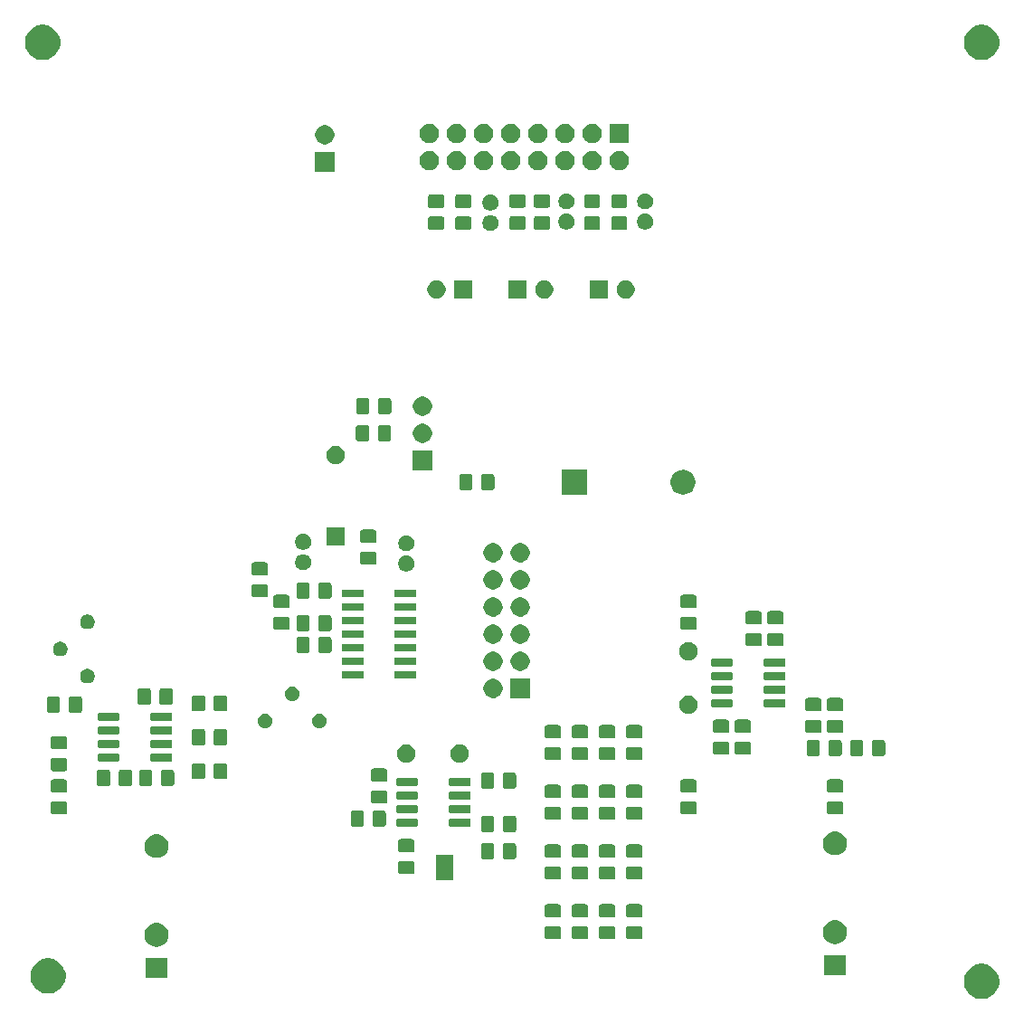
<source format=gbr>
G04 #@! TF.GenerationSoftware,KiCad,Pcbnew,(5.1.5)-3*
G04 #@! TF.CreationDate,2022-04-14T12:46:43+02:00*
G04 #@! TF.ProjectId,PMod_ADDAC,504d6f64-5f41-4444-9441-432e6b696361,rev?*
G04 #@! TF.SameCoordinates,Original*
G04 #@! TF.FileFunction,Soldermask,Top*
G04 #@! TF.FilePolarity,Negative*
%FSLAX46Y46*%
G04 Gerber Fmt 4.6, Leading zero omitted, Abs format (unit mm)*
G04 Created by KiCad (PCBNEW (5.1.5)-3) date 2022-04-14 12:46:43*
%MOMM*%
%LPD*%
G04 APERTURE LIST*
%ADD10C,0.100000*%
G04 APERTURE END LIST*
D10*
G36*
X131439256Y-133011298D02*
G01*
X131545579Y-133032447D01*
X131846042Y-133156903D01*
X132116451Y-133337585D01*
X132346415Y-133567549D01*
X132527097Y-133837958D01*
X132527098Y-133837960D01*
X132651553Y-134138422D01*
X132678643Y-134274609D01*
X132715000Y-134457391D01*
X132715000Y-134782609D01*
X132651553Y-135101579D01*
X132527097Y-135402042D01*
X132346415Y-135672451D01*
X132116451Y-135902415D01*
X131846042Y-136083097D01*
X131545579Y-136207553D01*
X131439256Y-136228702D01*
X131226611Y-136271000D01*
X130901389Y-136271000D01*
X130688744Y-136228702D01*
X130582421Y-136207553D01*
X130281958Y-136083097D01*
X130011549Y-135902415D01*
X129781585Y-135672451D01*
X129600903Y-135402042D01*
X129476447Y-135101579D01*
X129413000Y-134782609D01*
X129413000Y-134457391D01*
X129449358Y-134274609D01*
X129476447Y-134138422D01*
X129600902Y-133837960D01*
X129600903Y-133837958D01*
X129781585Y-133567549D01*
X130011549Y-133337585D01*
X130281958Y-133156903D01*
X130582421Y-133032447D01*
X130688744Y-133011298D01*
X130901389Y-132969000D01*
X131226611Y-132969000D01*
X131439256Y-133011298D01*
G37*
G36*
X44063256Y-132503298D02*
G01*
X44169579Y-132524447D01*
X44470042Y-132648903D01*
X44740451Y-132829585D01*
X44970415Y-133059549D01*
X45151097Y-133329958D01*
X45249511Y-133567549D01*
X45275553Y-133630422D01*
X45339000Y-133949389D01*
X45339000Y-134274611D01*
X45296702Y-134487256D01*
X45275553Y-134593579D01*
X45151097Y-134894042D01*
X44970415Y-135164451D01*
X44740451Y-135394415D01*
X44470042Y-135575097D01*
X44169579Y-135699553D01*
X44063256Y-135720702D01*
X43850611Y-135763000D01*
X43525389Y-135763000D01*
X43312744Y-135720702D01*
X43206421Y-135699553D01*
X42905958Y-135575097D01*
X42635549Y-135394415D01*
X42405585Y-135164451D01*
X42224903Y-134894042D01*
X42100447Y-134593579D01*
X42079298Y-134487256D01*
X42037000Y-134274611D01*
X42037000Y-133949389D01*
X42100447Y-133630422D01*
X42126490Y-133567549D01*
X42224903Y-133329958D01*
X42405585Y-133059549D01*
X42635549Y-132829585D01*
X42905958Y-132648903D01*
X43206421Y-132524447D01*
X43312744Y-132503298D01*
X43525389Y-132461000D01*
X43850611Y-132461000D01*
X44063256Y-132503298D01*
G37*
G36*
X54864000Y-134316000D02*
G01*
X52832000Y-134316000D01*
X52832000Y-132384000D01*
X54864000Y-132384000D01*
X54864000Y-134316000D01*
G37*
G36*
X118364000Y-134062000D02*
G01*
X116332000Y-134062000D01*
X116332000Y-132130000D01*
X118364000Y-132130000D01*
X118364000Y-134062000D01*
G37*
G36*
X54101655Y-129162591D02*
G01*
X54173525Y-129176887D01*
X54376624Y-129261013D01*
X54559409Y-129383146D01*
X54714854Y-129538591D01*
X54836987Y-129721376D01*
X54836987Y-129721377D01*
X54921113Y-129924476D01*
X54964000Y-130140082D01*
X54964000Y-130359918D01*
X54941041Y-130475339D01*
X54921113Y-130575525D01*
X54836987Y-130778624D01*
X54714854Y-130961409D01*
X54559409Y-131116854D01*
X54376624Y-131238987D01*
X54173525Y-131323113D01*
X54101655Y-131337409D01*
X53957918Y-131366000D01*
X53738082Y-131366000D01*
X53594345Y-131337409D01*
X53522475Y-131323113D01*
X53319376Y-131238987D01*
X53136591Y-131116854D01*
X52981146Y-130961409D01*
X52859013Y-130778624D01*
X52774887Y-130575525D01*
X52754959Y-130475339D01*
X52732000Y-130359918D01*
X52732000Y-130140082D01*
X52774887Y-129924476D01*
X52859013Y-129721377D01*
X52859013Y-129721376D01*
X52981146Y-129538591D01*
X53136591Y-129383146D01*
X53319376Y-129261013D01*
X53522475Y-129176887D01*
X53594345Y-129162591D01*
X53738082Y-129134000D01*
X53957918Y-129134000D01*
X54101655Y-129162591D01*
G37*
G36*
X117601655Y-128908591D02*
G01*
X117673525Y-128922887D01*
X117876624Y-129007013D01*
X118059409Y-129129146D01*
X118214854Y-129284591D01*
X118336987Y-129467376D01*
X118421113Y-129670475D01*
X118464000Y-129886084D01*
X118464000Y-130105916D01*
X118421113Y-130321525D01*
X118336987Y-130524624D01*
X118214854Y-130707409D01*
X118059409Y-130862854D01*
X117876624Y-130984987D01*
X117673525Y-131069113D01*
X117601655Y-131083409D01*
X117457918Y-131112000D01*
X117238082Y-131112000D01*
X117094345Y-131083409D01*
X117022475Y-131069113D01*
X116819376Y-130984987D01*
X116636591Y-130862854D01*
X116481146Y-130707409D01*
X116359013Y-130524624D01*
X116274887Y-130321525D01*
X116232000Y-130105916D01*
X116232000Y-129886084D01*
X116274887Y-129670475D01*
X116359013Y-129467376D01*
X116481146Y-129284591D01*
X116636591Y-129129146D01*
X116819376Y-129007013D01*
X117022475Y-128922887D01*
X117094345Y-128908591D01*
X117238082Y-128880000D01*
X117457918Y-128880000D01*
X117601655Y-128908591D01*
G37*
G36*
X94060674Y-129435465D02*
G01*
X94098367Y-129446899D01*
X94133103Y-129465466D01*
X94163548Y-129490452D01*
X94188534Y-129520897D01*
X94207101Y-129555633D01*
X94218535Y-129593326D01*
X94223000Y-129638661D01*
X94223000Y-130475339D01*
X94218535Y-130520674D01*
X94207101Y-130558367D01*
X94188534Y-130593103D01*
X94163548Y-130623548D01*
X94133103Y-130648534D01*
X94098367Y-130667101D01*
X94060674Y-130678535D01*
X94015339Y-130683000D01*
X92928661Y-130683000D01*
X92883326Y-130678535D01*
X92845633Y-130667101D01*
X92810897Y-130648534D01*
X92780452Y-130623548D01*
X92755466Y-130593103D01*
X92736899Y-130558367D01*
X92725465Y-130520674D01*
X92721000Y-130475339D01*
X92721000Y-129638661D01*
X92725465Y-129593326D01*
X92736899Y-129555633D01*
X92755466Y-129520897D01*
X92780452Y-129490452D01*
X92810897Y-129465466D01*
X92845633Y-129446899D01*
X92883326Y-129435465D01*
X92928661Y-129431000D01*
X94015339Y-129431000D01*
X94060674Y-129435465D01*
G37*
G36*
X96600674Y-129435465D02*
G01*
X96638367Y-129446899D01*
X96673103Y-129465466D01*
X96703548Y-129490452D01*
X96728534Y-129520897D01*
X96747101Y-129555633D01*
X96758535Y-129593326D01*
X96763000Y-129638661D01*
X96763000Y-130475339D01*
X96758535Y-130520674D01*
X96747101Y-130558367D01*
X96728534Y-130593103D01*
X96703548Y-130623548D01*
X96673103Y-130648534D01*
X96638367Y-130667101D01*
X96600674Y-130678535D01*
X96555339Y-130683000D01*
X95468661Y-130683000D01*
X95423326Y-130678535D01*
X95385633Y-130667101D01*
X95350897Y-130648534D01*
X95320452Y-130623548D01*
X95295466Y-130593103D01*
X95276899Y-130558367D01*
X95265465Y-130520674D01*
X95261000Y-130475339D01*
X95261000Y-129638661D01*
X95265465Y-129593326D01*
X95276899Y-129555633D01*
X95295466Y-129520897D01*
X95320452Y-129490452D01*
X95350897Y-129465466D01*
X95385633Y-129446899D01*
X95423326Y-129435465D01*
X95468661Y-129431000D01*
X96555339Y-129431000D01*
X96600674Y-129435465D01*
G37*
G36*
X99140674Y-129435465D02*
G01*
X99178367Y-129446899D01*
X99213103Y-129465466D01*
X99243548Y-129490452D01*
X99268534Y-129520897D01*
X99287101Y-129555633D01*
X99298535Y-129593326D01*
X99303000Y-129638661D01*
X99303000Y-130475339D01*
X99298535Y-130520674D01*
X99287101Y-130558367D01*
X99268534Y-130593103D01*
X99243548Y-130623548D01*
X99213103Y-130648534D01*
X99178367Y-130667101D01*
X99140674Y-130678535D01*
X99095339Y-130683000D01*
X98008661Y-130683000D01*
X97963326Y-130678535D01*
X97925633Y-130667101D01*
X97890897Y-130648534D01*
X97860452Y-130623548D01*
X97835466Y-130593103D01*
X97816899Y-130558367D01*
X97805465Y-130520674D01*
X97801000Y-130475339D01*
X97801000Y-129638661D01*
X97805465Y-129593326D01*
X97816899Y-129555633D01*
X97835466Y-129520897D01*
X97860452Y-129490452D01*
X97890897Y-129465466D01*
X97925633Y-129446899D01*
X97963326Y-129435465D01*
X98008661Y-129431000D01*
X99095339Y-129431000D01*
X99140674Y-129435465D01*
G37*
G36*
X91520674Y-129435465D02*
G01*
X91558367Y-129446899D01*
X91593103Y-129465466D01*
X91623548Y-129490452D01*
X91648534Y-129520897D01*
X91667101Y-129555633D01*
X91678535Y-129593326D01*
X91683000Y-129638661D01*
X91683000Y-130475339D01*
X91678535Y-130520674D01*
X91667101Y-130558367D01*
X91648534Y-130593103D01*
X91623548Y-130623548D01*
X91593103Y-130648534D01*
X91558367Y-130667101D01*
X91520674Y-130678535D01*
X91475339Y-130683000D01*
X90388661Y-130683000D01*
X90343326Y-130678535D01*
X90305633Y-130667101D01*
X90270897Y-130648534D01*
X90240452Y-130623548D01*
X90215466Y-130593103D01*
X90196899Y-130558367D01*
X90185465Y-130520674D01*
X90181000Y-130475339D01*
X90181000Y-129638661D01*
X90185465Y-129593326D01*
X90196899Y-129555633D01*
X90215466Y-129520897D01*
X90240452Y-129490452D01*
X90270897Y-129465466D01*
X90305633Y-129446899D01*
X90343326Y-129435465D01*
X90388661Y-129431000D01*
X91475339Y-129431000D01*
X91520674Y-129435465D01*
G37*
G36*
X99140674Y-127385465D02*
G01*
X99178367Y-127396899D01*
X99213103Y-127415466D01*
X99243548Y-127440452D01*
X99268534Y-127470897D01*
X99287101Y-127505633D01*
X99298535Y-127543326D01*
X99303000Y-127588661D01*
X99303000Y-128425339D01*
X99298535Y-128470674D01*
X99287101Y-128508367D01*
X99268534Y-128543103D01*
X99243548Y-128573548D01*
X99213103Y-128598534D01*
X99178367Y-128617101D01*
X99140674Y-128628535D01*
X99095339Y-128633000D01*
X98008661Y-128633000D01*
X97963326Y-128628535D01*
X97925633Y-128617101D01*
X97890897Y-128598534D01*
X97860452Y-128573548D01*
X97835466Y-128543103D01*
X97816899Y-128508367D01*
X97805465Y-128470674D01*
X97801000Y-128425339D01*
X97801000Y-127588661D01*
X97805465Y-127543326D01*
X97816899Y-127505633D01*
X97835466Y-127470897D01*
X97860452Y-127440452D01*
X97890897Y-127415466D01*
X97925633Y-127396899D01*
X97963326Y-127385465D01*
X98008661Y-127381000D01*
X99095339Y-127381000D01*
X99140674Y-127385465D01*
G37*
G36*
X91520674Y-127385465D02*
G01*
X91558367Y-127396899D01*
X91593103Y-127415466D01*
X91623548Y-127440452D01*
X91648534Y-127470897D01*
X91667101Y-127505633D01*
X91678535Y-127543326D01*
X91683000Y-127588661D01*
X91683000Y-128425339D01*
X91678535Y-128470674D01*
X91667101Y-128508367D01*
X91648534Y-128543103D01*
X91623548Y-128573548D01*
X91593103Y-128598534D01*
X91558367Y-128617101D01*
X91520674Y-128628535D01*
X91475339Y-128633000D01*
X90388661Y-128633000D01*
X90343326Y-128628535D01*
X90305633Y-128617101D01*
X90270897Y-128598534D01*
X90240452Y-128573548D01*
X90215466Y-128543103D01*
X90196899Y-128508367D01*
X90185465Y-128470674D01*
X90181000Y-128425339D01*
X90181000Y-127588661D01*
X90185465Y-127543326D01*
X90196899Y-127505633D01*
X90215466Y-127470897D01*
X90240452Y-127440452D01*
X90270897Y-127415466D01*
X90305633Y-127396899D01*
X90343326Y-127385465D01*
X90388661Y-127381000D01*
X91475339Y-127381000D01*
X91520674Y-127385465D01*
G37*
G36*
X96600674Y-127385465D02*
G01*
X96638367Y-127396899D01*
X96673103Y-127415466D01*
X96703548Y-127440452D01*
X96728534Y-127470897D01*
X96747101Y-127505633D01*
X96758535Y-127543326D01*
X96763000Y-127588661D01*
X96763000Y-128425339D01*
X96758535Y-128470674D01*
X96747101Y-128508367D01*
X96728534Y-128543103D01*
X96703548Y-128573548D01*
X96673103Y-128598534D01*
X96638367Y-128617101D01*
X96600674Y-128628535D01*
X96555339Y-128633000D01*
X95468661Y-128633000D01*
X95423326Y-128628535D01*
X95385633Y-128617101D01*
X95350897Y-128598534D01*
X95320452Y-128573548D01*
X95295466Y-128543103D01*
X95276899Y-128508367D01*
X95265465Y-128470674D01*
X95261000Y-128425339D01*
X95261000Y-127588661D01*
X95265465Y-127543326D01*
X95276899Y-127505633D01*
X95295466Y-127470897D01*
X95320452Y-127440452D01*
X95350897Y-127415466D01*
X95385633Y-127396899D01*
X95423326Y-127385465D01*
X95468661Y-127381000D01*
X96555339Y-127381000D01*
X96600674Y-127385465D01*
G37*
G36*
X94060674Y-127385465D02*
G01*
X94098367Y-127396899D01*
X94133103Y-127415466D01*
X94163548Y-127440452D01*
X94188534Y-127470897D01*
X94207101Y-127505633D01*
X94218535Y-127543326D01*
X94223000Y-127588661D01*
X94223000Y-128425339D01*
X94218535Y-128470674D01*
X94207101Y-128508367D01*
X94188534Y-128543103D01*
X94163548Y-128573548D01*
X94133103Y-128598534D01*
X94098367Y-128617101D01*
X94060674Y-128628535D01*
X94015339Y-128633000D01*
X92928661Y-128633000D01*
X92883326Y-128628535D01*
X92845633Y-128617101D01*
X92810897Y-128598534D01*
X92780452Y-128573548D01*
X92755466Y-128543103D01*
X92736899Y-128508367D01*
X92725465Y-128470674D01*
X92721000Y-128425339D01*
X92721000Y-127588661D01*
X92725465Y-127543326D01*
X92736899Y-127505633D01*
X92755466Y-127470897D01*
X92780452Y-127440452D01*
X92810897Y-127415466D01*
X92845633Y-127396899D01*
X92883326Y-127385465D01*
X92928661Y-127381000D01*
X94015339Y-127381000D01*
X94060674Y-127385465D01*
G37*
G36*
X81573000Y-125153000D02*
G01*
X79971000Y-125153000D01*
X79971000Y-122751000D01*
X81573000Y-122751000D01*
X81573000Y-125153000D01*
G37*
G36*
X94060674Y-123847465D02*
G01*
X94098367Y-123858899D01*
X94133103Y-123877466D01*
X94163548Y-123902452D01*
X94188534Y-123932897D01*
X94207101Y-123967633D01*
X94218535Y-124005326D01*
X94223000Y-124050661D01*
X94223000Y-124887339D01*
X94218535Y-124932674D01*
X94207101Y-124970367D01*
X94188534Y-125005103D01*
X94163548Y-125035548D01*
X94133103Y-125060534D01*
X94098367Y-125079101D01*
X94060674Y-125090535D01*
X94015339Y-125095000D01*
X92928661Y-125095000D01*
X92883326Y-125090535D01*
X92845633Y-125079101D01*
X92810897Y-125060534D01*
X92780452Y-125035548D01*
X92755466Y-125005103D01*
X92736899Y-124970367D01*
X92725465Y-124932674D01*
X92721000Y-124887339D01*
X92721000Y-124050661D01*
X92725465Y-124005326D01*
X92736899Y-123967633D01*
X92755466Y-123932897D01*
X92780452Y-123902452D01*
X92810897Y-123877466D01*
X92845633Y-123858899D01*
X92883326Y-123847465D01*
X92928661Y-123843000D01*
X94015339Y-123843000D01*
X94060674Y-123847465D01*
G37*
G36*
X99140674Y-123847465D02*
G01*
X99178367Y-123858899D01*
X99213103Y-123877466D01*
X99243548Y-123902452D01*
X99268534Y-123932897D01*
X99287101Y-123967633D01*
X99298535Y-124005326D01*
X99303000Y-124050661D01*
X99303000Y-124887339D01*
X99298535Y-124932674D01*
X99287101Y-124970367D01*
X99268534Y-125005103D01*
X99243548Y-125035548D01*
X99213103Y-125060534D01*
X99178367Y-125079101D01*
X99140674Y-125090535D01*
X99095339Y-125095000D01*
X98008661Y-125095000D01*
X97963326Y-125090535D01*
X97925633Y-125079101D01*
X97890897Y-125060534D01*
X97860452Y-125035548D01*
X97835466Y-125005103D01*
X97816899Y-124970367D01*
X97805465Y-124932674D01*
X97801000Y-124887339D01*
X97801000Y-124050661D01*
X97805465Y-124005326D01*
X97816899Y-123967633D01*
X97835466Y-123932897D01*
X97860452Y-123902452D01*
X97890897Y-123877466D01*
X97925633Y-123858899D01*
X97963326Y-123847465D01*
X98008661Y-123843000D01*
X99095339Y-123843000D01*
X99140674Y-123847465D01*
G37*
G36*
X96600674Y-123847465D02*
G01*
X96638367Y-123858899D01*
X96673103Y-123877466D01*
X96703548Y-123902452D01*
X96728534Y-123932897D01*
X96747101Y-123967633D01*
X96758535Y-124005326D01*
X96763000Y-124050661D01*
X96763000Y-124887339D01*
X96758535Y-124932674D01*
X96747101Y-124970367D01*
X96728534Y-125005103D01*
X96703548Y-125035548D01*
X96673103Y-125060534D01*
X96638367Y-125079101D01*
X96600674Y-125090535D01*
X96555339Y-125095000D01*
X95468661Y-125095000D01*
X95423326Y-125090535D01*
X95385633Y-125079101D01*
X95350897Y-125060534D01*
X95320452Y-125035548D01*
X95295466Y-125005103D01*
X95276899Y-124970367D01*
X95265465Y-124932674D01*
X95261000Y-124887339D01*
X95261000Y-124050661D01*
X95265465Y-124005326D01*
X95276899Y-123967633D01*
X95295466Y-123932897D01*
X95320452Y-123902452D01*
X95350897Y-123877466D01*
X95385633Y-123858899D01*
X95423326Y-123847465D01*
X95468661Y-123843000D01*
X96555339Y-123843000D01*
X96600674Y-123847465D01*
G37*
G36*
X91520674Y-123847465D02*
G01*
X91558367Y-123858899D01*
X91593103Y-123877466D01*
X91623548Y-123902452D01*
X91648534Y-123932897D01*
X91667101Y-123967633D01*
X91678535Y-124005326D01*
X91683000Y-124050661D01*
X91683000Y-124887339D01*
X91678535Y-124932674D01*
X91667101Y-124970367D01*
X91648534Y-125005103D01*
X91623548Y-125035548D01*
X91593103Y-125060534D01*
X91558367Y-125079101D01*
X91520674Y-125090535D01*
X91475339Y-125095000D01*
X90388661Y-125095000D01*
X90343326Y-125090535D01*
X90305633Y-125079101D01*
X90270897Y-125060534D01*
X90240452Y-125035548D01*
X90215466Y-125005103D01*
X90196899Y-124970367D01*
X90185465Y-124932674D01*
X90181000Y-124887339D01*
X90181000Y-124050661D01*
X90185465Y-124005326D01*
X90196899Y-123967633D01*
X90215466Y-123932897D01*
X90240452Y-123902452D01*
X90270897Y-123877466D01*
X90305633Y-123858899D01*
X90343326Y-123847465D01*
X90388661Y-123843000D01*
X91475339Y-123843000D01*
X91520674Y-123847465D01*
G37*
G36*
X77804674Y-123339465D02*
G01*
X77842367Y-123350899D01*
X77877103Y-123369466D01*
X77907548Y-123394452D01*
X77932534Y-123424897D01*
X77951101Y-123459633D01*
X77962535Y-123497326D01*
X77967000Y-123542661D01*
X77967000Y-124379339D01*
X77962535Y-124424674D01*
X77951101Y-124462367D01*
X77932534Y-124497103D01*
X77907548Y-124527548D01*
X77877103Y-124552534D01*
X77842367Y-124571101D01*
X77804674Y-124582535D01*
X77759339Y-124587000D01*
X76672661Y-124587000D01*
X76627326Y-124582535D01*
X76589633Y-124571101D01*
X76554897Y-124552534D01*
X76524452Y-124527548D01*
X76499466Y-124497103D01*
X76480899Y-124462367D01*
X76469465Y-124424674D01*
X76465000Y-124379339D01*
X76465000Y-123542661D01*
X76469465Y-123497326D01*
X76480899Y-123459633D01*
X76499466Y-123424897D01*
X76524452Y-123394452D01*
X76554897Y-123369466D01*
X76589633Y-123350899D01*
X76627326Y-123339465D01*
X76672661Y-123335000D01*
X77759339Y-123335000D01*
X77804674Y-123339465D01*
G37*
G36*
X87340674Y-121681465D02*
G01*
X87378367Y-121692899D01*
X87413103Y-121711466D01*
X87443548Y-121736452D01*
X87468534Y-121766897D01*
X87487101Y-121801633D01*
X87498535Y-121839326D01*
X87503000Y-121884661D01*
X87503000Y-122971339D01*
X87498535Y-123016674D01*
X87487101Y-123054367D01*
X87468534Y-123089103D01*
X87443548Y-123119548D01*
X87413103Y-123144534D01*
X87378367Y-123163101D01*
X87340674Y-123174535D01*
X87295339Y-123179000D01*
X86458661Y-123179000D01*
X86413326Y-123174535D01*
X86375633Y-123163101D01*
X86340897Y-123144534D01*
X86310452Y-123119548D01*
X86285466Y-123089103D01*
X86266899Y-123054367D01*
X86255465Y-123016674D01*
X86251000Y-122971339D01*
X86251000Y-121884661D01*
X86255465Y-121839326D01*
X86266899Y-121801633D01*
X86285466Y-121766897D01*
X86310452Y-121736452D01*
X86340897Y-121711466D01*
X86375633Y-121692899D01*
X86413326Y-121681465D01*
X86458661Y-121677000D01*
X87295339Y-121677000D01*
X87340674Y-121681465D01*
G37*
G36*
X85290674Y-121681465D02*
G01*
X85328367Y-121692899D01*
X85363103Y-121711466D01*
X85393548Y-121736452D01*
X85418534Y-121766897D01*
X85437101Y-121801633D01*
X85448535Y-121839326D01*
X85453000Y-121884661D01*
X85453000Y-122971339D01*
X85448535Y-123016674D01*
X85437101Y-123054367D01*
X85418534Y-123089103D01*
X85393548Y-123119548D01*
X85363103Y-123144534D01*
X85328367Y-123163101D01*
X85290674Y-123174535D01*
X85245339Y-123179000D01*
X84408661Y-123179000D01*
X84363326Y-123174535D01*
X84325633Y-123163101D01*
X84290897Y-123144534D01*
X84260452Y-123119548D01*
X84235466Y-123089103D01*
X84216899Y-123054367D01*
X84205465Y-123016674D01*
X84201000Y-122971339D01*
X84201000Y-121884661D01*
X84205465Y-121839326D01*
X84216899Y-121801633D01*
X84235466Y-121766897D01*
X84260452Y-121736452D01*
X84290897Y-121711466D01*
X84325633Y-121692899D01*
X84363326Y-121681465D01*
X84408661Y-121677000D01*
X85245339Y-121677000D01*
X85290674Y-121681465D01*
G37*
G36*
X54101655Y-120862591D02*
G01*
X54173525Y-120876887D01*
X54376624Y-120961013D01*
X54559409Y-121083146D01*
X54714854Y-121238591D01*
X54836987Y-121421376D01*
X54905210Y-121586082D01*
X54921113Y-121624476D01*
X54964000Y-121840082D01*
X54964000Y-122059918D01*
X54935409Y-122203655D01*
X54921113Y-122275525D01*
X54836987Y-122478624D01*
X54714854Y-122661409D01*
X54559409Y-122816854D01*
X54376624Y-122938987D01*
X54173525Y-123023113D01*
X54143421Y-123029101D01*
X53957918Y-123066000D01*
X53738082Y-123066000D01*
X53552579Y-123029101D01*
X53522475Y-123023113D01*
X53319376Y-122938987D01*
X53136591Y-122816854D01*
X52981146Y-122661409D01*
X52859013Y-122478624D01*
X52774887Y-122275525D01*
X52760591Y-122203655D01*
X52732000Y-122059918D01*
X52732000Y-121840082D01*
X52774887Y-121624476D01*
X52790790Y-121586082D01*
X52859013Y-121421376D01*
X52981146Y-121238591D01*
X53136591Y-121083146D01*
X53319376Y-120961013D01*
X53522475Y-120876887D01*
X53594345Y-120862591D01*
X53738082Y-120834000D01*
X53957918Y-120834000D01*
X54101655Y-120862591D01*
G37*
G36*
X96600674Y-121797465D02*
G01*
X96638367Y-121808899D01*
X96673103Y-121827466D01*
X96703548Y-121852452D01*
X96728534Y-121882897D01*
X96747101Y-121917633D01*
X96758535Y-121955326D01*
X96763000Y-122000661D01*
X96763000Y-122837339D01*
X96758535Y-122882674D01*
X96747101Y-122920367D01*
X96728534Y-122955103D01*
X96703548Y-122985548D01*
X96673103Y-123010534D01*
X96638367Y-123029101D01*
X96600674Y-123040535D01*
X96555339Y-123045000D01*
X95468661Y-123045000D01*
X95423326Y-123040535D01*
X95385633Y-123029101D01*
X95350897Y-123010534D01*
X95320452Y-122985548D01*
X95295466Y-122955103D01*
X95276899Y-122920367D01*
X95265465Y-122882674D01*
X95261000Y-122837339D01*
X95261000Y-122000661D01*
X95265465Y-121955326D01*
X95276899Y-121917633D01*
X95295466Y-121882897D01*
X95320452Y-121852452D01*
X95350897Y-121827466D01*
X95385633Y-121808899D01*
X95423326Y-121797465D01*
X95468661Y-121793000D01*
X96555339Y-121793000D01*
X96600674Y-121797465D01*
G37*
G36*
X99140674Y-121797465D02*
G01*
X99178367Y-121808899D01*
X99213103Y-121827466D01*
X99243548Y-121852452D01*
X99268534Y-121882897D01*
X99287101Y-121917633D01*
X99298535Y-121955326D01*
X99303000Y-122000661D01*
X99303000Y-122837339D01*
X99298535Y-122882674D01*
X99287101Y-122920367D01*
X99268534Y-122955103D01*
X99243548Y-122985548D01*
X99213103Y-123010534D01*
X99178367Y-123029101D01*
X99140674Y-123040535D01*
X99095339Y-123045000D01*
X98008661Y-123045000D01*
X97963326Y-123040535D01*
X97925633Y-123029101D01*
X97890897Y-123010534D01*
X97860452Y-122985548D01*
X97835466Y-122955103D01*
X97816899Y-122920367D01*
X97805465Y-122882674D01*
X97801000Y-122837339D01*
X97801000Y-122000661D01*
X97805465Y-121955326D01*
X97816899Y-121917633D01*
X97835466Y-121882897D01*
X97860452Y-121852452D01*
X97890897Y-121827466D01*
X97925633Y-121808899D01*
X97963326Y-121797465D01*
X98008661Y-121793000D01*
X99095339Y-121793000D01*
X99140674Y-121797465D01*
G37*
G36*
X94060674Y-121797465D02*
G01*
X94098367Y-121808899D01*
X94133103Y-121827466D01*
X94163548Y-121852452D01*
X94188534Y-121882897D01*
X94207101Y-121917633D01*
X94218535Y-121955326D01*
X94223000Y-122000661D01*
X94223000Y-122837339D01*
X94218535Y-122882674D01*
X94207101Y-122920367D01*
X94188534Y-122955103D01*
X94163548Y-122985548D01*
X94133103Y-123010534D01*
X94098367Y-123029101D01*
X94060674Y-123040535D01*
X94015339Y-123045000D01*
X92928661Y-123045000D01*
X92883326Y-123040535D01*
X92845633Y-123029101D01*
X92810897Y-123010534D01*
X92780452Y-122985548D01*
X92755466Y-122955103D01*
X92736899Y-122920367D01*
X92725465Y-122882674D01*
X92721000Y-122837339D01*
X92721000Y-122000661D01*
X92725465Y-121955326D01*
X92736899Y-121917633D01*
X92755466Y-121882897D01*
X92780452Y-121852452D01*
X92810897Y-121827466D01*
X92845633Y-121808899D01*
X92883326Y-121797465D01*
X92928661Y-121793000D01*
X94015339Y-121793000D01*
X94060674Y-121797465D01*
G37*
G36*
X91520674Y-121797465D02*
G01*
X91558367Y-121808899D01*
X91593103Y-121827466D01*
X91623548Y-121852452D01*
X91648534Y-121882897D01*
X91667101Y-121917633D01*
X91678535Y-121955326D01*
X91683000Y-122000661D01*
X91683000Y-122837339D01*
X91678535Y-122882674D01*
X91667101Y-122920367D01*
X91648534Y-122955103D01*
X91623548Y-122985548D01*
X91593103Y-123010534D01*
X91558367Y-123029101D01*
X91520674Y-123040535D01*
X91475339Y-123045000D01*
X90388661Y-123045000D01*
X90343326Y-123040535D01*
X90305633Y-123029101D01*
X90270897Y-123010534D01*
X90240452Y-122985548D01*
X90215466Y-122955103D01*
X90196899Y-122920367D01*
X90185465Y-122882674D01*
X90181000Y-122837339D01*
X90181000Y-122000661D01*
X90185465Y-121955326D01*
X90196899Y-121917633D01*
X90215466Y-121882897D01*
X90240452Y-121852452D01*
X90270897Y-121827466D01*
X90305633Y-121808899D01*
X90343326Y-121797465D01*
X90388661Y-121793000D01*
X91475339Y-121793000D01*
X91520674Y-121797465D01*
G37*
G36*
X117581258Y-120604534D02*
G01*
X117673525Y-120622887D01*
X117876624Y-120707013D01*
X118059409Y-120829146D01*
X118214854Y-120984591D01*
X118336987Y-121167376D01*
X118421113Y-121370475D01*
X118428172Y-121405962D01*
X118464000Y-121586082D01*
X118464000Y-121805918D01*
X118441778Y-121917633D01*
X118421113Y-122021525D01*
X118336987Y-122224624D01*
X118214854Y-122407409D01*
X118059409Y-122562854D01*
X117876624Y-122684987D01*
X117673525Y-122769113D01*
X117654853Y-122772827D01*
X117457918Y-122812000D01*
X117238082Y-122812000D01*
X117041147Y-122772827D01*
X117022475Y-122769113D01*
X116819376Y-122684987D01*
X116636591Y-122562854D01*
X116481146Y-122407409D01*
X116359013Y-122224624D01*
X116274887Y-122021525D01*
X116254222Y-121917633D01*
X116232000Y-121805918D01*
X116232000Y-121586082D01*
X116267828Y-121405962D01*
X116274887Y-121370475D01*
X116359013Y-121167376D01*
X116481146Y-120984591D01*
X116636591Y-120829146D01*
X116819376Y-120707013D01*
X117022475Y-120622887D01*
X117114742Y-120604534D01*
X117238082Y-120580000D01*
X117457918Y-120580000D01*
X117581258Y-120604534D01*
G37*
G36*
X77804674Y-121289465D02*
G01*
X77842367Y-121300899D01*
X77877103Y-121319466D01*
X77907548Y-121344452D01*
X77932534Y-121374897D01*
X77951101Y-121409633D01*
X77962535Y-121447326D01*
X77967000Y-121492661D01*
X77967000Y-122329339D01*
X77962535Y-122374674D01*
X77951101Y-122412367D01*
X77932534Y-122447103D01*
X77907548Y-122477548D01*
X77877103Y-122502534D01*
X77842367Y-122521101D01*
X77804674Y-122532535D01*
X77759339Y-122537000D01*
X76672661Y-122537000D01*
X76627326Y-122532535D01*
X76589633Y-122521101D01*
X76554897Y-122502534D01*
X76524452Y-122477548D01*
X76499466Y-122447103D01*
X76480899Y-122412367D01*
X76469465Y-122374674D01*
X76465000Y-122329339D01*
X76465000Y-121492661D01*
X76469465Y-121447326D01*
X76480899Y-121409633D01*
X76499466Y-121374897D01*
X76524452Y-121344452D01*
X76554897Y-121319466D01*
X76589633Y-121300899D01*
X76627326Y-121289465D01*
X76672661Y-121285000D01*
X77759339Y-121285000D01*
X77804674Y-121289465D01*
G37*
G36*
X87349674Y-119141465D02*
G01*
X87387367Y-119152899D01*
X87422103Y-119171466D01*
X87452548Y-119196452D01*
X87477534Y-119226897D01*
X87496101Y-119261633D01*
X87507535Y-119299326D01*
X87512000Y-119344661D01*
X87512000Y-120431339D01*
X87507535Y-120476674D01*
X87496101Y-120514367D01*
X87477534Y-120549103D01*
X87452548Y-120579548D01*
X87422103Y-120604534D01*
X87387367Y-120623101D01*
X87349674Y-120634535D01*
X87304339Y-120639000D01*
X86467661Y-120639000D01*
X86422326Y-120634535D01*
X86384633Y-120623101D01*
X86349897Y-120604534D01*
X86319452Y-120579548D01*
X86294466Y-120549103D01*
X86275899Y-120514367D01*
X86264465Y-120476674D01*
X86260000Y-120431339D01*
X86260000Y-119344661D01*
X86264465Y-119299326D01*
X86275899Y-119261633D01*
X86294466Y-119226897D01*
X86319452Y-119196452D01*
X86349897Y-119171466D01*
X86384633Y-119152899D01*
X86422326Y-119141465D01*
X86467661Y-119137000D01*
X87304339Y-119137000D01*
X87349674Y-119141465D01*
G37*
G36*
X85299674Y-119141465D02*
G01*
X85337367Y-119152899D01*
X85372103Y-119171466D01*
X85402548Y-119196452D01*
X85427534Y-119226897D01*
X85446101Y-119261633D01*
X85457535Y-119299326D01*
X85462000Y-119344661D01*
X85462000Y-120431339D01*
X85457535Y-120476674D01*
X85446101Y-120514367D01*
X85427534Y-120549103D01*
X85402548Y-120579548D01*
X85372103Y-120604534D01*
X85337367Y-120623101D01*
X85299674Y-120634535D01*
X85254339Y-120639000D01*
X84417661Y-120639000D01*
X84372326Y-120634535D01*
X84334633Y-120623101D01*
X84299897Y-120604534D01*
X84269452Y-120579548D01*
X84244466Y-120549103D01*
X84225899Y-120514367D01*
X84214465Y-120476674D01*
X84210000Y-120431339D01*
X84210000Y-119344661D01*
X84214465Y-119299326D01*
X84225899Y-119261633D01*
X84244466Y-119226897D01*
X84269452Y-119196452D01*
X84299897Y-119171466D01*
X84334633Y-119152899D01*
X84372326Y-119141465D01*
X84417661Y-119137000D01*
X85254339Y-119137000D01*
X85299674Y-119141465D01*
G37*
G36*
X75148674Y-118633465D02*
G01*
X75186367Y-118644899D01*
X75221103Y-118663466D01*
X75251548Y-118688452D01*
X75276534Y-118718897D01*
X75295101Y-118753633D01*
X75306535Y-118791326D01*
X75311000Y-118836661D01*
X75311000Y-119923339D01*
X75306535Y-119968674D01*
X75295101Y-120006367D01*
X75276534Y-120041103D01*
X75251548Y-120071548D01*
X75221103Y-120096534D01*
X75186367Y-120115101D01*
X75148674Y-120126535D01*
X75103339Y-120131000D01*
X74266661Y-120131000D01*
X74221326Y-120126535D01*
X74183633Y-120115101D01*
X74148897Y-120096534D01*
X74118452Y-120071548D01*
X74093466Y-120041103D01*
X74074899Y-120006367D01*
X74063465Y-119968674D01*
X74059000Y-119923339D01*
X74059000Y-118836661D01*
X74063465Y-118791326D01*
X74074899Y-118753633D01*
X74093466Y-118718897D01*
X74118452Y-118688452D01*
X74148897Y-118663466D01*
X74183633Y-118644899D01*
X74221326Y-118633465D01*
X74266661Y-118629000D01*
X75103339Y-118629000D01*
X75148674Y-118633465D01*
G37*
G36*
X73098674Y-118633465D02*
G01*
X73136367Y-118644899D01*
X73171103Y-118663466D01*
X73201548Y-118688452D01*
X73226534Y-118718897D01*
X73245101Y-118753633D01*
X73256535Y-118791326D01*
X73261000Y-118836661D01*
X73261000Y-119923339D01*
X73256535Y-119968674D01*
X73245101Y-120006367D01*
X73226534Y-120041103D01*
X73201548Y-120071548D01*
X73171103Y-120096534D01*
X73136367Y-120115101D01*
X73098674Y-120126535D01*
X73053339Y-120131000D01*
X72216661Y-120131000D01*
X72171326Y-120126535D01*
X72133633Y-120115101D01*
X72098897Y-120096534D01*
X72068452Y-120071548D01*
X72043466Y-120041103D01*
X72024899Y-120006367D01*
X72013465Y-119968674D01*
X72009000Y-119923339D01*
X72009000Y-118836661D01*
X72013465Y-118791326D01*
X72024899Y-118753633D01*
X72043466Y-118718897D01*
X72068452Y-118688452D01*
X72098897Y-118663466D01*
X72133633Y-118644899D01*
X72171326Y-118633465D01*
X72216661Y-118629000D01*
X73053339Y-118629000D01*
X73098674Y-118633465D01*
G37*
G36*
X83165928Y-119412764D02*
G01*
X83187009Y-119419160D01*
X83206445Y-119429548D01*
X83223476Y-119443524D01*
X83237452Y-119460555D01*
X83247840Y-119479991D01*
X83254236Y-119501072D01*
X83257000Y-119529140D01*
X83257000Y-119992860D01*
X83254236Y-120020928D01*
X83247840Y-120042009D01*
X83237452Y-120061445D01*
X83223476Y-120078476D01*
X83206445Y-120092452D01*
X83187009Y-120102840D01*
X83165928Y-120109236D01*
X83137860Y-120112000D01*
X81324140Y-120112000D01*
X81296072Y-120109236D01*
X81274991Y-120102840D01*
X81255555Y-120092452D01*
X81238524Y-120078476D01*
X81224548Y-120061445D01*
X81214160Y-120042009D01*
X81207764Y-120020928D01*
X81205000Y-119992860D01*
X81205000Y-119529140D01*
X81207764Y-119501072D01*
X81214160Y-119479991D01*
X81224548Y-119460555D01*
X81238524Y-119443524D01*
X81255555Y-119429548D01*
X81274991Y-119419160D01*
X81296072Y-119412764D01*
X81324140Y-119410000D01*
X83137860Y-119410000D01*
X83165928Y-119412764D01*
G37*
G36*
X78215928Y-119412764D02*
G01*
X78237009Y-119419160D01*
X78256445Y-119429548D01*
X78273476Y-119443524D01*
X78287452Y-119460555D01*
X78297840Y-119479991D01*
X78304236Y-119501072D01*
X78307000Y-119529140D01*
X78307000Y-119992860D01*
X78304236Y-120020928D01*
X78297840Y-120042009D01*
X78287452Y-120061445D01*
X78273476Y-120078476D01*
X78256445Y-120092452D01*
X78237009Y-120102840D01*
X78215928Y-120109236D01*
X78187860Y-120112000D01*
X76374140Y-120112000D01*
X76346072Y-120109236D01*
X76324991Y-120102840D01*
X76305555Y-120092452D01*
X76288524Y-120078476D01*
X76274548Y-120061445D01*
X76264160Y-120042009D01*
X76257764Y-120020928D01*
X76255000Y-119992860D01*
X76255000Y-119529140D01*
X76257764Y-119501072D01*
X76264160Y-119479991D01*
X76274548Y-119460555D01*
X76288524Y-119443524D01*
X76305555Y-119429548D01*
X76324991Y-119419160D01*
X76346072Y-119412764D01*
X76374140Y-119410000D01*
X78187860Y-119410000D01*
X78215928Y-119412764D01*
G37*
G36*
X91520674Y-118259465D02*
G01*
X91558367Y-118270899D01*
X91593103Y-118289466D01*
X91623548Y-118314452D01*
X91648534Y-118344897D01*
X91667101Y-118379633D01*
X91678535Y-118417326D01*
X91683000Y-118462661D01*
X91683000Y-119299339D01*
X91678535Y-119344674D01*
X91667101Y-119382367D01*
X91648534Y-119417103D01*
X91623548Y-119447548D01*
X91593103Y-119472534D01*
X91558367Y-119491101D01*
X91520674Y-119502535D01*
X91475339Y-119507000D01*
X90388661Y-119507000D01*
X90343326Y-119502535D01*
X90305633Y-119491101D01*
X90270897Y-119472534D01*
X90240452Y-119447548D01*
X90215466Y-119417103D01*
X90196899Y-119382367D01*
X90185465Y-119344674D01*
X90181000Y-119299339D01*
X90181000Y-118462661D01*
X90185465Y-118417326D01*
X90196899Y-118379633D01*
X90215466Y-118344897D01*
X90240452Y-118314452D01*
X90270897Y-118289466D01*
X90305633Y-118270899D01*
X90343326Y-118259465D01*
X90388661Y-118255000D01*
X91475339Y-118255000D01*
X91520674Y-118259465D01*
G37*
G36*
X94060674Y-118259465D02*
G01*
X94098367Y-118270899D01*
X94133103Y-118289466D01*
X94163548Y-118314452D01*
X94188534Y-118344897D01*
X94207101Y-118379633D01*
X94218535Y-118417326D01*
X94223000Y-118462661D01*
X94223000Y-119299339D01*
X94218535Y-119344674D01*
X94207101Y-119382367D01*
X94188534Y-119417103D01*
X94163548Y-119447548D01*
X94133103Y-119472534D01*
X94098367Y-119491101D01*
X94060674Y-119502535D01*
X94015339Y-119507000D01*
X92928661Y-119507000D01*
X92883326Y-119502535D01*
X92845633Y-119491101D01*
X92810897Y-119472534D01*
X92780452Y-119447548D01*
X92755466Y-119417103D01*
X92736899Y-119382367D01*
X92725465Y-119344674D01*
X92721000Y-119299339D01*
X92721000Y-118462661D01*
X92725465Y-118417326D01*
X92736899Y-118379633D01*
X92755466Y-118344897D01*
X92780452Y-118314452D01*
X92810897Y-118289466D01*
X92845633Y-118270899D01*
X92883326Y-118259465D01*
X92928661Y-118255000D01*
X94015339Y-118255000D01*
X94060674Y-118259465D01*
G37*
G36*
X96600674Y-118259465D02*
G01*
X96638367Y-118270899D01*
X96673103Y-118289466D01*
X96703548Y-118314452D01*
X96728534Y-118344897D01*
X96747101Y-118379633D01*
X96758535Y-118417326D01*
X96763000Y-118462661D01*
X96763000Y-119299339D01*
X96758535Y-119344674D01*
X96747101Y-119382367D01*
X96728534Y-119417103D01*
X96703548Y-119447548D01*
X96673103Y-119472534D01*
X96638367Y-119491101D01*
X96600674Y-119502535D01*
X96555339Y-119507000D01*
X95468661Y-119507000D01*
X95423326Y-119502535D01*
X95385633Y-119491101D01*
X95350897Y-119472534D01*
X95320452Y-119447548D01*
X95295466Y-119417103D01*
X95276899Y-119382367D01*
X95265465Y-119344674D01*
X95261000Y-119299339D01*
X95261000Y-118462661D01*
X95265465Y-118417326D01*
X95276899Y-118379633D01*
X95295466Y-118344897D01*
X95320452Y-118314452D01*
X95350897Y-118289466D01*
X95385633Y-118270899D01*
X95423326Y-118259465D01*
X95468661Y-118255000D01*
X96555339Y-118255000D01*
X96600674Y-118259465D01*
G37*
G36*
X99140674Y-118259465D02*
G01*
X99178367Y-118270899D01*
X99213103Y-118289466D01*
X99243548Y-118314452D01*
X99268534Y-118344897D01*
X99287101Y-118379633D01*
X99298535Y-118417326D01*
X99303000Y-118462661D01*
X99303000Y-119299339D01*
X99298535Y-119344674D01*
X99287101Y-119382367D01*
X99268534Y-119417103D01*
X99243548Y-119447548D01*
X99213103Y-119472534D01*
X99178367Y-119491101D01*
X99140674Y-119502535D01*
X99095339Y-119507000D01*
X98008661Y-119507000D01*
X97963326Y-119502535D01*
X97925633Y-119491101D01*
X97890897Y-119472534D01*
X97860452Y-119447548D01*
X97835466Y-119417103D01*
X97816899Y-119382367D01*
X97805465Y-119344674D01*
X97801000Y-119299339D01*
X97801000Y-118462661D01*
X97805465Y-118417326D01*
X97816899Y-118379633D01*
X97835466Y-118344897D01*
X97860452Y-118314452D01*
X97890897Y-118289466D01*
X97925633Y-118270899D01*
X97963326Y-118259465D01*
X98008661Y-118255000D01*
X99095339Y-118255000D01*
X99140674Y-118259465D01*
G37*
G36*
X104220674Y-117751465D02*
G01*
X104258367Y-117762899D01*
X104293103Y-117781466D01*
X104323548Y-117806452D01*
X104348534Y-117836897D01*
X104367101Y-117871633D01*
X104378535Y-117909326D01*
X104383000Y-117954661D01*
X104383000Y-118791339D01*
X104378535Y-118836674D01*
X104367101Y-118874367D01*
X104348534Y-118909103D01*
X104323548Y-118939548D01*
X104293103Y-118964534D01*
X104258367Y-118983101D01*
X104220674Y-118994535D01*
X104175339Y-118999000D01*
X103088661Y-118999000D01*
X103043326Y-118994535D01*
X103005633Y-118983101D01*
X102970897Y-118964534D01*
X102940452Y-118939548D01*
X102915466Y-118909103D01*
X102896899Y-118874367D01*
X102885465Y-118836674D01*
X102881000Y-118791339D01*
X102881000Y-117954661D01*
X102885465Y-117909326D01*
X102896899Y-117871633D01*
X102915466Y-117836897D01*
X102940452Y-117806452D01*
X102970897Y-117781466D01*
X103005633Y-117762899D01*
X103043326Y-117751465D01*
X103088661Y-117747000D01*
X104175339Y-117747000D01*
X104220674Y-117751465D01*
G37*
G36*
X117936674Y-117751465D02*
G01*
X117974367Y-117762899D01*
X118009103Y-117781466D01*
X118039548Y-117806452D01*
X118064534Y-117836897D01*
X118083101Y-117871633D01*
X118094535Y-117909326D01*
X118099000Y-117954661D01*
X118099000Y-118791339D01*
X118094535Y-118836674D01*
X118083101Y-118874367D01*
X118064534Y-118909103D01*
X118039548Y-118939548D01*
X118009103Y-118964534D01*
X117974367Y-118983101D01*
X117936674Y-118994535D01*
X117891339Y-118999000D01*
X116804661Y-118999000D01*
X116759326Y-118994535D01*
X116721633Y-118983101D01*
X116686897Y-118964534D01*
X116656452Y-118939548D01*
X116631466Y-118909103D01*
X116612899Y-118874367D01*
X116601465Y-118836674D01*
X116597000Y-118791339D01*
X116597000Y-117954661D01*
X116601465Y-117909326D01*
X116612899Y-117871633D01*
X116631466Y-117836897D01*
X116656452Y-117806452D01*
X116686897Y-117781466D01*
X116721633Y-117762899D01*
X116759326Y-117751465D01*
X116804661Y-117747000D01*
X117891339Y-117747000D01*
X117936674Y-117751465D01*
G37*
G36*
X45292674Y-117751465D02*
G01*
X45330367Y-117762899D01*
X45365103Y-117781466D01*
X45395548Y-117806452D01*
X45420534Y-117836897D01*
X45439101Y-117871633D01*
X45450535Y-117909326D01*
X45455000Y-117954661D01*
X45455000Y-118791339D01*
X45450535Y-118836674D01*
X45439101Y-118874367D01*
X45420534Y-118909103D01*
X45395548Y-118939548D01*
X45365103Y-118964534D01*
X45330367Y-118983101D01*
X45292674Y-118994535D01*
X45247339Y-118999000D01*
X44160661Y-118999000D01*
X44115326Y-118994535D01*
X44077633Y-118983101D01*
X44042897Y-118964534D01*
X44012452Y-118939548D01*
X43987466Y-118909103D01*
X43968899Y-118874367D01*
X43957465Y-118836674D01*
X43953000Y-118791339D01*
X43953000Y-117954661D01*
X43957465Y-117909326D01*
X43968899Y-117871633D01*
X43987466Y-117836897D01*
X44012452Y-117806452D01*
X44042897Y-117781466D01*
X44077633Y-117762899D01*
X44115326Y-117751465D01*
X44160661Y-117747000D01*
X45247339Y-117747000D01*
X45292674Y-117751465D01*
G37*
G36*
X83165928Y-118142764D02*
G01*
X83187009Y-118149160D01*
X83206445Y-118159548D01*
X83223476Y-118173524D01*
X83237452Y-118190555D01*
X83247840Y-118209991D01*
X83254236Y-118231072D01*
X83257000Y-118259140D01*
X83257000Y-118722860D01*
X83254236Y-118750928D01*
X83247840Y-118772009D01*
X83237452Y-118791445D01*
X83223476Y-118808476D01*
X83206445Y-118822452D01*
X83187009Y-118832840D01*
X83165928Y-118839236D01*
X83137860Y-118842000D01*
X81324140Y-118842000D01*
X81296072Y-118839236D01*
X81274991Y-118832840D01*
X81255555Y-118822452D01*
X81238524Y-118808476D01*
X81224548Y-118791445D01*
X81214160Y-118772009D01*
X81207764Y-118750928D01*
X81205000Y-118722860D01*
X81205000Y-118259140D01*
X81207764Y-118231072D01*
X81214160Y-118209991D01*
X81224548Y-118190555D01*
X81238524Y-118173524D01*
X81255555Y-118159548D01*
X81274991Y-118149160D01*
X81296072Y-118142764D01*
X81324140Y-118140000D01*
X83137860Y-118140000D01*
X83165928Y-118142764D01*
G37*
G36*
X78215928Y-118142764D02*
G01*
X78237009Y-118149160D01*
X78256445Y-118159548D01*
X78273476Y-118173524D01*
X78287452Y-118190555D01*
X78297840Y-118209991D01*
X78304236Y-118231072D01*
X78307000Y-118259140D01*
X78307000Y-118722860D01*
X78304236Y-118750928D01*
X78297840Y-118772009D01*
X78287452Y-118791445D01*
X78273476Y-118808476D01*
X78256445Y-118822452D01*
X78237009Y-118832840D01*
X78215928Y-118839236D01*
X78187860Y-118842000D01*
X76374140Y-118842000D01*
X76346072Y-118839236D01*
X76324991Y-118832840D01*
X76305555Y-118822452D01*
X76288524Y-118808476D01*
X76274548Y-118791445D01*
X76264160Y-118772009D01*
X76257764Y-118750928D01*
X76255000Y-118722860D01*
X76255000Y-118259140D01*
X76257764Y-118231072D01*
X76264160Y-118209991D01*
X76274548Y-118190555D01*
X76288524Y-118173524D01*
X76305555Y-118159548D01*
X76324991Y-118149160D01*
X76346072Y-118142764D01*
X76374140Y-118140000D01*
X78187860Y-118140000D01*
X78215928Y-118142764D01*
G37*
G36*
X75264674Y-116735465D02*
G01*
X75302367Y-116746899D01*
X75337103Y-116765466D01*
X75367548Y-116790452D01*
X75392534Y-116820897D01*
X75411101Y-116855633D01*
X75422535Y-116893326D01*
X75427000Y-116938661D01*
X75427000Y-117775339D01*
X75422535Y-117820674D01*
X75411101Y-117858367D01*
X75392534Y-117893103D01*
X75367548Y-117923548D01*
X75337103Y-117948534D01*
X75302367Y-117967101D01*
X75264674Y-117978535D01*
X75219339Y-117983000D01*
X74132661Y-117983000D01*
X74087326Y-117978535D01*
X74049633Y-117967101D01*
X74014897Y-117948534D01*
X73984452Y-117923548D01*
X73959466Y-117893103D01*
X73940899Y-117858367D01*
X73929465Y-117820674D01*
X73925000Y-117775339D01*
X73925000Y-116938661D01*
X73929465Y-116893326D01*
X73940899Y-116855633D01*
X73959466Y-116820897D01*
X73984452Y-116790452D01*
X74014897Y-116765466D01*
X74049633Y-116746899D01*
X74087326Y-116735465D01*
X74132661Y-116731000D01*
X75219339Y-116731000D01*
X75264674Y-116735465D01*
G37*
G36*
X78215928Y-116872764D02*
G01*
X78237009Y-116879160D01*
X78256445Y-116889548D01*
X78273476Y-116903524D01*
X78287452Y-116920555D01*
X78297840Y-116939991D01*
X78304236Y-116961072D01*
X78307000Y-116989140D01*
X78307000Y-117452860D01*
X78304236Y-117480928D01*
X78297840Y-117502009D01*
X78287452Y-117521445D01*
X78273476Y-117538476D01*
X78256445Y-117552452D01*
X78237009Y-117562840D01*
X78215928Y-117569236D01*
X78187860Y-117572000D01*
X76374140Y-117572000D01*
X76346072Y-117569236D01*
X76324991Y-117562840D01*
X76305555Y-117552452D01*
X76288524Y-117538476D01*
X76274548Y-117521445D01*
X76264160Y-117502009D01*
X76257764Y-117480928D01*
X76255000Y-117452860D01*
X76255000Y-116989140D01*
X76257764Y-116961072D01*
X76264160Y-116939991D01*
X76274548Y-116920555D01*
X76288524Y-116903524D01*
X76305555Y-116889548D01*
X76324991Y-116879160D01*
X76346072Y-116872764D01*
X76374140Y-116870000D01*
X78187860Y-116870000D01*
X78215928Y-116872764D01*
G37*
G36*
X83165928Y-116872764D02*
G01*
X83187009Y-116879160D01*
X83206445Y-116889548D01*
X83223476Y-116903524D01*
X83237452Y-116920555D01*
X83247840Y-116939991D01*
X83254236Y-116961072D01*
X83257000Y-116989140D01*
X83257000Y-117452860D01*
X83254236Y-117480928D01*
X83247840Y-117502009D01*
X83237452Y-117521445D01*
X83223476Y-117538476D01*
X83206445Y-117552452D01*
X83187009Y-117562840D01*
X83165928Y-117569236D01*
X83137860Y-117572000D01*
X81324140Y-117572000D01*
X81296072Y-117569236D01*
X81274991Y-117562840D01*
X81255555Y-117552452D01*
X81238524Y-117538476D01*
X81224548Y-117521445D01*
X81214160Y-117502009D01*
X81207764Y-117480928D01*
X81205000Y-117452860D01*
X81205000Y-116989140D01*
X81207764Y-116961072D01*
X81214160Y-116939991D01*
X81224548Y-116920555D01*
X81238524Y-116903524D01*
X81255555Y-116889548D01*
X81274991Y-116879160D01*
X81296072Y-116872764D01*
X81324140Y-116870000D01*
X83137860Y-116870000D01*
X83165928Y-116872764D01*
G37*
G36*
X96600674Y-116209465D02*
G01*
X96638367Y-116220899D01*
X96673103Y-116239466D01*
X96703548Y-116264452D01*
X96728534Y-116294897D01*
X96747101Y-116329633D01*
X96758535Y-116367326D01*
X96763000Y-116412661D01*
X96763000Y-117249339D01*
X96758535Y-117294674D01*
X96747101Y-117332367D01*
X96728534Y-117367103D01*
X96703548Y-117397548D01*
X96673103Y-117422534D01*
X96638367Y-117441101D01*
X96600674Y-117452535D01*
X96555339Y-117457000D01*
X95468661Y-117457000D01*
X95423326Y-117452535D01*
X95385633Y-117441101D01*
X95350897Y-117422534D01*
X95320452Y-117397548D01*
X95295466Y-117367103D01*
X95276899Y-117332367D01*
X95265465Y-117294674D01*
X95261000Y-117249339D01*
X95261000Y-116412661D01*
X95265465Y-116367326D01*
X95276899Y-116329633D01*
X95295466Y-116294897D01*
X95320452Y-116264452D01*
X95350897Y-116239466D01*
X95385633Y-116220899D01*
X95423326Y-116209465D01*
X95468661Y-116205000D01*
X96555339Y-116205000D01*
X96600674Y-116209465D01*
G37*
G36*
X91520674Y-116209465D02*
G01*
X91558367Y-116220899D01*
X91593103Y-116239466D01*
X91623548Y-116264452D01*
X91648534Y-116294897D01*
X91667101Y-116329633D01*
X91678535Y-116367326D01*
X91683000Y-116412661D01*
X91683000Y-117249339D01*
X91678535Y-117294674D01*
X91667101Y-117332367D01*
X91648534Y-117367103D01*
X91623548Y-117397548D01*
X91593103Y-117422534D01*
X91558367Y-117441101D01*
X91520674Y-117452535D01*
X91475339Y-117457000D01*
X90388661Y-117457000D01*
X90343326Y-117452535D01*
X90305633Y-117441101D01*
X90270897Y-117422534D01*
X90240452Y-117397548D01*
X90215466Y-117367103D01*
X90196899Y-117332367D01*
X90185465Y-117294674D01*
X90181000Y-117249339D01*
X90181000Y-116412661D01*
X90185465Y-116367326D01*
X90196899Y-116329633D01*
X90215466Y-116294897D01*
X90240452Y-116264452D01*
X90270897Y-116239466D01*
X90305633Y-116220899D01*
X90343326Y-116209465D01*
X90388661Y-116205000D01*
X91475339Y-116205000D01*
X91520674Y-116209465D01*
G37*
G36*
X99140674Y-116209465D02*
G01*
X99178367Y-116220899D01*
X99213103Y-116239466D01*
X99243548Y-116264452D01*
X99268534Y-116294897D01*
X99287101Y-116329633D01*
X99298535Y-116367326D01*
X99303000Y-116412661D01*
X99303000Y-117249339D01*
X99298535Y-117294674D01*
X99287101Y-117332367D01*
X99268534Y-117367103D01*
X99243548Y-117397548D01*
X99213103Y-117422534D01*
X99178367Y-117441101D01*
X99140674Y-117452535D01*
X99095339Y-117457000D01*
X98008661Y-117457000D01*
X97963326Y-117452535D01*
X97925633Y-117441101D01*
X97890897Y-117422534D01*
X97860452Y-117397548D01*
X97835466Y-117367103D01*
X97816899Y-117332367D01*
X97805465Y-117294674D01*
X97801000Y-117249339D01*
X97801000Y-116412661D01*
X97805465Y-116367326D01*
X97816899Y-116329633D01*
X97835466Y-116294897D01*
X97860452Y-116264452D01*
X97890897Y-116239466D01*
X97925633Y-116220899D01*
X97963326Y-116209465D01*
X98008661Y-116205000D01*
X99095339Y-116205000D01*
X99140674Y-116209465D01*
G37*
G36*
X94060674Y-116209465D02*
G01*
X94098367Y-116220899D01*
X94133103Y-116239466D01*
X94163548Y-116264452D01*
X94188534Y-116294897D01*
X94207101Y-116329633D01*
X94218535Y-116367326D01*
X94223000Y-116412661D01*
X94223000Y-117249339D01*
X94218535Y-117294674D01*
X94207101Y-117332367D01*
X94188534Y-117367103D01*
X94163548Y-117397548D01*
X94133103Y-117422534D01*
X94098367Y-117441101D01*
X94060674Y-117452535D01*
X94015339Y-117457000D01*
X92928661Y-117457000D01*
X92883326Y-117452535D01*
X92845633Y-117441101D01*
X92810897Y-117422534D01*
X92780452Y-117397548D01*
X92755466Y-117367103D01*
X92736899Y-117332367D01*
X92725465Y-117294674D01*
X92721000Y-117249339D01*
X92721000Y-116412661D01*
X92725465Y-116367326D01*
X92736899Y-116329633D01*
X92755466Y-116294897D01*
X92780452Y-116264452D01*
X92810897Y-116239466D01*
X92845633Y-116220899D01*
X92883326Y-116209465D01*
X92928661Y-116205000D01*
X94015339Y-116205000D01*
X94060674Y-116209465D01*
G37*
G36*
X104220674Y-115701465D02*
G01*
X104258367Y-115712899D01*
X104293103Y-115731466D01*
X104323548Y-115756452D01*
X104348534Y-115786897D01*
X104367101Y-115821633D01*
X104378535Y-115859326D01*
X104383000Y-115904661D01*
X104383000Y-116741339D01*
X104378535Y-116786674D01*
X104367101Y-116824367D01*
X104348534Y-116859103D01*
X104323548Y-116889548D01*
X104293103Y-116914534D01*
X104258367Y-116933101D01*
X104220674Y-116944535D01*
X104175339Y-116949000D01*
X103088661Y-116949000D01*
X103043326Y-116944535D01*
X103005633Y-116933101D01*
X102970897Y-116914534D01*
X102940452Y-116889548D01*
X102915466Y-116859103D01*
X102896899Y-116824367D01*
X102885465Y-116786674D01*
X102881000Y-116741339D01*
X102881000Y-115904661D01*
X102885465Y-115859326D01*
X102896899Y-115821633D01*
X102915466Y-115786897D01*
X102940452Y-115756452D01*
X102970897Y-115731466D01*
X103005633Y-115712899D01*
X103043326Y-115701465D01*
X103088661Y-115697000D01*
X104175339Y-115697000D01*
X104220674Y-115701465D01*
G37*
G36*
X117936674Y-115701465D02*
G01*
X117974367Y-115712899D01*
X118009103Y-115731466D01*
X118039548Y-115756452D01*
X118064534Y-115786897D01*
X118083101Y-115821633D01*
X118094535Y-115859326D01*
X118099000Y-115904661D01*
X118099000Y-116741339D01*
X118094535Y-116786674D01*
X118083101Y-116824367D01*
X118064534Y-116859103D01*
X118039548Y-116889548D01*
X118009103Y-116914534D01*
X117974367Y-116933101D01*
X117936674Y-116944535D01*
X117891339Y-116949000D01*
X116804661Y-116949000D01*
X116759326Y-116944535D01*
X116721633Y-116933101D01*
X116686897Y-116914534D01*
X116656452Y-116889548D01*
X116631466Y-116859103D01*
X116612899Y-116824367D01*
X116601465Y-116786674D01*
X116597000Y-116741339D01*
X116597000Y-115904661D01*
X116601465Y-115859326D01*
X116612899Y-115821633D01*
X116631466Y-115786897D01*
X116656452Y-115756452D01*
X116686897Y-115731466D01*
X116721633Y-115712899D01*
X116759326Y-115701465D01*
X116804661Y-115697000D01*
X117891339Y-115697000D01*
X117936674Y-115701465D01*
G37*
G36*
X45292674Y-115701465D02*
G01*
X45330367Y-115712899D01*
X45365103Y-115731466D01*
X45395548Y-115756452D01*
X45420534Y-115786897D01*
X45439101Y-115821633D01*
X45450535Y-115859326D01*
X45455000Y-115904661D01*
X45455000Y-116741339D01*
X45450535Y-116786674D01*
X45439101Y-116824367D01*
X45420534Y-116859103D01*
X45395548Y-116889548D01*
X45365103Y-116914534D01*
X45330367Y-116933101D01*
X45292674Y-116944535D01*
X45247339Y-116949000D01*
X44160661Y-116949000D01*
X44115326Y-116944535D01*
X44077633Y-116933101D01*
X44042897Y-116914534D01*
X44012452Y-116889548D01*
X43987466Y-116859103D01*
X43968899Y-116824367D01*
X43957465Y-116786674D01*
X43953000Y-116741339D01*
X43953000Y-115904661D01*
X43957465Y-115859326D01*
X43968899Y-115821633D01*
X43987466Y-115786897D01*
X44012452Y-115756452D01*
X44042897Y-115731466D01*
X44077633Y-115712899D01*
X44115326Y-115701465D01*
X44160661Y-115697000D01*
X45247339Y-115697000D01*
X45292674Y-115701465D01*
G37*
G36*
X85290674Y-115077465D02*
G01*
X85328367Y-115088899D01*
X85363103Y-115107466D01*
X85393548Y-115132452D01*
X85418534Y-115162897D01*
X85437101Y-115197633D01*
X85448535Y-115235326D01*
X85453000Y-115280661D01*
X85453000Y-116367339D01*
X85448535Y-116412674D01*
X85437101Y-116450367D01*
X85418534Y-116485103D01*
X85393548Y-116515548D01*
X85363103Y-116540534D01*
X85328367Y-116559101D01*
X85290674Y-116570535D01*
X85245339Y-116575000D01*
X84408661Y-116575000D01*
X84363326Y-116570535D01*
X84325633Y-116559101D01*
X84290897Y-116540534D01*
X84260452Y-116515548D01*
X84235466Y-116485103D01*
X84216899Y-116450367D01*
X84205465Y-116412674D01*
X84201000Y-116367339D01*
X84201000Y-115280661D01*
X84205465Y-115235326D01*
X84216899Y-115197633D01*
X84235466Y-115162897D01*
X84260452Y-115132452D01*
X84290897Y-115107466D01*
X84325633Y-115088899D01*
X84363326Y-115077465D01*
X84408661Y-115073000D01*
X85245339Y-115073000D01*
X85290674Y-115077465D01*
G37*
G36*
X87340674Y-115077465D02*
G01*
X87378367Y-115088899D01*
X87413103Y-115107466D01*
X87443548Y-115132452D01*
X87468534Y-115162897D01*
X87487101Y-115197633D01*
X87498535Y-115235326D01*
X87503000Y-115280661D01*
X87503000Y-116367339D01*
X87498535Y-116412674D01*
X87487101Y-116450367D01*
X87468534Y-116485103D01*
X87443548Y-116515548D01*
X87413103Y-116540534D01*
X87378367Y-116559101D01*
X87340674Y-116570535D01*
X87295339Y-116575000D01*
X86458661Y-116575000D01*
X86413326Y-116570535D01*
X86375633Y-116559101D01*
X86340897Y-116540534D01*
X86310452Y-116515548D01*
X86285466Y-116485103D01*
X86266899Y-116450367D01*
X86255465Y-116412674D01*
X86251000Y-116367339D01*
X86251000Y-115280661D01*
X86255465Y-115235326D01*
X86266899Y-115197633D01*
X86285466Y-115162897D01*
X86310452Y-115132452D01*
X86340897Y-115107466D01*
X86375633Y-115088899D01*
X86413326Y-115077465D01*
X86458661Y-115073000D01*
X87295339Y-115073000D01*
X87340674Y-115077465D01*
G37*
G36*
X51399674Y-114823465D02*
G01*
X51437367Y-114834899D01*
X51472103Y-114853466D01*
X51502548Y-114878452D01*
X51527534Y-114908897D01*
X51546101Y-114943633D01*
X51557535Y-114981326D01*
X51562000Y-115026661D01*
X51562000Y-116113339D01*
X51557535Y-116158674D01*
X51546101Y-116196367D01*
X51527534Y-116231103D01*
X51502548Y-116261548D01*
X51472103Y-116286534D01*
X51437367Y-116305101D01*
X51399674Y-116316535D01*
X51354339Y-116321000D01*
X50517661Y-116321000D01*
X50472326Y-116316535D01*
X50434633Y-116305101D01*
X50399897Y-116286534D01*
X50369452Y-116261548D01*
X50344466Y-116231103D01*
X50325899Y-116196367D01*
X50314465Y-116158674D01*
X50310000Y-116113339D01*
X50310000Y-115026661D01*
X50314465Y-114981326D01*
X50325899Y-114943633D01*
X50344466Y-114908897D01*
X50369452Y-114878452D01*
X50399897Y-114853466D01*
X50434633Y-114834899D01*
X50472326Y-114823465D01*
X50517661Y-114819000D01*
X51354339Y-114819000D01*
X51399674Y-114823465D01*
G37*
G36*
X49349674Y-114823465D02*
G01*
X49387367Y-114834899D01*
X49422103Y-114853466D01*
X49452548Y-114878452D01*
X49477534Y-114908897D01*
X49496101Y-114943633D01*
X49507535Y-114981326D01*
X49512000Y-115026661D01*
X49512000Y-116113339D01*
X49507535Y-116158674D01*
X49496101Y-116196367D01*
X49477534Y-116231103D01*
X49452548Y-116261548D01*
X49422103Y-116286534D01*
X49387367Y-116305101D01*
X49349674Y-116316535D01*
X49304339Y-116321000D01*
X48467661Y-116321000D01*
X48422326Y-116316535D01*
X48384633Y-116305101D01*
X48349897Y-116286534D01*
X48319452Y-116261548D01*
X48294466Y-116231103D01*
X48275899Y-116196367D01*
X48264465Y-116158674D01*
X48260000Y-116113339D01*
X48260000Y-115026661D01*
X48264465Y-114981326D01*
X48275899Y-114943633D01*
X48294466Y-114908897D01*
X48319452Y-114878452D01*
X48349897Y-114853466D01*
X48384633Y-114834899D01*
X48422326Y-114823465D01*
X48467661Y-114819000D01*
X49304339Y-114819000D01*
X49349674Y-114823465D01*
G37*
G36*
X53286674Y-114823465D02*
G01*
X53324367Y-114834899D01*
X53359103Y-114853466D01*
X53389548Y-114878452D01*
X53414534Y-114908897D01*
X53433101Y-114943633D01*
X53444535Y-114981326D01*
X53449000Y-115026661D01*
X53449000Y-116113339D01*
X53444535Y-116158674D01*
X53433101Y-116196367D01*
X53414534Y-116231103D01*
X53389548Y-116261548D01*
X53359103Y-116286534D01*
X53324367Y-116305101D01*
X53286674Y-116316535D01*
X53241339Y-116321000D01*
X52404661Y-116321000D01*
X52359326Y-116316535D01*
X52321633Y-116305101D01*
X52286897Y-116286534D01*
X52256452Y-116261548D01*
X52231466Y-116231103D01*
X52212899Y-116196367D01*
X52201465Y-116158674D01*
X52197000Y-116113339D01*
X52197000Y-115026661D01*
X52201465Y-114981326D01*
X52212899Y-114943633D01*
X52231466Y-114908897D01*
X52256452Y-114878452D01*
X52286897Y-114853466D01*
X52321633Y-114834899D01*
X52359326Y-114823465D01*
X52404661Y-114819000D01*
X53241339Y-114819000D01*
X53286674Y-114823465D01*
G37*
G36*
X55336674Y-114823465D02*
G01*
X55374367Y-114834899D01*
X55409103Y-114853466D01*
X55439548Y-114878452D01*
X55464534Y-114908897D01*
X55483101Y-114943633D01*
X55494535Y-114981326D01*
X55499000Y-115026661D01*
X55499000Y-116113339D01*
X55494535Y-116158674D01*
X55483101Y-116196367D01*
X55464534Y-116231103D01*
X55439548Y-116261548D01*
X55409103Y-116286534D01*
X55374367Y-116305101D01*
X55336674Y-116316535D01*
X55291339Y-116321000D01*
X54454661Y-116321000D01*
X54409326Y-116316535D01*
X54371633Y-116305101D01*
X54336897Y-116286534D01*
X54306452Y-116261548D01*
X54281466Y-116231103D01*
X54262899Y-116196367D01*
X54251465Y-116158674D01*
X54247000Y-116113339D01*
X54247000Y-115026661D01*
X54251465Y-114981326D01*
X54262899Y-114943633D01*
X54281466Y-114908897D01*
X54306452Y-114878452D01*
X54336897Y-114853466D01*
X54371633Y-114834899D01*
X54409326Y-114823465D01*
X54454661Y-114819000D01*
X55291339Y-114819000D01*
X55336674Y-114823465D01*
G37*
G36*
X78215928Y-115602764D02*
G01*
X78237009Y-115609160D01*
X78256445Y-115619548D01*
X78273476Y-115633524D01*
X78287452Y-115650555D01*
X78297840Y-115669991D01*
X78304236Y-115691072D01*
X78307000Y-115719140D01*
X78307000Y-116182860D01*
X78304236Y-116210928D01*
X78297840Y-116232009D01*
X78287452Y-116251445D01*
X78273476Y-116268476D01*
X78256445Y-116282452D01*
X78237009Y-116292840D01*
X78215928Y-116299236D01*
X78187860Y-116302000D01*
X76374140Y-116302000D01*
X76346072Y-116299236D01*
X76324991Y-116292840D01*
X76305555Y-116282452D01*
X76288524Y-116268476D01*
X76274548Y-116251445D01*
X76264160Y-116232009D01*
X76257764Y-116210928D01*
X76255000Y-116182860D01*
X76255000Y-115719140D01*
X76257764Y-115691072D01*
X76264160Y-115669991D01*
X76274548Y-115650555D01*
X76288524Y-115633524D01*
X76305555Y-115619548D01*
X76324991Y-115609160D01*
X76346072Y-115602764D01*
X76374140Y-115600000D01*
X78187860Y-115600000D01*
X78215928Y-115602764D01*
G37*
G36*
X83165928Y-115602764D02*
G01*
X83187009Y-115609160D01*
X83206445Y-115619548D01*
X83223476Y-115633524D01*
X83237452Y-115650555D01*
X83247840Y-115669991D01*
X83254236Y-115691072D01*
X83257000Y-115719140D01*
X83257000Y-116182860D01*
X83254236Y-116210928D01*
X83247840Y-116232009D01*
X83237452Y-116251445D01*
X83223476Y-116268476D01*
X83206445Y-116282452D01*
X83187009Y-116292840D01*
X83165928Y-116299236D01*
X83137860Y-116302000D01*
X81324140Y-116302000D01*
X81296072Y-116299236D01*
X81274991Y-116292840D01*
X81255555Y-116282452D01*
X81238524Y-116268476D01*
X81224548Y-116251445D01*
X81214160Y-116232009D01*
X81207764Y-116210928D01*
X81205000Y-116182860D01*
X81205000Y-115719140D01*
X81207764Y-115691072D01*
X81214160Y-115669991D01*
X81224548Y-115650555D01*
X81238524Y-115633524D01*
X81255555Y-115619548D01*
X81274991Y-115609160D01*
X81296072Y-115602764D01*
X81324140Y-115600000D01*
X83137860Y-115600000D01*
X83165928Y-115602764D01*
G37*
G36*
X75264674Y-114685465D02*
G01*
X75302367Y-114696899D01*
X75337103Y-114715466D01*
X75367548Y-114740452D01*
X75392534Y-114770897D01*
X75411101Y-114805633D01*
X75422535Y-114843326D01*
X75427000Y-114888661D01*
X75427000Y-115725339D01*
X75422535Y-115770674D01*
X75411101Y-115808367D01*
X75392534Y-115843103D01*
X75367548Y-115873548D01*
X75337103Y-115898534D01*
X75302367Y-115917101D01*
X75264674Y-115928535D01*
X75219339Y-115933000D01*
X74132661Y-115933000D01*
X74087326Y-115928535D01*
X74049633Y-115917101D01*
X74014897Y-115898534D01*
X73984452Y-115873548D01*
X73959466Y-115843103D01*
X73940899Y-115808367D01*
X73929465Y-115770674D01*
X73925000Y-115725339D01*
X73925000Y-114888661D01*
X73929465Y-114843326D01*
X73940899Y-114805633D01*
X73959466Y-114770897D01*
X73984452Y-114740452D01*
X74014897Y-114715466D01*
X74049633Y-114696899D01*
X74087326Y-114685465D01*
X74132661Y-114681000D01*
X75219339Y-114681000D01*
X75264674Y-114685465D01*
G37*
G36*
X60289674Y-114188465D02*
G01*
X60327367Y-114199899D01*
X60362103Y-114218466D01*
X60392548Y-114243452D01*
X60417534Y-114273897D01*
X60436101Y-114308633D01*
X60447535Y-114346326D01*
X60452000Y-114391661D01*
X60452000Y-115478339D01*
X60447535Y-115523674D01*
X60436101Y-115561367D01*
X60417534Y-115596103D01*
X60392548Y-115626548D01*
X60362103Y-115651534D01*
X60327367Y-115670101D01*
X60289674Y-115681535D01*
X60244339Y-115686000D01*
X59407661Y-115686000D01*
X59362326Y-115681535D01*
X59324633Y-115670101D01*
X59289897Y-115651534D01*
X59259452Y-115626548D01*
X59234466Y-115596103D01*
X59215899Y-115561367D01*
X59204465Y-115523674D01*
X59200000Y-115478339D01*
X59200000Y-114391661D01*
X59204465Y-114346326D01*
X59215899Y-114308633D01*
X59234466Y-114273897D01*
X59259452Y-114243452D01*
X59289897Y-114218466D01*
X59324633Y-114199899D01*
X59362326Y-114188465D01*
X59407661Y-114184000D01*
X60244339Y-114184000D01*
X60289674Y-114188465D01*
G37*
G36*
X58239674Y-114188465D02*
G01*
X58277367Y-114199899D01*
X58312103Y-114218466D01*
X58342548Y-114243452D01*
X58367534Y-114273897D01*
X58386101Y-114308633D01*
X58397535Y-114346326D01*
X58402000Y-114391661D01*
X58402000Y-115478339D01*
X58397535Y-115523674D01*
X58386101Y-115561367D01*
X58367534Y-115596103D01*
X58342548Y-115626548D01*
X58312103Y-115651534D01*
X58277367Y-115670101D01*
X58239674Y-115681535D01*
X58194339Y-115686000D01*
X57357661Y-115686000D01*
X57312326Y-115681535D01*
X57274633Y-115670101D01*
X57239897Y-115651534D01*
X57209452Y-115626548D01*
X57184466Y-115596103D01*
X57165899Y-115561367D01*
X57154465Y-115523674D01*
X57150000Y-115478339D01*
X57150000Y-114391661D01*
X57154465Y-114346326D01*
X57165899Y-114308633D01*
X57184466Y-114273897D01*
X57209452Y-114243452D01*
X57239897Y-114218466D01*
X57274633Y-114199899D01*
X57312326Y-114188465D01*
X57357661Y-114184000D01*
X58194339Y-114184000D01*
X58239674Y-114188465D01*
G37*
G36*
X45292674Y-113696465D02*
G01*
X45330367Y-113707899D01*
X45365103Y-113726466D01*
X45395548Y-113751452D01*
X45420534Y-113781897D01*
X45439101Y-113816633D01*
X45450535Y-113854326D01*
X45455000Y-113899661D01*
X45455000Y-114736339D01*
X45450535Y-114781674D01*
X45439101Y-114819367D01*
X45420534Y-114854103D01*
X45395548Y-114884548D01*
X45365103Y-114909534D01*
X45330367Y-114928101D01*
X45292674Y-114939535D01*
X45247339Y-114944000D01*
X44160661Y-114944000D01*
X44115326Y-114939535D01*
X44077633Y-114928101D01*
X44042897Y-114909534D01*
X44012452Y-114884548D01*
X43987466Y-114854103D01*
X43968899Y-114819367D01*
X43957465Y-114781674D01*
X43953000Y-114736339D01*
X43953000Y-113899661D01*
X43957465Y-113854326D01*
X43968899Y-113816633D01*
X43987466Y-113781897D01*
X44012452Y-113751452D01*
X44042897Y-113726466D01*
X44077633Y-113707899D01*
X44115326Y-113696465D01*
X44160661Y-113692000D01*
X45247339Y-113692000D01*
X45292674Y-113696465D01*
G37*
G36*
X82464228Y-112465703D02*
G01*
X82619100Y-112529853D01*
X82758481Y-112622985D01*
X82877015Y-112741519D01*
X82970147Y-112880900D01*
X83034297Y-113035772D01*
X83067000Y-113200184D01*
X83067000Y-113367816D01*
X83034297Y-113532228D01*
X82970147Y-113687100D01*
X82877015Y-113826481D01*
X82758481Y-113945015D01*
X82619100Y-114038147D01*
X82464228Y-114102297D01*
X82299816Y-114135000D01*
X82132184Y-114135000D01*
X81967772Y-114102297D01*
X81812900Y-114038147D01*
X81673519Y-113945015D01*
X81554985Y-113826481D01*
X81461853Y-113687100D01*
X81397703Y-113532228D01*
X81365000Y-113367816D01*
X81365000Y-113200184D01*
X81397703Y-113035772D01*
X81461853Y-112880900D01*
X81554985Y-112741519D01*
X81673519Y-112622985D01*
X81812900Y-112529853D01*
X81967772Y-112465703D01*
X82132184Y-112433000D01*
X82299816Y-112433000D01*
X82464228Y-112465703D01*
G37*
G36*
X77464228Y-112465703D02*
G01*
X77619100Y-112529853D01*
X77758481Y-112622985D01*
X77877015Y-112741519D01*
X77970147Y-112880900D01*
X78034297Y-113035772D01*
X78067000Y-113200184D01*
X78067000Y-113367816D01*
X78034297Y-113532228D01*
X77970147Y-113687100D01*
X77877015Y-113826481D01*
X77758481Y-113945015D01*
X77619100Y-114038147D01*
X77464228Y-114102297D01*
X77299816Y-114135000D01*
X77132184Y-114135000D01*
X76967772Y-114102297D01*
X76812900Y-114038147D01*
X76673519Y-113945015D01*
X76554985Y-113826481D01*
X76461853Y-113687100D01*
X76397703Y-113532228D01*
X76365000Y-113367816D01*
X76365000Y-113200184D01*
X76397703Y-113035772D01*
X76461853Y-112880900D01*
X76554985Y-112741519D01*
X76673519Y-112622985D01*
X76812900Y-112529853D01*
X76967772Y-112465703D01*
X77132184Y-112433000D01*
X77299816Y-112433000D01*
X77464228Y-112465703D01*
G37*
G36*
X55225928Y-113316764D02*
G01*
X55247009Y-113323160D01*
X55266445Y-113333548D01*
X55283476Y-113347524D01*
X55297452Y-113364555D01*
X55307840Y-113383991D01*
X55314236Y-113405072D01*
X55317000Y-113433140D01*
X55317000Y-113896860D01*
X55314236Y-113924928D01*
X55307840Y-113946009D01*
X55297452Y-113965445D01*
X55283476Y-113982476D01*
X55266445Y-113996452D01*
X55247009Y-114006840D01*
X55225928Y-114013236D01*
X55197860Y-114016000D01*
X53384140Y-114016000D01*
X53356072Y-114013236D01*
X53334991Y-114006840D01*
X53315555Y-113996452D01*
X53298524Y-113982476D01*
X53284548Y-113965445D01*
X53274160Y-113946009D01*
X53267764Y-113924928D01*
X53265000Y-113896860D01*
X53265000Y-113433140D01*
X53267764Y-113405072D01*
X53274160Y-113383991D01*
X53284548Y-113364555D01*
X53298524Y-113347524D01*
X53315555Y-113333548D01*
X53334991Y-113323160D01*
X53356072Y-113316764D01*
X53384140Y-113314000D01*
X55197860Y-113314000D01*
X55225928Y-113316764D01*
G37*
G36*
X50275928Y-113316764D02*
G01*
X50297009Y-113323160D01*
X50316445Y-113333548D01*
X50333476Y-113347524D01*
X50347452Y-113364555D01*
X50357840Y-113383991D01*
X50364236Y-113405072D01*
X50367000Y-113433140D01*
X50367000Y-113896860D01*
X50364236Y-113924928D01*
X50357840Y-113946009D01*
X50347452Y-113965445D01*
X50333476Y-113982476D01*
X50316445Y-113996452D01*
X50297009Y-114006840D01*
X50275928Y-114013236D01*
X50247860Y-114016000D01*
X48434140Y-114016000D01*
X48406072Y-114013236D01*
X48384991Y-114006840D01*
X48365555Y-113996452D01*
X48348524Y-113982476D01*
X48334548Y-113965445D01*
X48324160Y-113946009D01*
X48317764Y-113924928D01*
X48315000Y-113896860D01*
X48315000Y-113433140D01*
X48317764Y-113405072D01*
X48324160Y-113383991D01*
X48334548Y-113364555D01*
X48348524Y-113347524D01*
X48365555Y-113333548D01*
X48384991Y-113323160D01*
X48406072Y-113316764D01*
X48434140Y-113314000D01*
X50247860Y-113314000D01*
X50275928Y-113316764D01*
G37*
G36*
X99140674Y-112671465D02*
G01*
X99178367Y-112682899D01*
X99213103Y-112701466D01*
X99243548Y-112726452D01*
X99268534Y-112756897D01*
X99287101Y-112791633D01*
X99298535Y-112829326D01*
X99303000Y-112874661D01*
X99303000Y-113711339D01*
X99298535Y-113756674D01*
X99287101Y-113794367D01*
X99268534Y-113829103D01*
X99243548Y-113859548D01*
X99213103Y-113884534D01*
X99178367Y-113903101D01*
X99140674Y-113914535D01*
X99095339Y-113919000D01*
X98008661Y-113919000D01*
X97963326Y-113914535D01*
X97925633Y-113903101D01*
X97890897Y-113884534D01*
X97860452Y-113859548D01*
X97835466Y-113829103D01*
X97816899Y-113794367D01*
X97805465Y-113756674D01*
X97801000Y-113711339D01*
X97801000Y-112874661D01*
X97805465Y-112829326D01*
X97816899Y-112791633D01*
X97835466Y-112756897D01*
X97860452Y-112726452D01*
X97890897Y-112701466D01*
X97925633Y-112682899D01*
X97963326Y-112671465D01*
X98008661Y-112667000D01*
X99095339Y-112667000D01*
X99140674Y-112671465D01*
G37*
G36*
X94060674Y-112671465D02*
G01*
X94098367Y-112682899D01*
X94133103Y-112701466D01*
X94163548Y-112726452D01*
X94188534Y-112756897D01*
X94207101Y-112791633D01*
X94218535Y-112829326D01*
X94223000Y-112874661D01*
X94223000Y-113711339D01*
X94218535Y-113756674D01*
X94207101Y-113794367D01*
X94188534Y-113829103D01*
X94163548Y-113859548D01*
X94133103Y-113884534D01*
X94098367Y-113903101D01*
X94060674Y-113914535D01*
X94015339Y-113919000D01*
X92928661Y-113919000D01*
X92883326Y-113914535D01*
X92845633Y-113903101D01*
X92810897Y-113884534D01*
X92780452Y-113859548D01*
X92755466Y-113829103D01*
X92736899Y-113794367D01*
X92725465Y-113756674D01*
X92721000Y-113711339D01*
X92721000Y-112874661D01*
X92725465Y-112829326D01*
X92736899Y-112791633D01*
X92755466Y-112756897D01*
X92780452Y-112726452D01*
X92810897Y-112701466D01*
X92845633Y-112682899D01*
X92883326Y-112671465D01*
X92928661Y-112667000D01*
X94015339Y-112667000D01*
X94060674Y-112671465D01*
G37*
G36*
X91520674Y-112671465D02*
G01*
X91558367Y-112682899D01*
X91593103Y-112701466D01*
X91623548Y-112726452D01*
X91648534Y-112756897D01*
X91667101Y-112791633D01*
X91678535Y-112829326D01*
X91683000Y-112874661D01*
X91683000Y-113711339D01*
X91678535Y-113756674D01*
X91667101Y-113794367D01*
X91648534Y-113829103D01*
X91623548Y-113859548D01*
X91593103Y-113884534D01*
X91558367Y-113903101D01*
X91520674Y-113914535D01*
X91475339Y-113919000D01*
X90388661Y-113919000D01*
X90343326Y-113914535D01*
X90305633Y-113903101D01*
X90270897Y-113884534D01*
X90240452Y-113859548D01*
X90215466Y-113829103D01*
X90196899Y-113794367D01*
X90185465Y-113756674D01*
X90181000Y-113711339D01*
X90181000Y-112874661D01*
X90185465Y-112829326D01*
X90196899Y-112791633D01*
X90215466Y-112756897D01*
X90240452Y-112726452D01*
X90270897Y-112701466D01*
X90305633Y-112682899D01*
X90343326Y-112671465D01*
X90388661Y-112667000D01*
X91475339Y-112667000D01*
X91520674Y-112671465D01*
G37*
G36*
X96600674Y-112671465D02*
G01*
X96638367Y-112682899D01*
X96673103Y-112701466D01*
X96703548Y-112726452D01*
X96728534Y-112756897D01*
X96747101Y-112791633D01*
X96758535Y-112829326D01*
X96763000Y-112874661D01*
X96763000Y-113711339D01*
X96758535Y-113756674D01*
X96747101Y-113794367D01*
X96728534Y-113829103D01*
X96703548Y-113859548D01*
X96673103Y-113884534D01*
X96638367Y-113903101D01*
X96600674Y-113914535D01*
X96555339Y-113919000D01*
X95468661Y-113919000D01*
X95423326Y-113914535D01*
X95385633Y-113903101D01*
X95350897Y-113884534D01*
X95320452Y-113859548D01*
X95295466Y-113829103D01*
X95276899Y-113794367D01*
X95265465Y-113756674D01*
X95261000Y-113711339D01*
X95261000Y-112874661D01*
X95265465Y-112829326D01*
X95276899Y-112791633D01*
X95295466Y-112756897D01*
X95320452Y-112726452D01*
X95350897Y-112701466D01*
X95385633Y-112682899D01*
X95423326Y-112671465D01*
X95468661Y-112667000D01*
X96555339Y-112667000D01*
X96600674Y-112671465D01*
G37*
G36*
X121884674Y-112029465D02*
G01*
X121922367Y-112040899D01*
X121957103Y-112059466D01*
X121987548Y-112084452D01*
X122012534Y-112114897D01*
X122031101Y-112149633D01*
X122042535Y-112187326D01*
X122047000Y-112232661D01*
X122047000Y-113319339D01*
X122042535Y-113364674D01*
X122031101Y-113402367D01*
X122012534Y-113437103D01*
X121987548Y-113467548D01*
X121957103Y-113492534D01*
X121922367Y-113511101D01*
X121884674Y-113522535D01*
X121839339Y-113527000D01*
X121002661Y-113527000D01*
X120957326Y-113522535D01*
X120919633Y-113511101D01*
X120884897Y-113492534D01*
X120854452Y-113467548D01*
X120829466Y-113437103D01*
X120810899Y-113402367D01*
X120799465Y-113364674D01*
X120795000Y-113319339D01*
X120795000Y-112232661D01*
X120799465Y-112187326D01*
X120810899Y-112149633D01*
X120829466Y-112114897D01*
X120854452Y-112084452D01*
X120884897Y-112059466D01*
X120919633Y-112040899D01*
X120957326Y-112029465D01*
X121002661Y-112025000D01*
X121839339Y-112025000D01*
X121884674Y-112029465D01*
G37*
G36*
X119834674Y-112029465D02*
G01*
X119872367Y-112040899D01*
X119907103Y-112059466D01*
X119937548Y-112084452D01*
X119962534Y-112114897D01*
X119981101Y-112149633D01*
X119992535Y-112187326D01*
X119997000Y-112232661D01*
X119997000Y-113319339D01*
X119992535Y-113364674D01*
X119981101Y-113402367D01*
X119962534Y-113437103D01*
X119937548Y-113467548D01*
X119907103Y-113492534D01*
X119872367Y-113511101D01*
X119834674Y-113522535D01*
X119789339Y-113527000D01*
X118952661Y-113527000D01*
X118907326Y-113522535D01*
X118869633Y-113511101D01*
X118834897Y-113492534D01*
X118804452Y-113467548D01*
X118779466Y-113437103D01*
X118760899Y-113402367D01*
X118749465Y-113364674D01*
X118745000Y-113319339D01*
X118745000Y-112232661D01*
X118749465Y-112187326D01*
X118760899Y-112149633D01*
X118779466Y-112114897D01*
X118804452Y-112084452D01*
X118834897Y-112059466D01*
X118869633Y-112040899D01*
X118907326Y-112029465D01*
X118952661Y-112025000D01*
X119789339Y-112025000D01*
X119834674Y-112029465D01*
G37*
G36*
X117820674Y-112029465D02*
G01*
X117858367Y-112040899D01*
X117893103Y-112059466D01*
X117923548Y-112084452D01*
X117948534Y-112114897D01*
X117967101Y-112149633D01*
X117978535Y-112187326D01*
X117983000Y-112232661D01*
X117983000Y-113319339D01*
X117978535Y-113364674D01*
X117967101Y-113402367D01*
X117948534Y-113437103D01*
X117923548Y-113467548D01*
X117893103Y-113492534D01*
X117858367Y-113511101D01*
X117820674Y-113522535D01*
X117775339Y-113527000D01*
X116938661Y-113527000D01*
X116893326Y-113522535D01*
X116855633Y-113511101D01*
X116820897Y-113492534D01*
X116790452Y-113467548D01*
X116765466Y-113437103D01*
X116746899Y-113402367D01*
X116735465Y-113364674D01*
X116731000Y-113319339D01*
X116731000Y-112232661D01*
X116735465Y-112187326D01*
X116746899Y-112149633D01*
X116765466Y-112114897D01*
X116790452Y-112084452D01*
X116820897Y-112059466D01*
X116855633Y-112040899D01*
X116893326Y-112029465D01*
X116938661Y-112025000D01*
X117775339Y-112025000D01*
X117820674Y-112029465D01*
G37*
G36*
X115770674Y-112029465D02*
G01*
X115808367Y-112040899D01*
X115843103Y-112059466D01*
X115873548Y-112084452D01*
X115898534Y-112114897D01*
X115917101Y-112149633D01*
X115928535Y-112187326D01*
X115933000Y-112232661D01*
X115933000Y-113319339D01*
X115928535Y-113364674D01*
X115917101Y-113402367D01*
X115898534Y-113437103D01*
X115873548Y-113467548D01*
X115843103Y-113492534D01*
X115808367Y-113511101D01*
X115770674Y-113522535D01*
X115725339Y-113527000D01*
X114888661Y-113527000D01*
X114843326Y-113522535D01*
X114805633Y-113511101D01*
X114770897Y-113492534D01*
X114740452Y-113467548D01*
X114715466Y-113437103D01*
X114696899Y-113402367D01*
X114685465Y-113364674D01*
X114681000Y-113319339D01*
X114681000Y-112232661D01*
X114685465Y-112187326D01*
X114696899Y-112149633D01*
X114715466Y-112114897D01*
X114740452Y-112084452D01*
X114770897Y-112059466D01*
X114805633Y-112040899D01*
X114843326Y-112029465D01*
X114888661Y-112025000D01*
X115725339Y-112025000D01*
X115770674Y-112029465D01*
G37*
G36*
X109300674Y-112163465D02*
G01*
X109338367Y-112174899D01*
X109373103Y-112193466D01*
X109403548Y-112218452D01*
X109428534Y-112248897D01*
X109447101Y-112283633D01*
X109458535Y-112321326D01*
X109463000Y-112366661D01*
X109463000Y-113203339D01*
X109458535Y-113248674D01*
X109447101Y-113286367D01*
X109428534Y-113321103D01*
X109403548Y-113351548D01*
X109373103Y-113376534D01*
X109338367Y-113395101D01*
X109300674Y-113406535D01*
X109255339Y-113411000D01*
X108168661Y-113411000D01*
X108123326Y-113406535D01*
X108085633Y-113395101D01*
X108050897Y-113376534D01*
X108020452Y-113351548D01*
X107995466Y-113321103D01*
X107976899Y-113286367D01*
X107965465Y-113248674D01*
X107961000Y-113203339D01*
X107961000Y-112366661D01*
X107965465Y-112321326D01*
X107976899Y-112283633D01*
X107995466Y-112248897D01*
X108020452Y-112218452D01*
X108050897Y-112193466D01*
X108085633Y-112174899D01*
X108123326Y-112163465D01*
X108168661Y-112159000D01*
X109255339Y-112159000D01*
X109300674Y-112163465D01*
G37*
G36*
X107268674Y-112163465D02*
G01*
X107306367Y-112174899D01*
X107341103Y-112193466D01*
X107371548Y-112218452D01*
X107396534Y-112248897D01*
X107415101Y-112283633D01*
X107426535Y-112321326D01*
X107431000Y-112366661D01*
X107431000Y-113203339D01*
X107426535Y-113248674D01*
X107415101Y-113286367D01*
X107396534Y-113321103D01*
X107371548Y-113351548D01*
X107341103Y-113376534D01*
X107306367Y-113395101D01*
X107268674Y-113406535D01*
X107223339Y-113411000D01*
X106136661Y-113411000D01*
X106091326Y-113406535D01*
X106053633Y-113395101D01*
X106018897Y-113376534D01*
X105988452Y-113351548D01*
X105963466Y-113321103D01*
X105944899Y-113286367D01*
X105933465Y-113248674D01*
X105929000Y-113203339D01*
X105929000Y-112366661D01*
X105933465Y-112321326D01*
X105944899Y-112283633D01*
X105963466Y-112248897D01*
X105988452Y-112218452D01*
X106018897Y-112193466D01*
X106053633Y-112174899D01*
X106091326Y-112163465D01*
X106136661Y-112159000D01*
X107223339Y-112159000D01*
X107268674Y-112163465D01*
G37*
G36*
X45292674Y-111646465D02*
G01*
X45330367Y-111657899D01*
X45365103Y-111676466D01*
X45395548Y-111701452D01*
X45420534Y-111731897D01*
X45439101Y-111766633D01*
X45450535Y-111804326D01*
X45455000Y-111849661D01*
X45455000Y-112686339D01*
X45450535Y-112731674D01*
X45439101Y-112769367D01*
X45420534Y-112804103D01*
X45395548Y-112834548D01*
X45365103Y-112859534D01*
X45330367Y-112878101D01*
X45292674Y-112889535D01*
X45247339Y-112894000D01*
X44160661Y-112894000D01*
X44115326Y-112889535D01*
X44077633Y-112878101D01*
X44042897Y-112859534D01*
X44012452Y-112834548D01*
X43987466Y-112804103D01*
X43968899Y-112769367D01*
X43957465Y-112731674D01*
X43953000Y-112686339D01*
X43953000Y-111849661D01*
X43957465Y-111804326D01*
X43968899Y-111766633D01*
X43987466Y-111731897D01*
X44012452Y-111701452D01*
X44042897Y-111676466D01*
X44077633Y-111657899D01*
X44115326Y-111646465D01*
X44160661Y-111642000D01*
X45247339Y-111642000D01*
X45292674Y-111646465D01*
G37*
G36*
X50275928Y-112046764D02*
G01*
X50297009Y-112053160D01*
X50316445Y-112063548D01*
X50333476Y-112077524D01*
X50347452Y-112094555D01*
X50357840Y-112113991D01*
X50364236Y-112135072D01*
X50367000Y-112163140D01*
X50367000Y-112626860D01*
X50364236Y-112654928D01*
X50357840Y-112676009D01*
X50347452Y-112695445D01*
X50333476Y-112712476D01*
X50316445Y-112726452D01*
X50297009Y-112736840D01*
X50275928Y-112743236D01*
X50247860Y-112746000D01*
X48434140Y-112746000D01*
X48406072Y-112743236D01*
X48384991Y-112736840D01*
X48365555Y-112726452D01*
X48348524Y-112712476D01*
X48334548Y-112695445D01*
X48324160Y-112676009D01*
X48317764Y-112654928D01*
X48315000Y-112626860D01*
X48315000Y-112163140D01*
X48317764Y-112135072D01*
X48324160Y-112113991D01*
X48334548Y-112094555D01*
X48348524Y-112077524D01*
X48365555Y-112063548D01*
X48384991Y-112053160D01*
X48406072Y-112046764D01*
X48434140Y-112044000D01*
X50247860Y-112044000D01*
X50275928Y-112046764D01*
G37*
G36*
X55225928Y-112046764D02*
G01*
X55247009Y-112053160D01*
X55266445Y-112063548D01*
X55283476Y-112077524D01*
X55297452Y-112094555D01*
X55307840Y-112113991D01*
X55314236Y-112135072D01*
X55317000Y-112163140D01*
X55317000Y-112626860D01*
X55314236Y-112654928D01*
X55307840Y-112676009D01*
X55297452Y-112695445D01*
X55283476Y-112712476D01*
X55266445Y-112726452D01*
X55247009Y-112736840D01*
X55225928Y-112743236D01*
X55197860Y-112746000D01*
X53384140Y-112746000D01*
X53356072Y-112743236D01*
X53334991Y-112736840D01*
X53315555Y-112726452D01*
X53298524Y-112712476D01*
X53284548Y-112695445D01*
X53274160Y-112676009D01*
X53267764Y-112654928D01*
X53265000Y-112626860D01*
X53265000Y-112163140D01*
X53267764Y-112135072D01*
X53274160Y-112113991D01*
X53284548Y-112094555D01*
X53298524Y-112077524D01*
X53315555Y-112063548D01*
X53334991Y-112053160D01*
X53356072Y-112046764D01*
X53384140Y-112044000D01*
X55197860Y-112044000D01*
X55225928Y-112046764D01*
G37*
G36*
X60289674Y-111013465D02*
G01*
X60327367Y-111024899D01*
X60362103Y-111043466D01*
X60392548Y-111068452D01*
X60417534Y-111098897D01*
X60436101Y-111133633D01*
X60447535Y-111171326D01*
X60452000Y-111216661D01*
X60452000Y-112303339D01*
X60447535Y-112348674D01*
X60436101Y-112386367D01*
X60417534Y-112421103D01*
X60392548Y-112451548D01*
X60362103Y-112476534D01*
X60327367Y-112495101D01*
X60289674Y-112506535D01*
X60244339Y-112511000D01*
X59407661Y-112511000D01*
X59362326Y-112506535D01*
X59324633Y-112495101D01*
X59289897Y-112476534D01*
X59259452Y-112451548D01*
X59234466Y-112421103D01*
X59215899Y-112386367D01*
X59204465Y-112348674D01*
X59200000Y-112303339D01*
X59200000Y-111216661D01*
X59204465Y-111171326D01*
X59215899Y-111133633D01*
X59234466Y-111098897D01*
X59259452Y-111068452D01*
X59289897Y-111043466D01*
X59324633Y-111024899D01*
X59362326Y-111013465D01*
X59407661Y-111009000D01*
X60244339Y-111009000D01*
X60289674Y-111013465D01*
G37*
G36*
X58239674Y-111013465D02*
G01*
X58277367Y-111024899D01*
X58312103Y-111043466D01*
X58342548Y-111068452D01*
X58367534Y-111098897D01*
X58386101Y-111133633D01*
X58397535Y-111171326D01*
X58402000Y-111216661D01*
X58402000Y-112303339D01*
X58397535Y-112348674D01*
X58386101Y-112386367D01*
X58367534Y-112421103D01*
X58342548Y-112451548D01*
X58312103Y-112476534D01*
X58277367Y-112495101D01*
X58239674Y-112506535D01*
X58194339Y-112511000D01*
X57357661Y-112511000D01*
X57312326Y-112506535D01*
X57274633Y-112495101D01*
X57239897Y-112476534D01*
X57209452Y-112451548D01*
X57184466Y-112421103D01*
X57165899Y-112386367D01*
X57154465Y-112348674D01*
X57150000Y-112303339D01*
X57150000Y-111216661D01*
X57154465Y-111171326D01*
X57165899Y-111133633D01*
X57184466Y-111098897D01*
X57209452Y-111068452D01*
X57239897Y-111043466D01*
X57274633Y-111024899D01*
X57312326Y-111013465D01*
X57357661Y-111009000D01*
X58194339Y-111009000D01*
X58239674Y-111013465D01*
G37*
G36*
X91520674Y-110621465D02*
G01*
X91558367Y-110632899D01*
X91593103Y-110651466D01*
X91623548Y-110676452D01*
X91648534Y-110706897D01*
X91667101Y-110741633D01*
X91678535Y-110779326D01*
X91683000Y-110824661D01*
X91683000Y-111661339D01*
X91678535Y-111706674D01*
X91667101Y-111744367D01*
X91648534Y-111779103D01*
X91623548Y-111809548D01*
X91593103Y-111834534D01*
X91558367Y-111853101D01*
X91520674Y-111864535D01*
X91475339Y-111869000D01*
X90388661Y-111869000D01*
X90343326Y-111864535D01*
X90305633Y-111853101D01*
X90270897Y-111834534D01*
X90240452Y-111809548D01*
X90215466Y-111779103D01*
X90196899Y-111744367D01*
X90185465Y-111706674D01*
X90181000Y-111661339D01*
X90181000Y-110824661D01*
X90185465Y-110779326D01*
X90196899Y-110741633D01*
X90215466Y-110706897D01*
X90240452Y-110676452D01*
X90270897Y-110651466D01*
X90305633Y-110632899D01*
X90343326Y-110621465D01*
X90388661Y-110617000D01*
X91475339Y-110617000D01*
X91520674Y-110621465D01*
G37*
G36*
X96600674Y-110621465D02*
G01*
X96638367Y-110632899D01*
X96673103Y-110651466D01*
X96703548Y-110676452D01*
X96728534Y-110706897D01*
X96747101Y-110741633D01*
X96758535Y-110779326D01*
X96763000Y-110824661D01*
X96763000Y-111661339D01*
X96758535Y-111706674D01*
X96747101Y-111744367D01*
X96728534Y-111779103D01*
X96703548Y-111809548D01*
X96673103Y-111834534D01*
X96638367Y-111853101D01*
X96600674Y-111864535D01*
X96555339Y-111869000D01*
X95468661Y-111869000D01*
X95423326Y-111864535D01*
X95385633Y-111853101D01*
X95350897Y-111834534D01*
X95320452Y-111809548D01*
X95295466Y-111779103D01*
X95276899Y-111744367D01*
X95265465Y-111706674D01*
X95261000Y-111661339D01*
X95261000Y-110824661D01*
X95265465Y-110779326D01*
X95276899Y-110741633D01*
X95295466Y-110706897D01*
X95320452Y-110676452D01*
X95350897Y-110651466D01*
X95385633Y-110632899D01*
X95423326Y-110621465D01*
X95468661Y-110617000D01*
X96555339Y-110617000D01*
X96600674Y-110621465D01*
G37*
G36*
X99140674Y-110621465D02*
G01*
X99178367Y-110632899D01*
X99213103Y-110651466D01*
X99243548Y-110676452D01*
X99268534Y-110706897D01*
X99287101Y-110741633D01*
X99298535Y-110779326D01*
X99303000Y-110824661D01*
X99303000Y-111661339D01*
X99298535Y-111706674D01*
X99287101Y-111744367D01*
X99268534Y-111779103D01*
X99243548Y-111809548D01*
X99213103Y-111834534D01*
X99178367Y-111853101D01*
X99140674Y-111864535D01*
X99095339Y-111869000D01*
X98008661Y-111869000D01*
X97963326Y-111864535D01*
X97925633Y-111853101D01*
X97890897Y-111834534D01*
X97860452Y-111809548D01*
X97835466Y-111779103D01*
X97816899Y-111744367D01*
X97805465Y-111706674D01*
X97801000Y-111661339D01*
X97801000Y-110824661D01*
X97805465Y-110779326D01*
X97816899Y-110741633D01*
X97835466Y-110706897D01*
X97860452Y-110676452D01*
X97890897Y-110651466D01*
X97925633Y-110632899D01*
X97963326Y-110621465D01*
X98008661Y-110617000D01*
X99095339Y-110617000D01*
X99140674Y-110621465D01*
G37*
G36*
X94060674Y-110621465D02*
G01*
X94098367Y-110632899D01*
X94133103Y-110651466D01*
X94163548Y-110676452D01*
X94188534Y-110706897D01*
X94207101Y-110741633D01*
X94218535Y-110779326D01*
X94223000Y-110824661D01*
X94223000Y-111661339D01*
X94218535Y-111706674D01*
X94207101Y-111744367D01*
X94188534Y-111779103D01*
X94163548Y-111809548D01*
X94133103Y-111834534D01*
X94098367Y-111853101D01*
X94060674Y-111864535D01*
X94015339Y-111869000D01*
X92928661Y-111869000D01*
X92883326Y-111864535D01*
X92845633Y-111853101D01*
X92810897Y-111834534D01*
X92780452Y-111809548D01*
X92755466Y-111779103D01*
X92736899Y-111744367D01*
X92725465Y-111706674D01*
X92721000Y-111661339D01*
X92721000Y-110824661D01*
X92725465Y-110779326D01*
X92736899Y-110741633D01*
X92755466Y-110706897D01*
X92780452Y-110676452D01*
X92810897Y-110651466D01*
X92845633Y-110632899D01*
X92883326Y-110621465D01*
X92928661Y-110617000D01*
X94015339Y-110617000D01*
X94060674Y-110621465D01*
G37*
G36*
X55225928Y-110776764D02*
G01*
X55247009Y-110783160D01*
X55266445Y-110793548D01*
X55283476Y-110807524D01*
X55297452Y-110824555D01*
X55307840Y-110843991D01*
X55314236Y-110865072D01*
X55317000Y-110893140D01*
X55317000Y-111356860D01*
X55314236Y-111384928D01*
X55307840Y-111406009D01*
X55297452Y-111425445D01*
X55283476Y-111442476D01*
X55266445Y-111456452D01*
X55247009Y-111466840D01*
X55225928Y-111473236D01*
X55197860Y-111476000D01*
X53384140Y-111476000D01*
X53356072Y-111473236D01*
X53334991Y-111466840D01*
X53315555Y-111456452D01*
X53298524Y-111442476D01*
X53284548Y-111425445D01*
X53274160Y-111406009D01*
X53267764Y-111384928D01*
X53265000Y-111356860D01*
X53265000Y-110893140D01*
X53267764Y-110865072D01*
X53274160Y-110843991D01*
X53284548Y-110824555D01*
X53298524Y-110807524D01*
X53315555Y-110793548D01*
X53334991Y-110783160D01*
X53356072Y-110776764D01*
X53384140Y-110774000D01*
X55197860Y-110774000D01*
X55225928Y-110776764D01*
G37*
G36*
X50275928Y-110776764D02*
G01*
X50297009Y-110783160D01*
X50316445Y-110793548D01*
X50333476Y-110807524D01*
X50347452Y-110824555D01*
X50357840Y-110843991D01*
X50364236Y-110865072D01*
X50367000Y-110893140D01*
X50367000Y-111356860D01*
X50364236Y-111384928D01*
X50357840Y-111406009D01*
X50347452Y-111425445D01*
X50333476Y-111442476D01*
X50316445Y-111456452D01*
X50297009Y-111466840D01*
X50275928Y-111473236D01*
X50247860Y-111476000D01*
X48434140Y-111476000D01*
X48406072Y-111473236D01*
X48384991Y-111466840D01*
X48365555Y-111456452D01*
X48348524Y-111442476D01*
X48334548Y-111425445D01*
X48324160Y-111406009D01*
X48317764Y-111384928D01*
X48315000Y-111356860D01*
X48315000Y-110893140D01*
X48317764Y-110865072D01*
X48324160Y-110843991D01*
X48334548Y-110824555D01*
X48348524Y-110807524D01*
X48365555Y-110793548D01*
X48384991Y-110783160D01*
X48406072Y-110776764D01*
X48434140Y-110774000D01*
X50247860Y-110774000D01*
X50275928Y-110776764D01*
G37*
G36*
X115904674Y-110131465D02*
G01*
X115942367Y-110142899D01*
X115977103Y-110161466D01*
X116007548Y-110186452D01*
X116032534Y-110216897D01*
X116051101Y-110251633D01*
X116062535Y-110289326D01*
X116067000Y-110334661D01*
X116067000Y-111171339D01*
X116062535Y-111216674D01*
X116051101Y-111254367D01*
X116032534Y-111289103D01*
X116007548Y-111319548D01*
X115977103Y-111344534D01*
X115942367Y-111363101D01*
X115904674Y-111374535D01*
X115859339Y-111379000D01*
X114772661Y-111379000D01*
X114727326Y-111374535D01*
X114689633Y-111363101D01*
X114654897Y-111344534D01*
X114624452Y-111319548D01*
X114599466Y-111289103D01*
X114580899Y-111254367D01*
X114569465Y-111216674D01*
X114565000Y-111171339D01*
X114565000Y-110334661D01*
X114569465Y-110289326D01*
X114580899Y-110251633D01*
X114599466Y-110216897D01*
X114624452Y-110186452D01*
X114654897Y-110161466D01*
X114689633Y-110142899D01*
X114727326Y-110131465D01*
X114772661Y-110127000D01*
X115859339Y-110127000D01*
X115904674Y-110131465D01*
G37*
G36*
X117936674Y-110131465D02*
G01*
X117974367Y-110142899D01*
X118009103Y-110161466D01*
X118039548Y-110186452D01*
X118064534Y-110216897D01*
X118083101Y-110251633D01*
X118094535Y-110289326D01*
X118099000Y-110334661D01*
X118099000Y-111171339D01*
X118094535Y-111216674D01*
X118083101Y-111254367D01*
X118064534Y-111289103D01*
X118039548Y-111319548D01*
X118009103Y-111344534D01*
X117974367Y-111363101D01*
X117936674Y-111374535D01*
X117891339Y-111379000D01*
X116804661Y-111379000D01*
X116759326Y-111374535D01*
X116721633Y-111363101D01*
X116686897Y-111344534D01*
X116656452Y-111319548D01*
X116631466Y-111289103D01*
X116612899Y-111254367D01*
X116601465Y-111216674D01*
X116597000Y-111171339D01*
X116597000Y-110334661D01*
X116601465Y-110289326D01*
X116612899Y-110251633D01*
X116631466Y-110216897D01*
X116656452Y-110186452D01*
X116686897Y-110161466D01*
X116721633Y-110142899D01*
X116759326Y-110131465D01*
X116804661Y-110127000D01*
X117891339Y-110127000D01*
X117936674Y-110131465D01*
G37*
G36*
X107268674Y-110113465D02*
G01*
X107306367Y-110124899D01*
X107341103Y-110143466D01*
X107371548Y-110168452D01*
X107396534Y-110198897D01*
X107415101Y-110233633D01*
X107426535Y-110271326D01*
X107431000Y-110316661D01*
X107431000Y-111153339D01*
X107426535Y-111198674D01*
X107415101Y-111236367D01*
X107396534Y-111271103D01*
X107371548Y-111301548D01*
X107341103Y-111326534D01*
X107306367Y-111345101D01*
X107268674Y-111356535D01*
X107223339Y-111361000D01*
X106136661Y-111361000D01*
X106091326Y-111356535D01*
X106053633Y-111345101D01*
X106018897Y-111326534D01*
X105988452Y-111301548D01*
X105963466Y-111271103D01*
X105944899Y-111236367D01*
X105933465Y-111198674D01*
X105929000Y-111153339D01*
X105929000Y-110316661D01*
X105933465Y-110271326D01*
X105944899Y-110233633D01*
X105963466Y-110198897D01*
X105988452Y-110168452D01*
X106018897Y-110143466D01*
X106053633Y-110124899D01*
X106091326Y-110113465D01*
X106136661Y-110109000D01*
X107223339Y-110109000D01*
X107268674Y-110113465D01*
G37*
G36*
X109300674Y-110113465D02*
G01*
X109338367Y-110124899D01*
X109373103Y-110143466D01*
X109403548Y-110168452D01*
X109428534Y-110198897D01*
X109447101Y-110233633D01*
X109458535Y-110271326D01*
X109463000Y-110316661D01*
X109463000Y-111153339D01*
X109458535Y-111198674D01*
X109447101Y-111236367D01*
X109428534Y-111271103D01*
X109403548Y-111301548D01*
X109373103Y-111326534D01*
X109338367Y-111345101D01*
X109300674Y-111356535D01*
X109255339Y-111361000D01*
X108168661Y-111361000D01*
X108123326Y-111356535D01*
X108085633Y-111345101D01*
X108050897Y-111326534D01*
X108020452Y-111301548D01*
X107995466Y-111271103D01*
X107976899Y-111236367D01*
X107965465Y-111198674D01*
X107961000Y-111153339D01*
X107961000Y-110316661D01*
X107965465Y-110271326D01*
X107976899Y-110233633D01*
X107995466Y-110198897D01*
X108020452Y-110168452D01*
X108050897Y-110143466D01*
X108085633Y-110124899D01*
X108123326Y-110113465D01*
X108168661Y-110109000D01*
X109255339Y-110109000D01*
X109300674Y-110113465D01*
G37*
G36*
X69286639Y-109581170D02*
G01*
X69410573Y-109632505D01*
X69410574Y-109632506D01*
X69522112Y-109707033D01*
X69616967Y-109801888D01*
X69616968Y-109801890D01*
X69691495Y-109913427D01*
X69742830Y-110037361D01*
X69769000Y-110168926D01*
X69769000Y-110303074D01*
X69742830Y-110434639D01*
X69691495Y-110558573D01*
X69691494Y-110558574D01*
X69616967Y-110670112D01*
X69522112Y-110764967D01*
X69500622Y-110779326D01*
X69410573Y-110839495D01*
X69286639Y-110890830D01*
X69155074Y-110917000D01*
X69020926Y-110917000D01*
X68889361Y-110890830D01*
X68765427Y-110839495D01*
X68675378Y-110779326D01*
X68653888Y-110764967D01*
X68559033Y-110670112D01*
X68484506Y-110558574D01*
X68484505Y-110558573D01*
X68433170Y-110434639D01*
X68407000Y-110303074D01*
X68407000Y-110168926D01*
X68433170Y-110037361D01*
X68484505Y-109913427D01*
X68559032Y-109801890D01*
X68559033Y-109801888D01*
X68653888Y-109707033D01*
X68765426Y-109632506D01*
X68765427Y-109632505D01*
X68889361Y-109581170D01*
X69020926Y-109555000D01*
X69155074Y-109555000D01*
X69286639Y-109581170D01*
G37*
G36*
X64206639Y-109581170D02*
G01*
X64330573Y-109632505D01*
X64330574Y-109632506D01*
X64442112Y-109707033D01*
X64536967Y-109801888D01*
X64536968Y-109801890D01*
X64611495Y-109913427D01*
X64662830Y-110037361D01*
X64689000Y-110168926D01*
X64689000Y-110303074D01*
X64662830Y-110434639D01*
X64611495Y-110558573D01*
X64611494Y-110558574D01*
X64536967Y-110670112D01*
X64442112Y-110764967D01*
X64420622Y-110779326D01*
X64330573Y-110839495D01*
X64206639Y-110890830D01*
X64075074Y-110917000D01*
X63940926Y-110917000D01*
X63809361Y-110890830D01*
X63685427Y-110839495D01*
X63595378Y-110779326D01*
X63573888Y-110764967D01*
X63479033Y-110670112D01*
X63404506Y-110558574D01*
X63404505Y-110558573D01*
X63353170Y-110434639D01*
X63327000Y-110303074D01*
X63327000Y-110168926D01*
X63353170Y-110037361D01*
X63404505Y-109913427D01*
X63479032Y-109801890D01*
X63479033Y-109801888D01*
X63573888Y-109707033D01*
X63685426Y-109632506D01*
X63685427Y-109632505D01*
X63809361Y-109581170D01*
X63940926Y-109555000D01*
X64075074Y-109555000D01*
X64206639Y-109581170D01*
G37*
G36*
X50275928Y-109506764D02*
G01*
X50297009Y-109513160D01*
X50316445Y-109523548D01*
X50333476Y-109537524D01*
X50347452Y-109554555D01*
X50357840Y-109573991D01*
X50364236Y-109595072D01*
X50367000Y-109623140D01*
X50367000Y-110086860D01*
X50364236Y-110114928D01*
X50357840Y-110136009D01*
X50347452Y-110155445D01*
X50333476Y-110172476D01*
X50316445Y-110186452D01*
X50297009Y-110196840D01*
X50275928Y-110203236D01*
X50247860Y-110206000D01*
X48434140Y-110206000D01*
X48406072Y-110203236D01*
X48384991Y-110196840D01*
X48365555Y-110186452D01*
X48348524Y-110172476D01*
X48334548Y-110155445D01*
X48324160Y-110136009D01*
X48317764Y-110114928D01*
X48315000Y-110086860D01*
X48315000Y-109623140D01*
X48317764Y-109595072D01*
X48324160Y-109573991D01*
X48334548Y-109554555D01*
X48348524Y-109537524D01*
X48365555Y-109523548D01*
X48384991Y-109513160D01*
X48406072Y-109506764D01*
X48434140Y-109504000D01*
X50247860Y-109504000D01*
X50275928Y-109506764D01*
G37*
G36*
X55225928Y-109506764D02*
G01*
X55247009Y-109513160D01*
X55266445Y-109523548D01*
X55283476Y-109537524D01*
X55297452Y-109554555D01*
X55307840Y-109573991D01*
X55314236Y-109595072D01*
X55317000Y-109623140D01*
X55317000Y-110086860D01*
X55314236Y-110114928D01*
X55307840Y-110136009D01*
X55297452Y-110155445D01*
X55283476Y-110172476D01*
X55266445Y-110186452D01*
X55247009Y-110196840D01*
X55225928Y-110203236D01*
X55197860Y-110206000D01*
X53384140Y-110206000D01*
X53356072Y-110203236D01*
X53334991Y-110196840D01*
X53315555Y-110186452D01*
X53298524Y-110172476D01*
X53284548Y-110155445D01*
X53274160Y-110136009D01*
X53267764Y-110114928D01*
X53265000Y-110086860D01*
X53265000Y-109623140D01*
X53267764Y-109595072D01*
X53274160Y-109573991D01*
X53284548Y-109554555D01*
X53298524Y-109537524D01*
X53315555Y-109523548D01*
X53334991Y-109513160D01*
X53356072Y-109506764D01*
X53384140Y-109504000D01*
X55197860Y-109504000D01*
X55225928Y-109506764D01*
G37*
G36*
X103880228Y-107893703D02*
G01*
X104035100Y-107957853D01*
X104174481Y-108050985D01*
X104293015Y-108169519D01*
X104386147Y-108308900D01*
X104450297Y-108463772D01*
X104483000Y-108628184D01*
X104483000Y-108795816D01*
X104450297Y-108960228D01*
X104386147Y-109115100D01*
X104293015Y-109254481D01*
X104174481Y-109373015D01*
X104035100Y-109466147D01*
X103880228Y-109530297D01*
X103715816Y-109563000D01*
X103548184Y-109563000D01*
X103383772Y-109530297D01*
X103228900Y-109466147D01*
X103089519Y-109373015D01*
X102970985Y-109254481D01*
X102877853Y-109115100D01*
X102813703Y-108960228D01*
X102781000Y-108795816D01*
X102781000Y-108628184D01*
X102813703Y-108463772D01*
X102877853Y-108308900D01*
X102970985Y-108169519D01*
X103089519Y-108050985D01*
X103228900Y-107957853D01*
X103383772Y-107893703D01*
X103548184Y-107861000D01*
X103715816Y-107861000D01*
X103880228Y-107893703D01*
G37*
G36*
X46709674Y-107965465D02*
G01*
X46747367Y-107976899D01*
X46782103Y-107995466D01*
X46812548Y-108020452D01*
X46837534Y-108050897D01*
X46856101Y-108085633D01*
X46867535Y-108123326D01*
X46872000Y-108168661D01*
X46872000Y-109255339D01*
X46867535Y-109300674D01*
X46856101Y-109338367D01*
X46837534Y-109373103D01*
X46812548Y-109403548D01*
X46782103Y-109428534D01*
X46747367Y-109447101D01*
X46709674Y-109458535D01*
X46664339Y-109463000D01*
X45827661Y-109463000D01*
X45782326Y-109458535D01*
X45744633Y-109447101D01*
X45709897Y-109428534D01*
X45679452Y-109403548D01*
X45654466Y-109373103D01*
X45635899Y-109338367D01*
X45624465Y-109300674D01*
X45620000Y-109255339D01*
X45620000Y-108168661D01*
X45624465Y-108123326D01*
X45635899Y-108085633D01*
X45654466Y-108050897D01*
X45679452Y-108020452D01*
X45709897Y-107995466D01*
X45744633Y-107976899D01*
X45782326Y-107965465D01*
X45827661Y-107961000D01*
X46664339Y-107961000D01*
X46709674Y-107965465D01*
G37*
G36*
X44659674Y-107965465D02*
G01*
X44697367Y-107976899D01*
X44732103Y-107995466D01*
X44762548Y-108020452D01*
X44787534Y-108050897D01*
X44806101Y-108085633D01*
X44817535Y-108123326D01*
X44822000Y-108168661D01*
X44822000Y-109255339D01*
X44817535Y-109300674D01*
X44806101Y-109338367D01*
X44787534Y-109373103D01*
X44762548Y-109403548D01*
X44732103Y-109428534D01*
X44697367Y-109447101D01*
X44659674Y-109458535D01*
X44614339Y-109463000D01*
X43777661Y-109463000D01*
X43732326Y-109458535D01*
X43694633Y-109447101D01*
X43659897Y-109428534D01*
X43629452Y-109403548D01*
X43604466Y-109373103D01*
X43585899Y-109338367D01*
X43574465Y-109300674D01*
X43570000Y-109255339D01*
X43570000Y-108168661D01*
X43574465Y-108123326D01*
X43585899Y-108085633D01*
X43604466Y-108050897D01*
X43629452Y-108020452D01*
X43659897Y-107995466D01*
X43694633Y-107976899D01*
X43732326Y-107965465D01*
X43777661Y-107961000D01*
X44614339Y-107961000D01*
X44659674Y-107965465D01*
G37*
G36*
X60289674Y-107838465D02*
G01*
X60327367Y-107849899D01*
X60362103Y-107868466D01*
X60392548Y-107893452D01*
X60417534Y-107923897D01*
X60436101Y-107958633D01*
X60447535Y-107996326D01*
X60452000Y-108041661D01*
X60452000Y-109128339D01*
X60447535Y-109173674D01*
X60436101Y-109211367D01*
X60417534Y-109246103D01*
X60392548Y-109276548D01*
X60362103Y-109301534D01*
X60327367Y-109320101D01*
X60289674Y-109331535D01*
X60244339Y-109336000D01*
X59407661Y-109336000D01*
X59362326Y-109331535D01*
X59324633Y-109320101D01*
X59289897Y-109301534D01*
X59259452Y-109276548D01*
X59234466Y-109246103D01*
X59215899Y-109211367D01*
X59204465Y-109173674D01*
X59200000Y-109128339D01*
X59200000Y-108041661D01*
X59204465Y-107996326D01*
X59215899Y-107958633D01*
X59234466Y-107923897D01*
X59259452Y-107893452D01*
X59289897Y-107868466D01*
X59324633Y-107849899D01*
X59362326Y-107838465D01*
X59407661Y-107834000D01*
X60244339Y-107834000D01*
X60289674Y-107838465D01*
G37*
G36*
X58239674Y-107838465D02*
G01*
X58277367Y-107849899D01*
X58312103Y-107868466D01*
X58342548Y-107893452D01*
X58367534Y-107923897D01*
X58386101Y-107958633D01*
X58397535Y-107996326D01*
X58402000Y-108041661D01*
X58402000Y-109128339D01*
X58397535Y-109173674D01*
X58386101Y-109211367D01*
X58367534Y-109246103D01*
X58342548Y-109276548D01*
X58312103Y-109301534D01*
X58277367Y-109320101D01*
X58239674Y-109331535D01*
X58194339Y-109336000D01*
X57357661Y-109336000D01*
X57312326Y-109331535D01*
X57274633Y-109320101D01*
X57239897Y-109301534D01*
X57209452Y-109276548D01*
X57184466Y-109246103D01*
X57165899Y-109211367D01*
X57154465Y-109173674D01*
X57150000Y-109128339D01*
X57150000Y-108041661D01*
X57154465Y-107996326D01*
X57165899Y-107958633D01*
X57184466Y-107923897D01*
X57209452Y-107893452D01*
X57239897Y-107868466D01*
X57274633Y-107849899D01*
X57312326Y-107838465D01*
X57357661Y-107834000D01*
X58194339Y-107834000D01*
X58239674Y-107838465D01*
G37*
G36*
X117936674Y-108081465D02*
G01*
X117974367Y-108092899D01*
X118009103Y-108111466D01*
X118039548Y-108136452D01*
X118064534Y-108166897D01*
X118083101Y-108201633D01*
X118094535Y-108239326D01*
X118099000Y-108284661D01*
X118099000Y-109121339D01*
X118094535Y-109166674D01*
X118083101Y-109204367D01*
X118064534Y-109239103D01*
X118039548Y-109269548D01*
X118009103Y-109294534D01*
X117974367Y-109313101D01*
X117936674Y-109324535D01*
X117891339Y-109329000D01*
X116804661Y-109329000D01*
X116759326Y-109324535D01*
X116721633Y-109313101D01*
X116686897Y-109294534D01*
X116656452Y-109269548D01*
X116631466Y-109239103D01*
X116612899Y-109204367D01*
X116601465Y-109166674D01*
X116597000Y-109121339D01*
X116597000Y-108284661D01*
X116601465Y-108239326D01*
X116612899Y-108201633D01*
X116631466Y-108166897D01*
X116656452Y-108136452D01*
X116686897Y-108111466D01*
X116721633Y-108092899D01*
X116759326Y-108081465D01*
X116804661Y-108077000D01*
X117891339Y-108077000D01*
X117936674Y-108081465D01*
G37*
G36*
X115904674Y-108081465D02*
G01*
X115942367Y-108092899D01*
X115977103Y-108111466D01*
X116007548Y-108136452D01*
X116032534Y-108166897D01*
X116051101Y-108201633D01*
X116062535Y-108239326D01*
X116067000Y-108284661D01*
X116067000Y-109121339D01*
X116062535Y-109166674D01*
X116051101Y-109204367D01*
X116032534Y-109239103D01*
X116007548Y-109269548D01*
X115977103Y-109294534D01*
X115942367Y-109313101D01*
X115904674Y-109324535D01*
X115859339Y-109329000D01*
X114772661Y-109329000D01*
X114727326Y-109324535D01*
X114689633Y-109313101D01*
X114654897Y-109294534D01*
X114624452Y-109269548D01*
X114599466Y-109239103D01*
X114580899Y-109204367D01*
X114569465Y-109166674D01*
X114565000Y-109121339D01*
X114565000Y-108284661D01*
X114569465Y-108239326D01*
X114580899Y-108201633D01*
X114599466Y-108166897D01*
X114624452Y-108136452D01*
X114654897Y-108111466D01*
X114689633Y-108092899D01*
X114727326Y-108081465D01*
X114772661Y-108077000D01*
X115859339Y-108077000D01*
X115904674Y-108081465D01*
G37*
G36*
X112629928Y-108236764D02*
G01*
X112651009Y-108243160D01*
X112670445Y-108253548D01*
X112687476Y-108267524D01*
X112701452Y-108284555D01*
X112711840Y-108303991D01*
X112718236Y-108325072D01*
X112721000Y-108353140D01*
X112721000Y-108816860D01*
X112718236Y-108844928D01*
X112711840Y-108866009D01*
X112701452Y-108885445D01*
X112687476Y-108902476D01*
X112670445Y-108916452D01*
X112651009Y-108926840D01*
X112629928Y-108933236D01*
X112601860Y-108936000D01*
X110788140Y-108936000D01*
X110760072Y-108933236D01*
X110738991Y-108926840D01*
X110719555Y-108916452D01*
X110702524Y-108902476D01*
X110688548Y-108885445D01*
X110678160Y-108866009D01*
X110671764Y-108844928D01*
X110669000Y-108816860D01*
X110669000Y-108353140D01*
X110671764Y-108325072D01*
X110678160Y-108303991D01*
X110688548Y-108284555D01*
X110702524Y-108267524D01*
X110719555Y-108253548D01*
X110738991Y-108243160D01*
X110760072Y-108236764D01*
X110788140Y-108234000D01*
X112601860Y-108234000D01*
X112629928Y-108236764D01*
G37*
G36*
X107679928Y-108236764D02*
G01*
X107701009Y-108243160D01*
X107720445Y-108253548D01*
X107737476Y-108267524D01*
X107751452Y-108284555D01*
X107761840Y-108303991D01*
X107768236Y-108325072D01*
X107771000Y-108353140D01*
X107771000Y-108816860D01*
X107768236Y-108844928D01*
X107761840Y-108866009D01*
X107751452Y-108885445D01*
X107737476Y-108902476D01*
X107720445Y-108916452D01*
X107701009Y-108926840D01*
X107679928Y-108933236D01*
X107651860Y-108936000D01*
X105838140Y-108936000D01*
X105810072Y-108933236D01*
X105788991Y-108926840D01*
X105769555Y-108916452D01*
X105752524Y-108902476D01*
X105738548Y-108885445D01*
X105728160Y-108866009D01*
X105721764Y-108844928D01*
X105719000Y-108816860D01*
X105719000Y-108353140D01*
X105721764Y-108325072D01*
X105728160Y-108303991D01*
X105738548Y-108284555D01*
X105752524Y-108267524D01*
X105769555Y-108253548D01*
X105788991Y-108243160D01*
X105810072Y-108236764D01*
X105838140Y-108234000D01*
X107651860Y-108234000D01*
X107679928Y-108236764D01*
G37*
G36*
X53159674Y-107203465D02*
G01*
X53197367Y-107214899D01*
X53232103Y-107233466D01*
X53262548Y-107258452D01*
X53287534Y-107288897D01*
X53306101Y-107323633D01*
X53317535Y-107361326D01*
X53322000Y-107406661D01*
X53322000Y-108493339D01*
X53317535Y-108538674D01*
X53306101Y-108576367D01*
X53287534Y-108611103D01*
X53262548Y-108641548D01*
X53232103Y-108666534D01*
X53197367Y-108685101D01*
X53159674Y-108696535D01*
X53114339Y-108701000D01*
X52277661Y-108701000D01*
X52232326Y-108696535D01*
X52194633Y-108685101D01*
X52159897Y-108666534D01*
X52129452Y-108641548D01*
X52104466Y-108611103D01*
X52085899Y-108576367D01*
X52074465Y-108538674D01*
X52070000Y-108493339D01*
X52070000Y-107406661D01*
X52074465Y-107361326D01*
X52085899Y-107323633D01*
X52104466Y-107288897D01*
X52129452Y-107258452D01*
X52159897Y-107233466D01*
X52194633Y-107214899D01*
X52232326Y-107203465D01*
X52277661Y-107199000D01*
X53114339Y-107199000D01*
X53159674Y-107203465D01*
G37*
G36*
X55209674Y-107203465D02*
G01*
X55247367Y-107214899D01*
X55282103Y-107233466D01*
X55312548Y-107258452D01*
X55337534Y-107288897D01*
X55356101Y-107323633D01*
X55367535Y-107361326D01*
X55372000Y-107406661D01*
X55372000Y-108493339D01*
X55367535Y-108538674D01*
X55356101Y-108576367D01*
X55337534Y-108611103D01*
X55312548Y-108641548D01*
X55282103Y-108666534D01*
X55247367Y-108685101D01*
X55209674Y-108696535D01*
X55164339Y-108701000D01*
X54327661Y-108701000D01*
X54282326Y-108696535D01*
X54244633Y-108685101D01*
X54209897Y-108666534D01*
X54179452Y-108641548D01*
X54154466Y-108611103D01*
X54135899Y-108576367D01*
X54124465Y-108538674D01*
X54120000Y-108493339D01*
X54120000Y-107406661D01*
X54124465Y-107361326D01*
X54135899Y-107323633D01*
X54154466Y-107288897D01*
X54179452Y-107258452D01*
X54209897Y-107233466D01*
X54244633Y-107214899D01*
X54282326Y-107203465D01*
X54327661Y-107199000D01*
X55164339Y-107199000D01*
X55209674Y-107203465D01*
G37*
G36*
X66746639Y-107041170D02*
G01*
X66870573Y-107092505D01*
X66880681Y-107099259D01*
X66982112Y-107167033D01*
X67076967Y-107261888D01*
X67076968Y-107261890D01*
X67151495Y-107373427D01*
X67202830Y-107497361D01*
X67229000Y-107628926D01*
X67229000Y-107763074D01*
X67202830Y-107894639D01*
X67151495Y-108018573D01*
X67151494Y-108018574D01*
X67076967Y-108130112D01*
X66982112Y-108224967D01*
X66960622Y-108239326D01*
X66870573Y-108299495D01*
X66746639Y-108350830D01*
X66615074Y-108377000D01*
X66480926Y-108377000D01*
X66349361Y-108350830D01*
X66225427Y-108299495D01*
X66135378Y-108239326D01*
X66113888Y-108224967D01*
X66019033Y-108130112D01*
X65944506Y-108018574D01*
X65944505Y-108018573D01*
X65893170Y-107894639D01*
X65867000Y-107763074D01*
X65867000Y-107628926D01*
X65893170Y-107497361D01*
X65944505Y-107373427D01*
X66019032Y-107261890D01*
X66019033Y-107261888D01*
X66113888Y-107167033D01*
X66215319Y-107099259D01*
X66225427Y-107092505D01*
X66349361Y-107041170D01*
X66480926Y-107015000D01*
X66615074Y-107015000D01*
X66746639Y-107041170D01*
G37*
G36*
X85457512Y-106291927D02*
G01*
X85606812Y-106321624D01*
X85770784Y-106389544D01*
X85918354Y-106488147D01*
X86043853Y-106613646D01*
X86142456Y-106761216D01*
X86210376Y-106925188D01*
X86245000Y-107099259D01*
X86245000Y-107276741D01*
X86210376Y-107450812D01*
X86142456Y-107614784D01*
X86043853Y-107762354D01*
X85918354Y-107887853D01*
X85770784Y-107986456D01*
X85606812Y-108054376D01*
X85468124Y-108081962D01*
X85432742Y-108089000D01*
X85255258Y-108089000D01*
X85219876Y-108081962D01*
X85081188Y-108054376D01*
X84917216Y-107986456D01*
X84769646Y-107887853D01*
X84644147Y-107762354D01*
X84545544Y-107614784D01*
X84477624Y-107450812D01*
X84443000Y-107276741D01*
X84443000Y-107099259D01*
X84477624Y-106925188D01*
X84545544Y-106761216D01*
X84644147Y-106613646D01*
X84769646Y-106488147D01*
X84917216Y-106389544D01*
X85081188Y-106321624D01*
X85230488Y-106291927D01*
X85255258Y-106287000D01*
X85432742Y-106287000D01*
X85457512Y-106291927D01*
G37*
G36*
X88785000Y-108089000D02*
G01*
X86983000Y-108089000D01*
X86983000Y-106287000D01*
X88785000Y-106287000D01*
X88785000Y-108089000D01*
G37*
G36*
X107679928Y-106966764D02*
G01*
X107701009Y-106973160D01*
X107720445Y-106983548D01*
X107737476Y-106997524D01*
X107751452Y-107014555D01*
X107761840Y-107033991D01*
X107768236Y-107055072D01*
X107771000Y-107083140D01*
X107771000Y-107546860D01*
X107768236Y-107574928D01*
X107761840Y-107596009D01*
X107751452Y-107615445D01*
X107737476Y-107632476D01*
X107720445Y-107646452D01*
X107701009Y-107656840D01*
X107679928Y-107663236D01*
X107651860Y-107666000D01*
X105838140Y-107666000D01*
X105810072Y-107663236D01*
X105788991Y-107656840D01*
X105769555Y-107646452D01*
X105752524Y-107632476D01*
X105738548Y-107615445D01*
X105728160Y-107596009D01*
X105721764Y-107574928D01*
X105719000Y-107546860D01*
X105719000Y-107083140D01*
X105721764Y-107055072D01*
X105728160Y-107033991D01*
X105738548Y-107014555D01*
X105752524Y-106997524D01*
X105769555Y-106983548D01*
X105788991Y-106973160D01*
X105810072Y-106966764D01*
X105838140Y-106964000D01*
X107651860Y-106964000D01*
X107679928Y-106966764D01*
G37*
G36*
X112629928Y-106966764D02*
G01*
X112651009Y-106973160D01*
X112670445Y-106983548D01*
X112687476Y-106997524D01*
X112701452Y-107014555D01*
X112711840Y-107033991D01*
X112718236Y-107055072D01*
X112721000Y-107083140D01*
X112721000Y-107546860D01*
X112718236Y-107574928D01*
X112711840Y-107596009D01*
X112701452Y-107615445D01*
X112687476Y-107632476D01*
X112670445Y-107646452D01*
X112651009Y-107656840D01*
X112629928Y-107663236D01*
X112601860Y-107666000D01*
X110788140Y-107666000D01*
X110760072Y-107663236D01*
X110738991Y-107656840D01*
X110719555Y-107646452D01*
X110702524Y-107632476D01*
X110688548Y-107615445D01*
X110678160Y-107596009D01*
X110671764Y-107574928D01*
X110669000Y-107546860D01*
X110669000Y-107083140D01*
X110671764Y-107055072D01*
X110678160Y-107033991D01*
X110688548Y-107014555D01*
X110702524Y-106997524D01*
X110719555Y-106983548D01*
X110738991Y-106973160D01*
X110760072Y-106966764D01*
X110788140Y-106964000D01*
X112601860Y-106964000D01*
X112629928Y-106966764D01*
G37*
G36*
X47569639Y-105390170D02*
G01*
X47693573Y-105441505D01*
X47748964Y-105478516D01*
X47805112Y-105516033D01*
X47899967Y-105610888D01*
X47904988Y-105618403D01*
X47974495Y-105722427D01*
X48025830Y-105846361D01*
X48052000Y-105977926D01*
X48052000Y-106112074D01*
X48025830Y-106243639D01*
X47974495Y-106367573D01*
X47937484Y-106422964D01*
X47899967Y-106479112D01*
X47805112Y-106573967D01*
X47748964Y-106611484D01*
X47693573Y-106648495D01*
X47569639Y-106699830D01*
X47438074Y-106726000D01*
X47303926Y-106726000D01*
X47172361Y-106699830D01*
X47048427Y-106648495D01*
X46993036Y-106611484D01*
X46936888Y-106573967D01*
X46842033Y-106479112D01*
X46804516Y-106422964D01*
X46767505Y-106367573D01*
X46716170Y-106243639D01*
X46690000Y-106112074D01*
X46690000Y-105977926D01*
X46716170Y-105846361D01*
X46767505Y-105722427D01*
X46837012Y-105618403D01*
X46842033Y-105610888D01*
X46936888Y-105516033D01*
X46993036Y-105478516D01*
X47048427Y-105441505D01*
X47172361Y-105390170D01*
X47303926Y-105364000D01*
X47438074Y-105364000D01*
X47569639Y-105390170D01*
G37*
G36*
X112629928Y-105696764D02*
G01*
X112651009Y-105703160D01*
X112670445Y-105713548D01*
X112687476Y-105727524D01*
X112701452Y-105744555D01*
X112711840Y-105763991D01*
X112718236Y-105785072D01*
X112721000Y-105813140D01*
X112721000Y-106276860D01*
X112718236Y-106304928D01*
X112711840Y-106326009D01*
X112701452Y-106345445D01*
X112687476Y-106362476D01*
X112670445Y-106376452D01*
X112651009Y-106386840D01*
X112629928Y-106393236D01*
X112601860Y-106396000D01*
X110788140Y-106396000D01*
X110760072Y-106393236D01*
X110738991Y-106386840D01*
X110719555Y-106376452D01*
X110702524Y-106362476D01*
X110688548Y-106345445D01*
X110678160Y-106326009D01*
X110671764Y-106304928D01*
X110669000Y-106276860D01*
X110669000Y-105813140D01*
X110671764Y-105785072D01*
X110678160Y-105763991D01*
X110688548Y-105744555D01*
X110702524Y-105727524D01*
X110719555Y-105713548D01*
X110738991Y-105703160D01*
X110760072Y-105696764D01*
X110788140Y-105694000D01*
X112601860Y-105694000D01*
X112629928Y-105696764D01*
G37*
G36*
X107679928Y-105696764D02*
G01*
X107701009Y-105703160D01*
X107720445Y-105713548D01*
X107737476Y-105727524D01*
X107751452Y-105744555D01*
X107761840Y-105763991D01*
X107768236Y-105785072D01*
X107771000Y-105813140D01*
X107771000Y-106276860D01*
X107768236Y-106304928D01*
X107761840Y-106326009D01*
X107751452Y-106345445D01*
X107737476Y-106362476D01*
X107720445Y-106376452D01*
X107701009Y-106386840D01*
X107679928Y-106393236D01*
X107651860Y-106396000D01*
X105838140Y-106396000D01*
X105810072Y-106393236D01*
X105788991Y-106386840D01*
X105769555Y-106376452D01*
X105752524Y-106362476D01*
X105738548Y-106345445D01*
X105728160Y-106326009D01*
X105721764Y-106304928D01*
X105719000Y-106276860D01*
X105719000Y-105813140D01*
X105721764Y-105785072D01*
X105728160Y-105763991D01*
X105738548Y-105744555D01*
X105752524Y-105727524D01*
X105769555Y-105713548D01*
X105788991Y-105703160D01*
X105810072Y-105696764D01*
X105838140Y-105694000D01*
X107651860Y-105694000D01*
X107679928Y-105696764D01*
G37*
G36*
X73135928Y-105569764D02*
G01*
X73157009Y-105576160D01*
X73176445Y-105586548D01*
X73193476Y-105600524D01*
X73207452Y-105617555D01*
X73217840Y-105636991D01*
X73224236Y-105658072D01*
X73227000Y-105686140D01*
X73227000Y-106149860D01*
X73224236Y-106177928D01*
X73217840Y-106199009D01*
X73207452Y-106218445D01*
X73193476Y-106235476D01*
X73176445Y-106249452D01*
X73157009Y-106259840D01*
X73135928Y-106266236D01*
X73107860Y-106269000D01*
X71294140Y-106269000D01*
X71266072Y-106266236D01*
X71244991Y-106259840D01*
X71225555Y-106249452D01*
X71208524Y-106235476D01*
X71194548Y-106218445D01*
X71184160Y-106199009D01*
X71177764Y-106177928D01*
X71175000Y-106149860D01*
X71175000Y-105686140D01*
X71177764Y-105658072D01*
X71184160Y-105636991D01*
X71194548Y-105617555D01*
X71208524Y-105600524D01*
X71225555Y-105586548D01*
X71244991Y-105576160D01*
X71266072Y-105569764D01*
X71294140Y-105567000D01*
X73107860Y-105567000D01*
X73135928Y-105569764D01*
G37*
G36*
X78085928Y-105569764D02*
G01*
X78107009Y-105576160D01*
X78126445Y-105586548D01*
X78143476Y-105600524D01*
X78157452Y-105617555D01*
X78167840Y-105636991D01*
X78174236Y-105658072D01*
X78177000Y-105686140D01*
X78177000Y-106149860D01*
X78174236Y-106177928D01*
X78167840Y-106199009D01*
X78157452Y-106218445D01*
X78143476Y-106235476D01*
X78126445Y-106249452D01*
X78107009Y-106259840D01*
X78085928Y-106266236D01*
X78057860Y-106269000D01*
X76244140Y-106269000D01*
X76216072Y-106266236D01*
X76194991Y-106259840D01*
X76175555Y-106249452D01*
X76158524Y-106235476D01*
X76144548Y-106218445D01*
X76134160Y-106199009D01*
X76127764Y-106177928D01*
X76125000Y-106149860D01*
X76125000Y-105686140D01*
X76127764Y-105658072D01*
X76134160Y-105636991D01*
X76144548Y-105617555D01*
X76158524Y-105600524D01*
X76175555Y-105586548D01*
X76194991Y-105576160D01*
X76216072Y-105569764D01*
X76244140Y-105567000D01*
X78057860Y-105567000D01*
X78085928Y-105569764D01*
G37*
G36*
X85457512Y-103751927D02*
G01*
X85606812Y-103781624D01*
X85770784Y-103849544D01*
X85918354Y-103948147D01*
X86043853Y-104073646D01*
X86142456Y-104221216D01*
X86210376Y-104385188D01*
X86245000Y-104559259D01*
X86245000Y-104736741D01*
X86210376Y-104910812D01*
X86142456Y-105074784D01*
X86043853Y-105222354D01*
X85918354Y-105347853D01*
X85770784Y-105446456D01*
X85606812Y-105514376D01*
X85457512Y-105544073D01*
X85432742Y-105549000D01*
X85255258Y-105549000D01*
X85230488Y-105544073D01*
X85081188Y-105514376D01*
X84917216Y-105446456D01*
X84769646Y-105347853D01*
X84644147Y-105222354D01*
X84545544Y-105074784D01*
X84477624Y-104910812D01*
X84443000Y-104736741D01*
X84443000Y-104559259D01*
X84477624Y-104385188D01*
X84545544Y-104221216D01*
X84644147Y-104073646D01*
X84769646Y-103948147D01*
X84917216Y-103849544D01*
X85081188Y-103781624D01*
X85230488Y-103751927D01*
X85255258Y-103747000D01*
X85432742Y-103747000D01*
X85457512Y-103751927D01*
G37*
G36*
X87997512Y-103751927D02*
G01*
X88146812Y-103781624D01*
X88310784Y-103849544D01*
X88458354Y-103948147D01*
X88583853Y-104073646D01*
X88682456Y-104221216D01*
X88750376Y-104385188D01*
X88785000Y-104559259D01*
X88785000Y-104736741D01*
X88750376Y-104910812D01*
X88682456Y-105074784D01*
X88583853Y-105222354D01*
X88458354Y-105347853D01*
X88310784Y-105446456D01*
X88146812Y-105514376D01*
X87997512Y-105544073D01*
X87972742Y-105549000D01*
X87795258Y-105549000D01*
X87770488Y-105544073D01*
X87621188Y-105514376D01*
X87457216Y-105446456D01*
X87309646Y-105347853D01*
X87184147Y-105222354D01*
X87085544Y-105074784D01*
X87017624Y-104910812D01*
X86983000Y-104736741D01*
X86983000Y-104559259D01*
X87017624Y-104385188D01*
X87085544Y-104221216D01*
X87184147Y-104073646D01*
X87309646Y-103948147D01*
X87457216Y-103849544D01*
X87621188Y-103781624D01*
X87770488Y-103751927D01*
X87795258Y-103747000D01*
X87972742Y-103747000D01*
X87997512Y-103751927D01*
G37*
G36*
X112629928Y-104426764D02*
G01*
X112651009Y-104433160D01*
X112670445Y-104443548D01*
X112687476Y-104457524D01*
X112701452Y-104474555D01*
X112711840Y-104493991D01*
X112718236Y-104515072D01*
X112721000Y-104543140D01*
X112721000Y-105006860D01*
X112718236Y-105034928D01*
X112711840Y-105056009D01*
X112701452Y-105075445D01*
X112687476Y-105092476D01*
X112670445Y-105106452D01*
X112651009Y-105116840D01*
X112629928Y-105123236D01*
X112601860Y-105126000D01*
X110788140Y-105126000D01*
X110760072Y-105123236D01*
X110738991Y-105116840D01*
X110719555Y-105106452D01*
X110702524Y-105092476D01*
X110688548Y-105075445D01*
X110678160Y-105056009D01*
X110671764Y-105034928D01*
X110669000Y-105006860D01*
X110669000Y-104543140D01*
X110671764Y-104515072D01*
X110678160Y-104493991D01*
X110688548Y-104474555D01*
X110702524Y-104457524D01*
X110719555Y-104443548D01*
X110738991Y-104433160D01*
X110760072Y-104426764D01*
X110788140Y-104424000D01*
X112601860Y-104424000D01*
X112629928Y-104426764D01*
G37*
G36*
X107679928Y-104426764D02*
G01*
X107701009Y-104433160D01*
X107720445Y-104443548D01*
X107737476Y-104457524D01*
X107751452Y-104474555D01*
X107761840Y-104493991D01*
X107768236Y-104515072D01*
X107771000Y-104543140D01*
X107771000Y-105006860D01*
X107768236Y-105034928D01*
X107761840Y-105056009D01*
X107751452Y-105075445D01*
X107737476Y-105092476D01*
X107720445Y-105106452D01*
X107701009Y-105116840D01*
X107679928Y-105123236D01*
X107651860Y-105126000D01*
X105838140Y-105126000D01*
X105810072Y-105123236D01*
X105788991Y-105116840D01*
X105769555Y-105106452D01*
X105752524Y-105092476D01*
X105738548Y-105075445D01*
X105728160Y-105056009D01*
X105721764Y-105034928D01*
X105719000Y-105006860D01*
X105719000Y-104543140D01*
X105721764Y-104515072D01*
X105728160Y-104493991D01*
X105738548Y-104474555D01*
X105752524Y-104457524D01*
X105769555Y-104443548D01*
X105788991Y-104433160D01*
X105810072Y-104426764D01*
X105838140Y-104424000D01*
X107651860Y-104424000D01*
X107679928Y-104426764D01*
G37*
G36*
X73135928Y-104299764D02*
G01*
X73157009Y-104306160D01*
X73176445Y-104316548D01*
X73193476Y-104330524D01*
X73207452Y-104347555D01*
X73217840Y-104366991D01*
X73224236Y-104388072D01*
X73227000Y-104416140D01*
X73227000Y-104879860D01*
X73224236Y-104907928D01*
X73217840Y-104929009D01*
X73207452Y-104948445D01*
X73193476Y-104965476D01*
X73176445Y-104979452D01*
X73157009Y-104989840D01*
X73135928Y-104996236D01*
X73107860Y-104999000D01*
X71294140Y-104999000D01*
X71266072Y-104996236D01*
X71244991Y-104989840D01*
X71225555Y-104979452D01*
X71208524Y-104965476D01*
X71194548Y-104948445D01*
X71184160Y-104929009D01*
X71177764Y-104907928D01*
X71175000Y-104879860D01*
X71175000Y-104416140D01*
X71177764Y-104388072D01*
X71184160Y-104366991D01*
X71194548Y-104347555D01*
X71208524Y-104330524D01*
X71225555Y-104316548D01*
X71244991Y-104306160D01*
X71266072Y-104299764D01*
X71294140Y-104297000D01*
X73107860Y-104297000D01*
X73135928Y-104299764D01*
G37*
G36*
X78085928Y-104299764D02*
G01*
X78107009Y-104306160D01*
X78126445Y-104316548D01*
X78143476Y-104330524D01*
X78157452Y-104347555D01*
X78167840Y-104366991D01*
X78174236Y-104388072D01*
X78177000Y-104416140D01*
X78177000Y-104879860D01*
X78174236Y-104907928D01*
X78167840Y-104929009D01*
X78157452Y-104948445D01*
X78143476Y-104965476D01*
X78126445Y-104979452D01*
X78107009Y-104989840D01*
X78085928Y-104996236D01*
X78057860Y-104999000D01*
X76244140Y-104999000D01*
X76216072Y-104996236D01*
X76194991Y-104989840D01*
X76175555Y-104979452D01*
X76158524Y-104965476D01*
X76144548Y-104948445D01*
X76134160Y-104929009D01*
X76127764Y-104907928D01*
X76125000Y-104879860D01*
X76125000Y-104416140D01*
X76127764Y-104388072D01*
X76134160Y-104366991D01*
X76144548Y-104347555D01*
X76158524Y-104330524D01*
X76175555Y-104316548D01*
X76194991Y-104306160D01*
X76216072Y-104299764D01*
X76244140Y-104297000D01*
X78057860Y-104297000D01*
X78085928Y-104299764D01*
G37*
G36*
X103880228Y-102893703D02*
G01*
X104035100Y-102957853D01*
X104174481Y-103050985D01*
X104293015Y-103169519D01*
X104386147Y-103308900D01*
X104450297Y-103463772D01*
X104483000Y-103628184D01*
X104483000Y-103795816D01*
X104450297Y-103960228D01*
X104386147Y-104115100D01*
X104293015Y-104254481D01*
X104174481Y-104373015D01*
X104035100Y-104466147D01*
X103880228Y-104530297D01*
X103715816Y-104563000D01*
X103548184Y-104563000D01*
X103383772Y-104530297D01*
X103228900Y-104466147D01*
X103089519Y-104373015D01*
X102970985Y-104254481D01*
X102877853Y-104115100D01*
X102813703Y-103960228D01*
X102781000Y-103795816D01*
X102781000Y-103628184D01*
X102813703Y-103463772D01*
X102877853Y-103308900D01*
X102970985Y-103169519D01*
X103089519Y-103050985D01*
X103228900Y-102957853D01*
X103383772Y-102893703D01*
X103548184Y-102861000D01*
X103715816Y-102861000D01*
X103880228Y-102893703D01*
G37*
G36*
X45029639Y-102850170D02*
G01*
X45153573Y-102901505D01*
X45208964Y-102938516D01*
X45265112Y-102976033D01*
X45359967Y-103070888D01*
X45371851Y-103088674D01*
X45434495Y-103182427D01*
X45485830Y-103306361D01*
X45512000Y-103437926D01*
X45512000Y-103572074D01*
X45485830Y-103703639D01*
X45434495Y-103827573D01*
X45402805Y-103875000D01*
X45359967Y-103939112D01*
X45265112Y-104033967D01*
X45208964Y-104071484D01*
X45153573Y-104108495D01*
X45029639Y-104159830D01*
X44898074Y-104186000D01*
X44763926Y-104186000D01*
X44632361Y-104159830D01*
X44508427Y-104108495D01*
X44453036Y-104071484D01*
X44396888Y-104033967D01*
X44302033Y-103939112D01*
X44259195Y-103875000D01*
X44227505Y-103827573D01*
X44176170Y-103703639D01*
X44150000Y-103572074D01*
X44150000Y-103437926D01*
X44176170Y-103306361D01*
X44227505Y-103182427D01*
X44290149Y-103088674D01*
X44302033Y-103070888D01*
X44396888Y-102976033D01*
X44453036Y-102938516D01*
X44508427Y-102901505D01*
X44632361Y-102850170D01*
X44763926Y-102824000D01*
X44898074Y-102824000D01*
X45029639Y-102850170D01*
G37*
G36*
X70068674Y-102377465D02*
G01*
X70106367Y-102388899D01*
X70141103Y-102407466D01*
X70171548Y-102432452D01*
X70196534Y-102462897D01*
X70215101Y-102497633D01*
X70226535Y-102535326D01*
X70231000Y-102580661D01*
X70231000Y-103667339D01*
X70226535Y-103712674D01*
X70215101Y-103750367D01*
X70196534Y-103785103D01*
X70171548Y-103815548D01*
X70141103Y-103840534D01*
X70106367Y-103859101D01*
X70068674Y-103870535D01*
X70023339Y-103875000D01*
X69186661Y-103875000D01*
X69141326Y-103870535D01*
X69103633Y-103859101D01*
X69068897Y-103840534D01*
X69038452Y-103815548D01*
X69013466Y-103785103D01*
X68994899Y-103750367D01*
X68983465Y-103712674D01*
X68979000Y-103667339D01*
X68979000Y-102580661D01*
X68983465Y-102535326D01*
X68994899Y-102497633D01*
X69013466Y-102462897D01*
X69038452Y-102432452D01*
X69068897Y-102407466D01*
X69103633Y-102388899D01*
X69141326Y-102377465D01*
X69186661Y-102373000D01*
X70023339Y-102373000D01*
X70068674Y-102377465D01*
G37*
G36*
X68018674Y-102377465D02*
G01*
X68056367Y-102388899D01*
X68091103Y-102407466D01*
X68121548Y-102432452D01*
X68146534Y-102462897D01*
X68165101Y-102497633D01*
X68176535Y-102535326D01*
X68181000Y-102580661D01*
X68181000Y-103667339D01*
X68176535Y-103712674D01*
X68165101Y-103750367D01*
X68146534Y-103785103D01*
X68121548Y-103815548D01*
X68091103Y-103840534D01*
X68056367Y-103859101D01*
X68018674Y-103870535D01*
X67973339Y-103875000D01*
X67136661Y-103875000D01*
X67091326Y-103870535D01*
X67053633Y-103859101D01*
X67018897Y-103840534D01*
X66988452Y-103815548D01*
X66963466Y-103785103D01*
X66944899Y-103750367D01*
X66933465Y-103712674D01*
X66929000Y-103667339D01*
X66929000Y-102580661D01*
X66933465Y-102535326D01*
X66944899Y-102497633D01*
X66963466Y-102462897D01*
X66988452Y-102432452D01*
X67018897Y-102407466D01*
X67053633Y-102388899D01*
X67091326Y-102377465D01*
X67136661Y-102373000D01*
X67973339Y-102373000D01*
X68018674Y-102377465D01*
G37*
G36*
X73135928Y-103029764D02*
G01*
X73157009Y-103036160D01*
X73176445Y-103046548D01*
X73193476Y-103060524D01*
X73207452Y-103077555D01*
X73217840Y-103096991D01*
X73224236Y-103118072D01*
X73227000Y-103146140D01*
X73227000Y-103609860D01*
X73224236Y-103637928D01*
X73217840Y-103659009D01*
X73207452Y-103678445D01*
X73193476Y-103695476D01*
X73176445Y-103709452D01*
X73157009Y-103719840D01*
X73135928Y-103726236D01*
X73107860Y-103729000D01*
X71294140Y-103729000D01*
X71266072Y-103726236D01*
X71244991Y-103719840D01*
X71225555Y-103709452D01*
X71208524Y-103695476D01*
X71194548Y-103678445D01*
X71184160Y-103659009D01*
X71177764Y-103637928D01*
X71175000Y-103609860D01*
X71175000Y-103146140D01*
X71177764Y-103118072D01*
X71184160Y-103096991D01*
X71194548Y-103077555D01*
X71208524Y-103060524D01*
X71225555Y-103046548D01*
X71244991Y-103036160D01*
X71266072Y-103029764D01*
X71294140Y-103027000D01*
X73107860Y-103027000D01*
X73135928Y-103029764D01*
G37*
G36*
X78085928Y-103029764D02*
G01*
X78107009Y-103036160D01*
X78126445Y-103046548D01*
X78143476Y-103060524D01*
X78157452Y-103077555D01*
X78167840Y-103096991D01*
X78174236Y-103118072D01*
X78177000Y-103146140D01*
X78177000Y-103609860D01*
X78174236Y-103637928D01*
X78167840Y-103659009D01*
X78157452Y-103678445D01*
X78143476Y-103695476D01*
X78126445Y-103709452D01*
X78107009Y-103719840D01*
X78085928Y-103726236D01*
X78057860Y-103729000D01*
X76244140Y-103729000D01*
X76216072Y-103726236D01*
X76194991Y-103719840D01*
X76175555Y-103709452D01*
X76158524Y-103695476D01*
X76144548Y-103678445D01*
X76134160Y-103659009D01*
X76127764Y-103637928D01*
X76125000Y-103609860D01*
X76125000Y-103146140D01*
X76127764Y-103118072D01*
X76134160Y-103096991D01*
X76144548Y-103077555D01*
X76158524Y-103060524D01*
X76175555Y-103046548D01*
X76194991Y-103036160D01*
X76216072Y-103029764D01*
X76244140Y-103027000D01*
X78057860Y-103027000D01*
X78085928Y-103029764D01*
G37*
G36*
X110316674Y-102003465D02*
G01*
X110354367Y-102014899D01*
X110389103Y-102033466D01*
X110419548Y-102058452D01*
X110444534Y-102088897D01*
X110463101Y-102123633D01*
X110474535Y-102161326D01*
X110479000Y-102206661D01*
X110479000Y-103043339D01*
X110474535Y-103088674D01*
X110463101Y-103126367D01*
X110444534Y-103161103D01*
X110419548Y-103191548D01*
X110389103Y-103216534D01*
X110354367Y-103235101D01*
X110316674Y-103246535D01*
X110271339Y-103251000D01*
X109184661Y-103251000D01*
X109139326Y-103246535D01*
X109101633Y-103235101D01*
X109066897Y-103216534D01*
X109036452Y-103191548D01*
X109011466Y-103161103D01*
X108992899Y-103126367D01*
X108981465Y-103088674D01*
X108977000Y-103043339D01*
X108977000Y-102206661D01*
X108981465Y-102161326D01*
X108992899Y-102123633D01*
X109011466Y-102088897D01*
X109036452Y-102058452D01*
X109066897Y-102033466D01*
X109101633Y-102014899D01*
X109139326Y-102003465D01*
X109184661Y-101999000D01*
X110271339Y-101999000D01*
X110316674Y-102003465D01*
G37*
G36*
X112348674Y-102003465D02*
G01*
X112386367Y-102014899D01*
X112421103Y-102033466D01*
X112451548Y-102058452D01*
X112476534Y-102088897D01*
X112495101Y-102123633D01*
X112506535Y-102161326D01*
X112511000Y-102206661D01*
X112511000Y-103043339D01*
X112506535Y-103088674D01*
X112495101Y-103126367D01*
X112476534Y-103161103D01*
X112451548Y-103191548D01*
X112421103Y-103216534D01*
X112386367Y-103235101D01*
X112348674Y-103246535D01*
X112303339Y-103251000D01*
X111216661Y-103251000D01*
X111171326Y-103246535D01*
X111133633Y-103235101D01*
X111098897Y-103216534D01*
X111068452Y-103191548D01*
X111043466Y-103161103D01*
X111024899Y-103126367D01*
X111013465Y-103088674D01*
X111009000Y-103043339D01*
X111009000Y-102206661D01*
X111013465Y-102161326D01*
X111024899Y-102123633D01*
X111043466Y-102088897D01*
X111068452Y-102058452D01*
X111098897Y-102033466D01*
X111133633Y-102014899D01*
X111171326Y-102003465D01*
X111216661Y-101999000D01*
X112303339Y-101999000D01*
X112348674Y-102003465D01*
G37*
G36*
X87997512Y-101211927D02*
G01*
X88146812Y-101241624D01*
X88310784Y-101309544D01*
X88458354Y-101408147D01*
X88583853Y-101533646D01*
X88682456Y-101681216D01*
X88750376Y-101845188D01*
X88767743Y-101932500D01*
X88781859Y-102003465D01*
X88785000Y-102019259D01*
X88785000Y-102196741D01*
X88750376Y-102370812D01*
X88682456Y-102534784D01*
X88583853Y-102682354D01*
X88458354Y-102807853D01*
X88310784Y-102906456D01*
X88146812Y-102974376D01*
X87997512Y-103004073D01*
X87972742Y-103009000D01*
X87795258Y-103009000D01*
X87770488Y-103004073D01*
X87621188Y-102974376D01*
X87457216Y-102906456D01*
X87309646Y-102807853D01*
X87184147Y-102682354D01*
X87085544Y-102534784D01*
X87017624Y-102370812D01*
X86983000Y-102196741D01*
X86983000Y-102019259D01*
X86986142Y-102003465D01*
X87000257Y-101932500D01*
X87017624Y-101845188D01*
X87085544Y-101681216D01*
X87184147Y-101533646D01*
X87309646Y-101408147D01*
X87457216Y-101309544D01*
X87621188Y-101241624D01*
X87770488Y-101211927D01*
X87795258Y-101207000D01*
X87972742Y-101207000D01*
X87997512Y-101211927D01*
G37*
G36*
X85457512Y-101211927D02*
G01*
X85606812Y-101241624D01*
X85770784Y-101309544D01*
X85918354Y-101408147D01*
X86043853Y-101533646D01*
X86142456Y-101681216D01*
X86210376Y-101845188D01*
X86227743Y-101932500D01*
X86241859Y-102003465D01*
X86245000Y-102019259D01*
X86245000Y-102196741D01*
X86210376Y-102370812D01*
X86142456Y-102534784D01*
X86043853Y-102682354D01*
X85918354Y-102807853D01*
X85770784Y-102906456D01*
X85606812Y-102974376D01*
X85457512Y-103004073D01*
X85432742Y-103009000D01*
X85255258Y-103009000D01*
X85230488Y-103004073D01*
X85081188Y-102974376D01*
X84917216Y-102906456D01*
X84769646Y-102807853D01*
X84644147Y-102682354D01*
X84545544Y-102534784D01*
X84477624Y-102370812D01*
X84443000Y-102196741D01*
X84443000Y-102019259D01*
X84446142Y-102003465D01*
X84460257Y-101932500D01*
X84477624Y-101845188D01*
X84545544Y-101681216D01*
X84644147Y-101533646D01*
X84769646Y-101408147D01*
X84917216Y-101309544D01*
X85081188Y-101241624D01*
X85230488Y-101211927D01*
X85255258Y-101207000D01*
X85432742Y-101207000D01*
X85457512Y-101211927D01*
G37*
G36*
X73135928Y-101759764D02*
G01*
X73157009Y-101766160D01*
X73176445Y-101776548D01*
X73193476Y-101790524D01*
X73207452Y-101807555D01*
X73217840Y-101826991D01*
X73224236Y-101848072D01*
X73227000Y-101876140D01*
X73227000Y-102339860D01*
X73224236Y-102367928D01*
X73217840Y-102389009D01*
X73207452Y-102408445D01*
X73193476Y-102425476D01*
X73176445Y-102439452D01*
X73157009Y-102449840D01*
X73135928Y-102456236D01*
X73107860Y-102459000D01*
X71294140Y-102459000D01*
X71266072Y-102456236D01*
X71244991Y-102449840D01*
X71225555Y-102439452D01*
X71208524Y-102425476D01*
X71194548Y-102408445D01*
X71184160Y-102389009D01*
X71177764Y-102367928D01*
X71175000Y-102339860D01*
X71175000Y-101876140D01*
X71177764Y-101848072D01*
X71184160Y-101826991D01*
X71194548Y-101807555D01*
X71208524Y-101790524D01*
X71225555Y-101776548D01*
X71244991Y-101766160D01*
X71266072Y-101759764D01*
X71294140Y-101757000D01*
X73107860Y-101757000D01*
X73135928Y-101759764D01*
G37*
G36*
X78085928Y-101759764D02*
G01*
X78107009Y-101766160D01*
X78126445Y-101776548D01*
X78143476Y-101790524D01*
X78157452Y-101807555D01*
X78167840Y-101826991D01*
X78174236Y-101848072D01*
X78177000Y-101876140D01*
X78177000Y-102339860D01*
X78174236Y-102367928D01*
X78167840Y-102389009D01*
X78157452Y-102408445D01*
X78143476Y-102425476D01*
X78126445Y-102439452D01*
X78107009Y-102449840D01*
X78085928Y-102456236D01*
X78057860Y-102459000D01*
X76244140Y-102459000D01*
X76216072Y-102456236D01*
X76194991Y-102449840D01*
X76175555Y-102439452D01*
X76158524Y-102425476D01*
X76144548Y-102408445D01*
X76134160Y-102389009D01*
X76127764Y-102367928D01*
X76125000Y-102339860D01*
X76125000Y-101876140D01*
X76127764Y-101848072D01*
X76134160Y-101826991D01*
X76144548Y-101807555D01*
X76158524Y-101790524D01*
X76175555Y-101776548D01*
X76194991Y-101766160D01*
X76216072Y-101759764D01*
X76244140Y-101757000D01*
X78057860Y-101757000D01*
X78085928Y-101759764D01*
G37*
G36*
X70068674Y-100345465D02*
G01*
X70106367Y-100356899D01*
X70141103Y-100375466D01*
X70171548Y-100400452D01*
X70196534Y-100430897D01*
X70215101Y-100465633D01*
X70226535Y-100503326D01*
X70231000Y-100548661D01*
X70231000Y-101635339D01*
X70226535Y-101680674D01*
X70215101Y-101718367D01*
X70196534Y-101753103D01*
X70171548Y-101783548D01*
X70141103Y-101808534D01*
X70106367Y-101827101D01*
X70068674Y-101838535D01*
X70023339Y-101843000D01*
X69186661Y-101843000D01*
X69141326Y-101838535D01*
X69103633Y-101827101D01*
X69068897Y-101808534D01*
X69038452Y-101783548D01*
X69013466Y-101753103D01*
X68994899Y-101718367D01*
X68983465Y-101680674D01*
X68979000Y-101635339D01*
X68979000Y-100548661D01*
X68983465Y-100503326D01*
X68994899Y-100465633D01*
X69013466Y-100430897D01*
X69038452Y-100400452D01*
X69068897Y-100375466D01*
X69103633Y-100356899D01*
X69141326Y-100345465D01*
X69186661Y-100341000D01*
X70023339Y-100341000D01*
X70068674Y-100345465D01*
G37*
G36*
X68018674Y-100345465D02*
G01*
X68056367Y-100356899D01*
X68091103Y-100375466D01*
X68121548Y-100400452D01*
X68146534Y-100430897D01*
X68165101Y-100465633D01*
X68176535Y-100503326D01*
X68181000Y-100548661D01*
X68181000Y-101635339D01*
X68176535Y-101680674D01*
X68165101Y-101718367D01*
X68146534Y-101753103D01*
X68121548Y-101783548D01*
X68091103Y-101808534D01*
X68056367Y-101827101D01*
X68018674Y-101838535D01*
X67973339Y-101843000D01*
X67136661Y-101843000D01*
X67091326Y-101838535D01*
X67053633Y-101827101D01*
X67018897Y-101808534D01*
X66988452Y-101783548D01*
X66963466Y-101753103D01*
X66944899Y-101718367D01*
X66933465Y-101680674D01*
X66929000Y-101635339D01*
X66929000Y-100548661D01*
X66933465Y-100503326D01*
X66944899Y-100465633D01*
X66963466Y-100430897D01*
X66988452Y-100400452D01*
X67018897Y-100375466D01*
X67053633Y-100356899D01*
X67091326Y-100345465D01*
X67136661Y-100341000D01*
X67973339Y-100341000D01*
X68018674Y-100345465D01*
G37*
G36*
X66120674Y-100479465D02*
G01*
X66158367Y-100490899D01*
X66193103Y-100509466D01*
X66223548Y-100534452D01*
X66248534Y-100564897D01*
X66267101Y-100599633D01*
X66278535Y-100637326D01*
X66283000Y-100682661D01*
X66283000Y-101519339D01*
X66278535Y-101564674D01*
X66267101Y-101602367D01*
X66248534Y-101637103D01*
X66223548Y-101667548D01*
X66193103Y-101692534D01*
X66158367Y-101711101D01*
X66120674Y-101722535D01*
X66075339Y-101727000D01*
X64988661Y-101727000D01*
X64943326Y-101722535D01*
X64905633Y-101711101D01*
X64870897Y-101692534D01*
X64840452Y-101667548D01*
X64815466Y-101637103D01*
X64796899Y-101602367D01*
X64785465Y-101564674D01*
X64781000Y-101519339D01*
X64781000Y-100682661D01*
X64785465Y-100637326D01*
X64796899Y-100599633D01*
X64815466Y-100564897D01*
X64840452Y-100534452D01*
X64870897Y-100509466D01*
X64905633Y-100490899D01*
X64943326Y-100479465D01*
X64988661Y-100475000D01*
X66075339Y-100475000D01*
X66120674Y-100479465D01*
G37*
G36*
X104220674Y-100479465D02*
G01*
X104258367Y-100490899D01*
X104293103Y-100509466D01*
X104323548Y-100534452D01*
X104348534Y-100564897D01*
X104367101Y-100599633D01*
X104378535Y-100637326D01*
X104383000Y-100682661D01*
X104383000Y-101519339D01*
X104378535Y-101564674D01*
X104367101Y-101602367D01*
X104348534Y-101637103D01*
X104323548Y-101667548D01*
X104293103Y-101692534D01*
X104258367Y-101711101D01*
X104220674Y-101722535D01*
X104175339Y-101727000D01*
X103088661Y-101727000D01*
X103043326Y-101722535D01*
X103005633Y-101711101D01*
X102970897Y-101692534D01*
X102940452Y-101667548D01*
X102915466Y-101637103D01*
X102896899Y-101602367D01*
X102885465Y-101564674D01*
X102881000Y-101519339D01*
X102881000Y-100682661D01*
X102885465Y-100637326D01*
X102896899Y-100599633D01*
X102915466Y-100564897D01*
X102940452Y-100534452D01*
X102970897Y-100509466D01*
X103005633Y-100490899D01*
X103043326Y-100479465D01*
X103088661Y-100475000D01*
X104175339Y-100475000D01*
X104220674Y-100479465D01*
G37*
G36*
X47569639Y-100310170D02*
G01*
X47693573Y-100361505D01*
X47714467Y-100375466D01*
X47805112Y-100436033D01*
X47899967Y-100530888D01*
X47917408Y-100556991D01*
X47974495Y-100642427D01*
X48025830Y-100766361D01*
X48052000Y-100897926D01*
X48052000Y-101032074D01*
X48025830Y-101163639D01*
X47974495Y-101287573D01*
X47974494Y-101287574D01*
X47899967Y-101399112D01*
X47805112Y-101493967D01*
X47784222Y-101507925D01*
X47693573Y-101568495D01*
X47569639Y-101619830D01*
X47438074Y-101646000D01*
X47303926Y-101646000D01*
X47172361Y-101619830D01*
X47048427Y-101568495D01*
X46957778Y-101507925D01*
X46936888Y-101493967D01*
X46842033Y-101399112D01*
X46767506Y-101287574D01*
X46767505Y-101287573D01*
X46716170Y-101163639D01*
X46690000Y-101032074D01*
X46690000Y-100897926D01*
X46716170Y-100766361D01*
X46767505Y-100642427D01*
X46824592Y-100556991D01*
X46842033Y-100530888D01*
X46936888Y-100436033D01*
X47027533Y-100375466D01*
X47048427Y-100361505D01*
X47172361Y-100310170D01*
X47303926Y-100284000D01*
X47438074Y-100284000D01*
X47569639Y-100310170D01*
G37*
G36*
X112348674Y-99953465D02*
G01*
X112386367Y-99964899D01*
X112421103Y-99983466D01*
X112451548Y-100008452D01*
X112476534Y-100038897D01*
X112495101Y-100073633D01*
X112506535Y-100111326D01*
X112511000Y-100156661D01*
X112511000Y-100993339D01*
X112506535Y-101038674D01*
X112495101Y-101076367D01*
X112476534Y-101111103D01*
X112451548Y-101141548D01*
X112421103Y-101166534D01*
X112386367Y-101185101D01*
X112348674Y-101196535D01*
X112303339Y-101201000D01*
X111216661Y-101201000D01*
X111171326Y-101196535D01*
X111133633Y-101185101D01*
X111098897Y-101166534D01*
X111068452Y-101141548D01*
X111043466Y-101111103D01*
X111024899Y-101076367D01*
X111013465Y-101038674D01*
X111009000Y-100993339D01*
X111009000Y-100156661D01*
X111013465Y-100111326D01*
X111024899Y-100073633D01*
X111043466Y-100038897D01*
X111068452Y-100008452D01*
X111098897Y-99983466D01*
X111133633Y-99964899D01*
X111171326Y-99953465D01*
X111216661Y-99949000D01*
X112303339Y-99949000D01*
X112348674Y-99953465D01*
G37*
G36*
X110316674Y-99953465D02*
G01*
X110354367Y-99964899D01*
X110389103Y-99983466D01*
X110419548Y-100008452D01*
X110444534Y-100038897D01*
X110463101Y-100073633D01*
X110474535Y-100111326D01*
X110479000Y-100156661D01*
X110479000Y-100993339D01*
X110474535Y-101038674D01*
X110463101Y-101076367D01*
X110444534Y-101111103D01*
X110419548Y-101141548D01*
X110389103Y-101166534D01*
X110354367Y-101185101D01*
X110316674Y-101196535D01*
X110271339Y-101201000D01*
X109184661Y-101201000D01*
X109139326Y-101196535D01*
X109101633Y-101185101D01*
X109066897Y-101166534D01*
X109036452Y-101141548D01*
X109011466Y-101111103D01*
X108992899Y-101076367D01*
X108981465Y-101038674D01*
X108977000Y-100993339D01*
X108977000Y-100156661D01*
X108981465Y-100111326D01*
X108992899Y-100073633D01*
X109011466Y-100038897D01*
X109036452Y-100008452D01*
X109066897Y-99983466D01*
X109101633Y-99964899D01*
X109139326Y-99953465D01*
X109184661Y-99949000D01*
X110271339Y-99949000D01*
X110316674Y-99953465D01*
G37*
G36*
X73135928Y-100489764D02*
G01*
X73157009Y-100496160D01*
X73176445Y-100506548D01*
X73193476Y-100520524D01*
X73207452Y-100537555D01*
X73217840Y-100556991D01*
X73224236Y-100578072D01*
X73227000Y-100606140D01*
X73227000Y-101069860D01*
X73224236Y-101097928D01*
X73217840Y-101119009D01*
X73207452Y-101138445D01*
X73193476Y-101155476D01*
X73176445Y-101169452D01*
X73157009Y-101179840D01*
X73135928Y-101186236D01*
X73107860Y-101189000D01*
X71294140Y-101189000D01*
X71266072Y-101186236D01*
X71244991Y-101179840D01*
X71225555Y-101169452D01*
X71208524Y-101155476D01*
X71194548Y-101138445D01*
X71184160Y-101119009D01*
X71177764Y-101097928D01*
X71175000Y-101069860D01*
X71175000Y-100606140D01*
X71177764Y-100578072D01*
X71184160Y-100556991D01*
X71194548Y-100537555D01*
X71208524Y-100520524D01*
X71225555Y-100506548D01*
X71244991Y-100496160D01*
X71266072Y-100489764D01*
X71294140Y-100487000D01*
X73107860Y-100487000D01*
X73135928Y-100489764D01*
G37*
G36*
X78085928Y-100489764D02*
G01*
X78107009Y-100496160D01*
X78126445Y-100506548D01*
X78143476Y-100520524D01*
X78157452Y-100537555D01*
X78167840Y-100556991D01*
X78174236Y-100578072D01*
X78177000Y-100606140D01*
X78177000Y-101069860D01*
X78174236Y-101097928D01*
X78167840Y-101119009D01*
X78157452Y-101138445D01*
X78143476Y-101155476D01*
X78126445Y-101169452D01*
X78107009Y-101179840D01*
X78085928Y-101186236D01*
X78057860Y-101189000D01*
X76244140Y-101189000D01*
X76216072Y-101186236D01*
X76194991Y-101179840D01*
X76175555Y-101169452D01*
X76158524Y-101155476D01*
X76144548Y-101138445D01*
X76134160Y-101119009D01*
X76127764Y-101097928D01*
X76125000Y-101069860D01*
X76125000Y-100606140D01*
X76127764Y-100578072D01*
X76134160Y-100556991D01*
X76144548Y-100537555D01*
X76158524Y-100520524D01*
X76175555Y-100506548D01*
X76194991Y-100496160D01*
X76216072Y-100489764D01*
X76244140Y-100487000D01*
X78057860Y-100487000D01*
X78085928Y-100489764D01*
G37*
G36*
X87997512Y-98671927D02*
G01*
X88146812Y-98701624D01*
X88310784Y-98769544D01*
X88458354Y-98868147D01*
X88583853Y-98993646D01*
X88682456Y-99141216D01*
X88750376Y-99305188D01*
X88767743Y-99392500D01*
X88785000Y-99479258D01*
X88785000Y-99656742D01*
X88780970Y-99677000D01*
X88750376Y-99830812D01*
X88682456Y-99994784D01*
X88583853Y-100142354D01*
X88458354Y-100267853D01*
X88310784Y-100366456D01*
X88146812Y-100434376D01*
X88008124Y-100461962D01*
X87972742Y-100469000D01*
X87795258Y-100469000D01*
X87759876Y-100461962D01*
X87621188Y-100434376D01*
X87457216Y-100366456D01*
X87309646Y-100267853D01*
X87184147Y-100142354D01*
X87085544Y-99994784D01*
X87017624Y-99830812D01*
X86987030Y-99677000D01*
X86983000Y-99656742D01*
X86983000Y-99479258D01*
X87000257Y-99392500D01*
X87017624Y-99305188D01*
X87085544Y-99141216D01*
X87184147Y-98993646D01*
X87309646Y-98868147D01*
X87457216Y-98769544D01*
X87621188Y-98701624D01*
X87770488Y-98671927D01*
X87795258Y-98667000D01*
X87972742Y-98667000D01*
X87997512Y-98671927D01*
G37*
G36*
X85457512Y-98671927D02*
G01*
X85606812Y-98701624D01*
X85770784Y-98769544D01*
X85918354Y-98868147D01*
X86043853Y-98993646D01*
X86142456Y-99141216D01*
X86210376Y-99305188D01*
X86227743Y-99392500D01*
X86245000Y-99479258D01*
X86245000Y-99656742D01*
X86240970Y-99677000D01*
X86210376Y-99830812D01*
X86142456Y-99994784D01*
X86043853Y-100142354D01*
X85918354Y-100267853D01*
X85770784Y-100366456D01*
X85606812Y-100434376D01*
X85468124Y-100461962D01*
X85432742Y-100469000D01*
X85255258Y-100469000D01*
X85219876Y-100461962D01*
X85081188Y-100434376D01*
X84917216Y-100366456D01*
X84769646Y-100267853D01*
X84644147Y-100142354D01*
X84545544Y-99994784D01*
X84477624Y-99830812D01*
X84447030Y-99677000D01*
X84443000Y-99656742D01*
X84443000Y-99479258D01*
X84460257Y-99392500D01*
X84477624Y-99305188D01*
X84545544Y-99141216D01*
X84644147Y-98993646D01*
X84769646Y-98868147D01*
X84917216Y-98769544D01*
X85081188Y-98701624D01*
X85230488Y-98671927D01*
X85255258Y-98667000D01*
X85432742Y-98667000D01*
X85457512Y-98671927D01*
G37*
G36*
X78085928Y-99219764D02*
G01*
X78107009Y-99226160D01*
X78126445Y-99236548D01*
X78143476Y-99250524D01*
X78157452Y-99267555D01*
X78167840Y-99286991D01*
X78174236Y-99308072D01*
X78177000Y-99336140D01*
X78177000Y-99799860D01*
X78174236Y-99827928D01*
X78167840Y-99849009D01*
X78157452Y-99868445D01*
X78143476Y-99885476D01*
X78126445Y-99899452D01*
X78107009Y-99909840D01*
X78085928Y-99916236D01*
X78057860Y-99919000D01*
X76244140Y-99919000D01*
X76216072Y-99916236D01*
X76194991Y-99909840D01*
X76175555Y-99899452D01*
X76158524Y-99885476D01*
X76144548Y-99868445D01*
X76134160Y-99849009D01*
X76127764Y-99827928D01*
X76125000Y-99799860D01*
X76125000Y-99336140D01*
X76127764Y-99308072D01*
X76134160Y-99286991D01*
X76144548Y-99267555D01*
X76158524Y-99250524D01*
X76175555Y-99236548D01*
X76194991Y-99226160D01*
X76216072Y-99219764D01*
X76244140Y-99217000D01*
X78057860Y-99217000D01*
X78085928Y-99219764D01*
G37*
G36*
X73135928Y-99219764D02*
G01*
X73157009Y-99226160D01*
X73176445Y-99236548D01*
X73193476Y-99250524D01*
X73207452Y-99267555D01*
X73217840Y-99286991D01*
X73224236Y-99308072D01*
X73227000Y-99336140D01*
X73227000Y-99799860D01*
X73224236Y-99827928D01*
X73217840Y-99849009D01*
X73207452Y-99868445D01*
X73193476Y-99885476D01*
X73176445Y-99899452D01*
X73157009Y-99909840D01*
X73135928Y-99916236D01*
X73107860Y-99919000D01*
X71294140Y-99919000D01*
X71266072Y-99916236D01*
X71244991Y-99909840D01*
X71225555Y-99899452D01*
X71208524Y-99885476D01*
X71194548Y-99868445D01*
X71184160Y-99849009D01*
X71177764Y-99827928D01*
X71175000Y-99799860D01*
X71175000Y-99336140D01*
X71177764Y-99308072D01*
X71184160Y-99286991D01*
X71194548Y-99267555D01*
X71208524Y-99250524D01*
X71225555Y-99236548D01*
X71244991Y-99226160D01*
X71266072Y-99219764D01*
X71294140Y-99217000D01*
X73107860Y-99217000D01*
X73135928Y-99219764D01*
G37*
G36*
X66120674Y-98429465D02*
G01*
X66158367Y-98440899D01*
X66193103Y-98459466D01*
X66223548Y-98484452D01*
X66248534Y-98514897D01*
X66267101Y-98549633D01*
X66278535Y-98587326D01*
X66283000Y-98632661D01*
X66283000Y-99469339D01*
X66278535Y-99514674D01*
X66267101Y-99552367D01*
X66248534Y-99587103D01*
X66223548Y-99617548D01*
X66193103Y-99642534D01*
X66158367Y-99661101D01*
X66120674Y-99672535D01*
X66075339Y-99677000D01*
X64988661Y-99677000D01*
X64943326Y-99672535D01*
X64905633Y-99661101D01*
X64870897Y-99642534D01*
X64840452Y-99617548D01*
X64815466Y-99587103D01*
X64796899Y-99552367D01*
X64785465Y-99514674D01*
X64781000Y-99469339D01*
X64781000Y-98632661D01*
X64785465Y-98587326D01*
X64796899Y-98549633D01*
X64815466Y-98514897D01*
X64840452Y-98484452D01*
X64870897Y-98459466D01*
X64905633Y-98440899D01*
X64943326Y-98429465D01*
X64988661Y-98425000D01*
X66075339Y-98425000D01*
X66120674Y-98429465D01*
G37*
G36*
X104220674Y-98429465D02*
G01*
X104258367Y-98440899D01*
X104293103Y-98459466D01*
X104323548Y-98484452D01*
X104348534Y-98514897D01*
X104367101Y-98549633D01*
X104378535Y-98587326D01*
X104383000Y-98632661D01*
X104383000Y-99469339D01*
X104378535Y-99514674D01*
X104367101Y-99552367D01*
X104348534Y-99587103D01*
X104323548Y-99617548D01*
X104293103Y-99642534D01*
X104258367Y-99661101D01*
X104220674Y-99672535D01*
X104175339Y-99677000D01*
X103088661Y-99677000D01*
X103043326Y-99672535D01*
X103005633Y-99661101D01*
X102970897Y-99642534D01*
X102940452Y-99617548D01*
X102915466Y-99587103D01*
X102896899Y-99552367D01*
X102885465Y-99514674D01*
X102881000Y-99469339D01*
X102881000Y-98632661D01*
X102885465Y-98587326D01*
X102896899Y-98549633D01*
X102915466Y-98514897D01*
X102940452Y-98484452D01*
X102970897Y-98459466D01*
X103005633Y-98440899D01*
X103043326Y-98429465D01*
X103088661Y-98425000D01*
X104175339Y-98425000D01*
X104220674Y-98429465D01*
G37*
G36*
X70068674Y-97297465D02*
G01*
X70106367Y-97308899D01*
X70141103Y-97327466D01*
X70171548Y-97352452D01*
X70196534Y-97382897D01*
X70215101Y-97417633D01*
X70226535Y-97455326D01*
X70231000Y-97500661D01*
X70231000Y-98587339D01*
X70226535Y-98632674D01*
X70215101Y-98670367D01*
X70196534Y-98705103D01*
X70171548Y-98735548D01*
X70141103Y-98760534D01*
X70106367Y-98779101D01*
X70068674Y-98790535D01*
X70023339Y-98795000D01*
X69186661Y-98795000D01*
X69141326Y-98790535D01*
X69103633Y-98779101D01*
X69068897Y-98760534D01*
X69038452Y-98735548D01*
X69013466Y-98705103D01*
X68994899Y-98670367D01*
X68983465Y-98632674D01*
X68979000Y-98587339D01*
X68979000Y-97500661D01*
X68983465Y-97455326D01*
X68994899Y-97417633D01*
X69013466Y-97382897D01*
X69038452Y-97352452D01*
X69068897Y-97327466D01*
X69103633Y-97308899D01*
X69141326Y-97297465D01*
X69186661Y-97293000D01*
X70023339Y-97293000D01*
X70068674Y-97297465D01*
G37*
G36*
X68018674Y-97297465D02*
G01*
X68056367Y-97308899D01*
X68091103Y-97327466D01*
X68121548Y-97352452D01*
X68146534Y-97382897D01*
X68165101Y-97417633D01*
X68176535Y-97455326D01*
X68181000Y-97500661D01*
X68181000Y-98587339D01*
X68176535Y-98632674D01*
X68165101Y-98670367D01*
X68146534Y-98705103D01*
X68121548Y-98735548D01*
X68091103Y-98760534D01*
X68056367Y-98779101D01*
X68018674Y-98790535D01*
X67973339Y-98795000D01*
X67136661Y-98795000D01*
X67091326Y-98790535D01*
X67053633Y-98779101D01*
X67018897Y-98760534D01*
X66988452Y-98735548D01*
X66963466Y-98705103D01*
X66944899Y-98670367D01*
X66933465Y-98632674D01*
X66929000Y-98587339D01*
X66929000Y-97500661D01*
X66933465Y-97455326D01*
X66944899Y-97417633D01*
X66963466Y-97382897D01*
X66988452Y-97352452D01*
X67018897Y-97327466D01*
X67053633Y-97308899D01*
X67091326Y-97297465D01*
X67136661Y-97293000D01*
X67973339Y-97293000D01*
X68018674Y-97297465D01*
G37*
G36*
X64088674Y-97431465D02*
G01*
X64126367Y-97442899D01*
X64161103Y-97461466D01*
X64191548Y-97486452D01*
X64216534Y-97516897D01*
X64235101Y-97551633D01*
X64246535Y-97589326D01*
X64251000Y-97634661D01*
X64251000Y-98471339D01*
X64246535Y-98516674D01*
X64235101Y-98554367D01*
X64216534Y-98589103D01*
X64191548Y-98619548D01*
X64161103Y-98644534D01*
X64126367Y-98663101D01*
X64088674Y-98674535D01*
X64043339Y-98679000D01*
X62956661Y-98679000D01*
X62911326Y-98674535D01*
X62873633Y-98663101D01*
X62838897Y-98644534D01*
X62808452Y-98619548D01*
X62783466Y-98589103D01*
X62764899Y-98554367D01*
X62753465Y-98516674D01*
X62749000Y-98471339D01*
X62749000Y-97634661D01*
X62753465Y-97589326D01*
X62764899Y-97551633D01*
X62783466Y-97516897D01*
X62808452Y-97486452D01*
X62838897Y-97461466D01*
X62873633Y-97442899D01*
X62911326Y-97431465D01*
X62956661Y-97427000D01*
X64043339Y-97427000D01*
X64088674Y-97431465D01*
G37*
G36*
X73135928Y-97949764D02*
G01*
X73157009Y-97956160D01*
X73176445Y-97966548D01*
X73193476Y-97980524D01*
X73207452Y-97997555D01*
X73217840Y-98016991D01*
X73224236Y-98038072D01*
X73227000Y-98066140D01*
X73227000Y-98529860D01*
X73224236Y-98557928D01*
X73217840Y-98579009D01*
X73207452Y-98598445D01*
X73193476Y-98615476D01*
X73176445Y-98629452D01*
X73157009Y-98639840D01*
X73135928Y-98646236D01*
X73107860Y-98649000D01*
X71294140Y-98649000D01*
X71266072Y-98646236D01*
X71244991Y-98639840D01*
X71225555Y-98629452D01*
X71208524Y-98615476D01*
X71194548Y-98598445D01*
X71184160Y-98579009D01*
X71177764Y-98557928D01*
X71175000Y-98529860D01*
X71175000Y-98066140D01*
X71177764Y-98038072D01*
X71184160Y-98016991D01*
X71194548Y-97997555D01*
X71208524Y-97980524D01*
X71225555Y-97966548D01*
X71244991Y-97956160D01*
X71266072Y-97949764D01*
X71294140Y-97947000D01*
X73107860Y-97947000D01*
X73135928Y-97949764D01*
G37*
G36*
X78085928Y-97949764D02*
G01*
X78107009Y-97956160D01*
X78126445Y-97966548D01*
X78143476Y-97980524D01*
X78157452Y-97997555D01*
X78167840Y-98016991D01*
X78174236Y-98038072D01*
X78177000Y-98066140D01*
X78177000Y-98529860D01*
X78174236Y-98557928D01*
X78167840Y-98579009D01*
X78157452Y-98598445D01*
X78143476Y-98615476D01*
X78126445Y-98629452D01*
X78107009Y-98639840D01*
X78085928Y-98646236D01*
X78057860Y-98649000D01*
X76244140Y-98649000D01*
X76216072Y-98646236D01*
X76194991Y-98639840D01*
X76175555Y-98629452D01*
X76158524Y-98615476D01*
X76144548Y-98598445D01*
X76134160Y-98579009D01*
X76127764Y-98557928D01*
X76125000Y-98529860D01*
X76125000Y-98066140D01*
X76127764Y-98038072D01*
X76134160Y-98016991D01*
X76144548Y-97997555D01*
X76158524Y-97980524D01*
X76175555Y-97966548D01*
X76194991Y-97956160D01*
X76216072Y-97949764D01*
X76244140Y-97947000D01*
X78057860Y-97947000D01*
X78085928Y-97949764D01*
G37*
G36*
X85457512Y-96131927D02*
G01*
X85606812Y-96161624D01*
X85770784Y-96229544D01*
X85918354Y-96328147D01*
X86043853Y-96453646D01*
X86142456Y-96601216D01*
X86210376Y-96765188D01*
X86245000Y-96939259D01*
X86245000Y-97116741D01*
X86210376Y-97290812D01*
X86142456Y-97454784D01*
X86043853Y-97602354D01*
X85918354Y-97727853D01*
X85770784Y-97826456D01*
X85606812Y-97894376D01*
X85457512Y-97924073D01*
X85432742Y-97929000D01*
X85255258Y-97929000D01*
X85230488Y-97924073D01*
X85081188Y-97894376D01*
X84917216Y-97826456D01*
X84769646Y-97727853D01*
X84644147Y-97602354D01*
X84545544Y-97454784D01*
X84477624Y-97290812D01*
X84443000Y-97116741D01*
X84443000Y-96939259D01*
X84477624Y-96765188D01*
X84545544Y-96601216D01*
X84644147Y-96453646D01*
X84769646Y-96328147D01*
X84917216Y-96229544D01*
X85081188Y-96161624D01*
X85230488Y-96131927D01*
X85255258Y-96127000D01*
X85432742Y-96127000D01*
X85457512Y-96131927D01*
G37*
G36*
X87997512Y-96131927D02*
G01*
X88146812Y-96161624D01*
X88310784Y-96229544D01*
X88458354Y-96328147D01*
X88583853Y-96453646D01*
X88682456Y-96601216D01*
X88750376Y-96765188D01*
X88785000Y-96939259D01*
X88785000Y-97116741D01*
X88750376Y-97290812D01*
X88682456Y-97454784D01*
X88583853Y-97602354D01*
X88458354Y-97727853D01*
X88310784Y-97826456D01*
X88146812Y-97894376D01*
X87997512Y-97924073D01*
X87972742Y-97929000D01*
X87795258Y-97929000D01*
X87770488Y-97924073D01*
X87621188Y-97894376D01*
X87457216Y-97826456D01*
X87309646Y-97727853D01*
X87184147Y-97602354D01*
X87085544Y-97454784D01*
X87017624Y-97290812D01*
X86983000Y-97116741D01*
X86983000Y-96939259D01*
X87017624Y-96765188D01*
X87085544Y-96601216D01*
X87184147Y-96453646D01*
X87309646Y-96328147D01*
X87457216Y-96229544D01*
X87621188Y-96161624D01*
X87770488Y-96131927D01*
X87795258Y-96127000D01*
X87972742Y-96127000D01*
X87997512Y-96131927D01*
G37*
G36*
X64088674Y-95381465D02*
G01*
X64126367Y-95392899D01*
X64161103Y-95411466D01*
X64191548Y-95436452D01*
X64216534Y-95466897D01*
X64235101Y-95501633D01*
X64246535Y-95539326D01*
X64251000Y-95584661D01*
X64251000Y-96421339D01*
X64246535Y-96466674D01*
X64235101Y-96504367D01*
X64216534Y-96539103D01*
X64191548Y-96569548D01*
X64161103Y-96594534D01*
X64126367Y-96613101D01*
X64088674Y-96624535D01*
X64043339Y-96629000D01*
X62956661Y-96629000D01*
X62911326Y-96624535D01*
X62873633Y-96613101D01*
X62838897Y-96594534D01*
X62808452Y-96569548D01*
X62783466Y-96539103D01*
X62764899Y-96504367D01*
X62753465Y-96466674D01*
X62749000Y-96421339D01*
X62749000Y-95584661D01*
X62753465Y-95539326D01*
X62764899Y-95501633D01*
X62783466Y-95466897D01*
X62808452Y-95436452D01*
X62838897Y-95411466D01*
X62873633Y-95392899D01*
X62911326Y-95381465D01*
X62956661Y-95377000D01*
X64043339Y-95377000D01*
X64088674Y-95381465D01*
G37*
G36*
X77435059Y-94781860D02*
G01*
X77571732Y-94838472D01*
X77694735Y-94920660D01*
X77799340Y-95025265D01*
X77799341Y-95025267D01*
X77881529Y-95148270D01*
X77938140Y-95284941D01*
X77967000Y-95430032D01*
X77967000Y-95577968D01*
X77956451Y-95631000D01*
X77938140Y-95723059D01*
X77881528Y-95859732D01*
X77799340Y-95982735D01*
X77694735Y-96087340D01*
X77571732Y-96169528D01*
X77571731Y-96169529D01*
X77571730Y-96169529D01*
X77435059Y-96226140D01*
X77289968Y-96255000D01*
X77142032Y-96255000D01*
X76996941Y-96226140D01*
X76860270Y-96169529D01*
X76860269Y-96169529D01*
X76860268Y-96169528D01*
X76737265Y-96087340D01*
X76632660Y-95982735D01*
X76550472Y-95859732D01*
X76493860Y-95723059D01*
X76475549Y-95631000D01*
X76465000Y-95577968D01*
X76465000Y-95430032D01*
X76493860Y-95284941D01*
X76550471Y-95148270D01*
X76632659Y-95025267D01*
X76632660Y-95025265D01*
X76737265Y-94920660D01*
X76860268Y-94838472D01*
X76996941Y-94781860D01*
X77142032Y-94753000D01*
X77289968Y-94753000D01*
X77435059Y-94781860D01*
G37*
G36*
X67783059Y-94649860D02*
G01*
X67919732Y-94706472D01*
X68042735Y-94788660D01*
X68147340Y-94893265D01*
X68229528Y-95016268D01*
X68229529Y-95016270D01*
X68286140Y-95152941D01*
X68315000Y-95298032D01*
X68315000Y-95445968D01*
X68304658Y-95497962D01*
X68286140Y-95591059D01*
X68229528Y-95727732D01*
X68147340Y-95850735D01*
X68042735Y-95955340D01*
X67919732Y-96037528D01*
X67919731Y-96037529D01*
X67919730Y-96037529D01*
X67783059Y-96094140D01*
X67637968Y-96123000D01*
X67490032Y-96123000D01*
X67344941Y-96094140D01*
X67208270Y-96037529D01*
X67208269Y-96037529D01*
X67208268Y-96037528D01*
X67085265Y-95955340D01*
X66980660Y-95850735D01*
X66898472Y-95727732D01*
X66841860Y-95591059D01*
X66823342Y-95497962D01*
X66813000Y-95445968D01*
X66813000Y-95298032D01*
X66841860Y-95152941D01*
X66898471Y-95016270D01*
X66898472Y-95016268D01*
X66980660Y-94893265D01*
X67085265Y-94788660D01*
X67208268Y-94706472D01*
X67344941Y-94649860D01*
X67490032Y-94621000D01*
X67637968Y-94621000D01*
X67783059Y-94649860D01*
G37*
G36*
X74248674Y-94383465D02*
G01*
X74286367Y-94394899D01*
X74321103Y-94413466D01*
X74351548Y-94438452D01*
X74376534Y-94468897D01*
X74395101Y-94503633D01*
X74406535Y-94541326D01*
X74411000Y-94586661D01*
X74411000Y-95423339D01*
X74406535Y-95468674D01*
X74395101Y-95506367D01*
X74376534Y-95541103D01*
X74351548Y-95571548D01*
X74321103Y-95596534D01*
X74286367Y-95615101D01*
X74248674Y-95626535D01*
X74203339Y-95631000D01*
X73116661Y-95631000D01*
X73071326Y-95626535D01*
X73033633Y-95615101D01*
X72998897Y-95596534D01*
X72968452Y-95571548D01*
X72943466Y-95541103D01*
X72924899Y-95506367D01*
X72913465Y-95468674D01*
X72909000Y-95423339D01*
X72909000Y-94586661D01*
X72913465Y-94541326D01*
X72924899Y-94503633D01*
X72943466Y-94468897D01*
X72968452Y-94438452D01*
X72998897Y-94413466D01*
X73033633Y-94394899D01*
X73071326Y-94383465D01*
X73116661Y-94379000D01*
X74203339Y-94379000D01*
X74248674Y-94383465D01*
G37*
G36*
X85457512Y-93591927D02*
G01*
X85606812Y-93621624D01*
X85770784Y-93689544D01*
X85918354Y-93788147D01*
X86043853Y-93913646D01*
X86142456Y-94061216D01*
X86210376Y-94225188D01*
X86240073Y-94374488D01*
X86241859Y-94383465D01*
X86245000Y-94399259D01*
X86245000Y-94576741D01*
X86210376Y-94750812D01*
X86142456Y-94914784D01*
X86043853Y-95062354D01*
X85918354Y-95187853D01*
X85770784Y-95286456D01*
X85606812Y-95354376D01*
X85466777Y-95382230D01*
X85432742Y-95389000D01*
X85255258Y-95389000D01*
X85221223Y-95382230D01*
X85081188Y-95354376D01*
X84917216Y-95286456D01*
X84769646Y-95187853D01*
X84644147Y-95062354D01*
X84545544Y-94914784D01*
X84477624Y-94750812D01*
X84443000Y-94576741D01*
X84443000Y-94399259D01*
X84446142Y-94383465D01*
X84447927Y-94374488D01*
X84477624Y-94225188D01*
X84545544Y-94061216D01*
X84644147Y-93913646D01*
X84769646Y-93788147D01*
X84917216Y-93689544D01*
X85081188Y-93621624D01*
X85230488Y-93591927D01*
X85255258Y-93587000D01*
X85432742Y-93587000D01*
X85457512Y-93591927D01*
G37*
G36*
X87997512Y-93591927D02*
G01*
X88146812Y-93621624D01*
X88310784Y-93689544D01*
X88458354Y-93788147D01*
X88583853Y-93913646D01*
X88682456Y-94061216D01*
X88750376Y-94225188D01*
X88780073Y-94374488D01*
X88781859Y-94383465D01*
X88785000Y-94399259D01*
X88785000Y-94576741D01*
X88750376Y-94750812D01*
X88682456Y-94914784D01*
X88583853Y-95062354D01*
X88458354Y-95187853D01*
X88310784Y-95286456D01*
X88146812Y-95354376D01*
X88006777Y-95382230D01*
X87972742Y-95389000D01*
X87795258Y-95389000D01*
X87761223Y-95382230D01*
X87621188Y-95354376D01*
X87457216Y-95286456D01*
X87309646Y-95187853D01*
X87184147Y-95062354D01*
X87085544Y-94914784D01*
X87017624Y-94750812D01*
X86983000Y-94576741D01*
X86983000Y-94399259D01*
X86986142Y-94383465D01*
X86987927Y-94374488D01*
X87017624Y-94225188D01*
X87085544Y-94061216D01*
X87184147Y-93913646D01*
X87309646Y-93788147D01*
X87457216Y-93689544D01*
X87621188Y-93621624D01*
X87770488Y-93591927D01*
X87795258Y-93587000D01*
X87972742Y-93587000D01*
X87997512Y-93591927D01*
G37*
G36*
X77435059Y-92881860D02*
G01*
X77571732Y-92938472D01*
X77694735Y-93020660D01*
X77799340Y-93125265D01*
X77799341Y-93125267D01*
X77881529Y-93248270D01*
X77938140Y-93384941D01*
X77953078Y-93460038D01*
X77967000Y-93530033D01*
X77967000Y-93677967D01*
X77938140Y-93823059D01*
X77881528Y-93959732D01*
X77799340Y-94082735D01*
X77694735Y-94187340D01*
X77571732Y-94269528D01*
X77571731Y-94269529D01*
X77571730Y-94269529D01*
X77435059Y-94326140D01*
X77289968Y-94355000D01*
X77142032Y-94355000D01*
X76996941Y-94326140D01*
X76860270Y-94269529D01*
X76860269Y-94269529D01*
X76860268Y-94269528D01*
X76737265Y-94187340D01*
X76632660Y-94082735D01*
X76550472Y-93959732D01*
X76493860Y-93823059D01*
X76465000Y-93677967D01*
X76465000Y-93530033D01*
X76478923Y-93460038D01*
X76493860Y-93384941D01*
X76550471Y-93248270D01*
X76632659Y-93125267D01*
X76632660Y-93125265D01*
X76737265Y-93020660D01*
X76860268Y-92938472D01*
X76996941Y-92881860D01*
X77142032Y-92853000D01*
X77289968Y-92853000D01*
X77435059Y-92881860D01*
G37*
G36*
X67783059Y-92749860D02*
G01*
X67919732Y-92806472D01*
X68042735Y-92888660D01*
X68147340Y-92993265D01*
X68229528Y-93116268D01*
X68229529Y-93116270D01*
X68286140Y-93252941D01*
X68315000Y-93398032D01*
X68315000Y-93545968D01*
X68286442Y-93689544D01*
X68286140Y-93691059D01*
X68229528Y-93827732D01*
X68147340Y-93950735D01*
X68042735Y-94055340D01*
X67919732Y-94137528D01*
X67919731Y-94137529D01*
X67919730Y-94137529D01*
X67783059Y-94194140D01*
X67637968Y-94223000D01*
X67490032Y-94223000D01*
X67344941Y-94194140D01*
X67208270Y-94137529D01*
X67208269Y-94137529D01*
X67208268Y-94137528D01*
X67085265Y-94055340D01*
X66980660Y-93950735D01*
X66898472Y-93827732D01*
X66841860Y-93691059D01*
X66841559Y-93689544D01*
X66813000Y-93545968D01*
X66813000Y-93398032D01*
X66841860Y-93252941D01*
X66898471Y-93116270D01*
X66898472Y-93116268D01*
X66980660Y-92993265D01*
X67085265Y-92888660D01*
X67208268Y-92806472D01*
X67344941Y-92749860D01*
X67490032Y-92721000D01*
X67637968Y-92721000D01*
X67783059Y-92749860D01*
G37*
G36*
X71463000Y-93815000D02*
G01*
X69761000Y-93815000D01*
X69761000Y-92113000D01*
X71463000Y-92113000D01*
X71463000Y-93815000D01*
G37*
G36*
X74248674Y-92333465D02*
G01*
X74286367Y-92344899D01*
X74321103Y-92363466D01*
X74351548Y-92388452D01*
X74376534Y-92418897D01*
X74395101Y-92453633D01*
X74406535Y-92491326D01*
X74411000Y-92536661D01*
X74411000Y-93373339D01*
X74406535Y-93418674D01*
X74395101Y-93456367D01*
X74376534Y-93491103D01*
X74351548Y-93521548D01*
X74321103Y-93546534D01*
X74286367Y-93565101D01*
X74248674Y-93576535D01*
X74203339Y-93581000D01*
X73116661Y-93581000D01*
X73071326Y-93576535D01*
X73033633Y-93565101D01*
X72998897Y-93546534D01*
X72968452Y-93521548D01*
X72943466Y-93491103D01*
X72924899Y-93456367D01*
X72913465Y-93418674D01*
X72909000Y-93373339D01*
X72909000Y-92536661D01*
X72913465Y-92491326D01*
X72924899Y-92453633D01*
X72943466Y-92418897D01*
X72968452Y-92388452D01*
X72998897Y-92363466D01*
X73033633Y-92344899D01*
X73071326Y-92333465D01*
X73116661Y-92329000D01*
X74203339Y-92329000D01*
X74248674Y-92333465D01*
G37*
G36*
X94115000Y-89035000D02*
G01*
X91813000Y-89035000D01*
X91813000Y-86733000D01*
X94115000Y-86733000D01*
X94115000Y-89035000D01*
G37*
G36*
X103337911Y-86753000D02*
G01*
X103459734Y-86777232D01*
X103669203Y-86863997D01*
X103857720Y-86989960D01*
X104018040Y-87150280D01*
X104144003Y-87338797D01*
X104230768Y-87548266D01*
X104275000Y-87770636D01*
X104275000Y-87997364D01*
X104230768Y-88219734D01*
X104144003Y-88429203D01*
X104018040Y-88617720D01*
X103857720Y-88778040D01*
X103669203Y-88904003D01*
X103459734Y-88990768D01*
X103348549Y-89012884D01*
X103237365Y-89035000D01*
X103010635Y-89035000D01*
X102899451Y-89012884D01*
X102788266Y-88990768D01*
X102578797Y-88904003D01*
X102390280Y-88778040D01*
X102229960Y-88617720D01*
X102103997Y-88429203D01*
X102017232Y-88219734D01*
X101973000Y-87997364D01*
X101973000Y-87770636D01*
X102017232Y-87548266D01*
X102103997Y-87338797D01*
X102229960Y-87150280D01*
X102390280Y-86989960D01*
X102578797Y-86863997D01*
X102788266Y-86777232D01*
X102910089Y-86753000D01*
X103010635Y-86733000D01*
X103237365Y-86733000D01*
X103337911Y-86753000D01*
G37*
G36*
X85308674Y-87137465D02*
G01*
X85346367Y-87148899D01*
X85381103Y-87167466D01*
X85411548Y-87192452D01*
X85436534Y-87222897D01*
X85455101Y-87257633D01*
X85466535Y-87295326D01*
X85471000Y-87340661D01*
X85471000Y-88427339D01*
X85466535Y-88472674D01*
X85455101Y-88510367D01*
X85436534Y-88545103D01*
X85411548Y-88575548D01*
X85381103Y-88600534D01*
X85346367Y-88619101D01*
X85308674Y-88630535D01*
X85263339Y-88635000D01*
X84426661Y-88635000D01*
X84381326Y-88630535D01*
X84343633Y-88619101D01*
X84308897Y-88600534D01*
X84278452Y-88575548D01*
X84253466Y-88545103D01*
X84234899Y-88510367D01*
X84223465Y-88472674D01*
X84219000Y-88427339D01*
X84219000Y-87340661D01*
X84223465Y-87295326D01*
X84234899Y-87257633D01*
X84253466Y-87222897D01*
X84278452Y-87192452D01*
X84308897Y-87167466D01*
X84343633Y-87148899D01*
X84381326Y-87137465D01*
X84426661Y-87133000D01*
X85263339Y-87133000D01*
X85308674Y-87137465D01*
G37*
G36*
X83258674Y-87137465D02*
G01*
X83296367Y-87148899D01*
X83331103Y-87167466D01*
X83361548Y-87192452D01*
X83386534Y-87222897D01*
X83405101Y-87257633D01*
X83416535Y-87295326D01*
X83421000Y-87340661D01*
X83421000Y-88427339D01*
X83416535Y-88472674D01*
X83405101Y-88510367D01*
X83386534Y-88545103D01*
X83361548Y-88575548D01*
X83331103Y-88600534D01*
X83296367Y-88619101D01*
X83258674Y-88630535D01*
X83213339Y-88635000D01*
X82376661Y-88635000D01*
X82331326Y-88630535D01*
X82293633Y-88619101D01*
X82258897Y-88600534D01*
X82228452Y-88575548D01*
X82203466Y-88545103D01*
X82184899Y-88510367D01*
X82173465Y-88472674D01*
X82169000Y-88427339D01*
X82169000Y-87340661D01*
X82173465Y-87295326D01*
X82184899Y-87257633D01*
X82203466Y-87222897D01*
X82228452Y-87192452D01*
X82258897Y-87167466D01*
X82293633Y-87148899D01*
X82331326Y-87137465D01*
X82376661Y-87133000D01*
X83213339Y-87133000D01*
X83258674Y-87137465D01*
G37*
G36*
X79641000Y-86753000D02*
G01*
X77839000Y-86753000D01*
X77839000Y-84951000D01*
X79641000Y-84951000D01*
X79641000Y-86753000D01*
G37*
G36*
X70860228Y-84525703D02*
G01*
X71015100Y-84589853D01*
X71154481Y-84682985D01*
X71273015Y-84801519D01*
X71366147Y-84940900D01*
X71430297Y-85095772D01*
X71463000Y-85260184D01*
X71463000Y-85427816D01*
X71430297Y-85592228D01*
X71366147Y-85747100D01*
X71273015Y-85886481D01*
X71154481Y-86005015D01*
X71015100Y-86098147D01*
X70860228Y-86162297D01*
X70695816Y-86195000D01*
X70528184Y-86195000D01*
X70363772Y-86162297D01*
X70208900Y-86098147D01*
X70069519Y-86005015D01*
X69950985Y-85886481D01*
X69857853Y-85747100D01*
X69793703Y-85592228D01*
X69761000Y-85427816D01*
X69761000Y-85260184D01*
X69793703Y-85095772D01*
X69857853Y-84940900D01*
X69950985Y-84801519D01*
X70069519Y-84682985D01*
X70208900Y-84589853D01*
X70363772Y-84525703D01*
X70528184Y-84493000D01*
X70695816Y-84493000D01*
X70860228Y-84525703D01*
G37*
G36*
X78853512Y-82415927D02*
G01*
X79002812Y-82445624D01*
X79166784Y-82513544D01*
X79314354Y-82612147D01*
X79439853Y-82737646D01*
X79538456Y-82885216D01*
X79606376Y-83049188D01*
X79641000Y-83223259D01*
X79641000Y-83400741D01*
X79606376Y-83574812D01*
X79538456Y-83738784D01*
X79439853Y-83886354D01*
X79314354Y-84011853D01*
X79166784Y-84110456D01*
X79002812Y-84178376D01*
X78853512Y-84208073D01*
X78828742Y-84213000D01*
X78651258Y-84213000D01*
X78626488Y-84208073D01*
X78477188Y-84178376D01*
X78313216Y-84110456D01*
X78165646Y-84011853D01*
X78040147Y-83886354D01*
X77941544Y-83738784D01*
X77873624Y-83574812D01*
X77839000Y-83400741D01*
X77839000Y-83223259D01*
X77873624Y-83049188D01*
X77941544Y-82885216D01*
X78040147Y-82737646D01*
X78165646Y-82612147D01*
X78313216Y-82513544D01*
X78477188Y-82445624D01*
X78626488Y-82415927D01*
X78651258Y-82411000D01*
X78828742Y-82411000D01*
X78853512Y-82415927D01*
G37*
G36*
X73597674Y-82565465D02*
G01*
X73635367Y-82576899D01*
X73670103Y-82595466D01*
X73700548Y-82620452D01*
X73725534Y-82650897D01*
X73744101Y-82685633D01*
X73755535Y-82723326D01*
X73760000Y-82768661D01*
X73760000Y-83855339D01*
X73755535Y-83900674D01*
X73744101Y-83938367D01*
X73725534Y-83973103D01*
X73700548Y-84003548D01*
X73670103Y-84028534D01*
X73635367Y-84047101D01*
X73597674Y-84058535D01*
X73552339Y-84063000D01*
X72715661Y-84063000D01*
X72670326Y-84058535D01*
X72632633Y-84047101D01*
X72597897Y-84028534D01*
X72567452Y-84003548D01*
X72542466Y-83973103D01*
X72523899Y-83938367D01*
X72512465Y-83900674D01*
X72508000Y-83855339D01*
X72508000Y-82768661D01*
X72512465Y-82723326D01*
X72523899Y-82685633D01*
X72542466Y-82650897D01*
X72567452Y-82620452D01*
X72597897Y-82595466D01*
X72632633Y-82576899D01*
X72670326Y-82565465D01*
X72715661Y-82561000D01*
X73552339Y-82561000D01*
X73597674Y-82565465D01*
G37*
G36*
X75647674Y-82565465D02*
G01*
X75685367Y-82576899D01*
X75720103Y-82595466D01*
X75750548Y-82620452D01*
X75775534Y-82650897D01*
X75794101Y-82685633D01*
X75805535Y-82723326D01*
X75810000Y-82768661D01*
X75810000Y-83855339D01*
X75805535Y-83900674D01*
X75794101Y-83938367D01*
X75775534Y-83973103D01*
X75750548Y-84003548D01*
X75720103Y-84028534D01*
X75685367Y-84047101D01*
X75647674Y-84058535D01*
X75602339Y-84063000D01*
X74765661Y-84063000D01*
X74720326Y-84058535D01*
X74682633Y-84047101D01*
X74647897Y-84028534D01*
X74617452Y-84003548D01*
X74592466Y-83973103D01*
X74573899Y-83938367D01*
X74562465Y-83900674D01*
X74558000Y-83855339D01*
X74558000Y-82768661D01*
X74562465Y-82723326D01*
X74573899Y-82685633D01*
X74592466Y-82650897D01*
X74617452Y-82620452D01*
X74647897Y-82595466D01*
X74682633Y-82576899D01*
X74720326Y-82565465D01*
X74765661Y-82561000D01*
X75602339Y-82561000D01*
X75647674Y-82565465D01*
G37*
G36*
X78853512Y-79875927D02*
G01*
X79002812Y-79905624D01*
X79166784Y-79973544D01*
X79314354Y-80072147D01*
X79439853Y-80197646D01*
X79538456Y-80345216D01*
X79606376Y-80509188D01*
X79641000Y-80683259D01*
X79641000Y-80860741D01*
X79606376Y-81034812D01*
X79538456Y-81198784D01*
X79439853Y-81346354D01*
X79314354Y-81471853D01*
X79166784Y-81570456D01*
X79002812Y-81638376D01*
X78853512Y-81668073D01*
X78828742Y-81673000D01*
X78651258Y-81673000D01*
X78626488Y-81668073D01*
X78477188Y-81638376D01*
X78313216Y-81570456D01*
X78165646Y-81471853D01*
X78040147Y-81346354D01*
X77941544Y-81198784D01*
X77873624Y-81034812D01*
X77839000Y-80860741D01*
X77839000Y-80683259D01*
X77873624Y-80509188D01*
X77941544Y-80345216D01*
X78040147Y-80197646D01*
X78165646Y-80072147D01*
X78313216Y-79973544D01*
X78477188Y-79905624D01*
X78626488Y-79875927D01*
X78651258Y-79871000D01*
X78828742Y-79871000D01*
X78853512Y-79875927D01*
G37*
G36*
X73606674Y-80025465D02*
G01*
X73644367Y-80036899D01*
X73679103Y-80055466D01*
X73709548Y-80080452D01*
X73734534Y-80110897D01*
X73753101Y-80145633D01*
X73764535Y-80183326D01*
X73769000Y-80228661D01*
X73769000Y-81315339D01*
X73764535Y-81360674D01*
X73753101Y-81398367D01*
X73734534Y-81433103D01*
X73709548Y-81463548D01*
X73679103Y-81488534D01*
X73644367Y-81507101D01*
X73606674Y-81518535D01*
X73561339Y-81523000D01*
X72724661Y-81523000D01*
X72679326Y-81518535D01*
X72641633Y-81507101D01*
X72606897Y-81488534D01*
X72576452Y-81463548D01*
X72551466Y-81433103D01*
X72532899Y-81398367D01*
X72521465Y-81360674D01*
X72517000Y-81315339D01*
X72517000Y-80228661D01*
X72521465Y-80183326D01*
X72532899Y-80145633D01*
X72551466Y-80110897D01*
X72576452Y-80080452D01*
X72606897Y-80055466D01*
X72641633Y-80036899D01*
X72679326Y-80025465D01*
X72724661Y-80021000D01*
X73561339Y-80021000D01*
X73606674Y-80025465D01*
G37*
G36*
X75656674Y-80025465D02*
G01*
X75694367Y-80036899D01*
X75729103Y-80055466D01*
X75759548Y-80080452D01*
X75784534Y-80110897D01*
X75803101Y-80145633D01*
X75814535Y-80183326D01*
X75819000Y-80228661D01*
X75819000Y-81315339D01*
X75814535Y-81360674D01*
X75803101Y-81398367D01*
X75784534Y-81433103D01*
X75759548Y-81463548D01*
X75729103Y-81488534D01*
X75694367Y-81507101D01*
X75656674Y-81518535D01*
X75611339Y-81523000D01*
X74774661Y-81523000D01*
X74729326Y-81518535D01*
X74691633Y-81507101D01*
X74656897Y-81488534D01*
X74626452Y-81463548D01*
X74601466Y-81433103D01*
X74582899Y-81398367D01*
X74571465Y-81360674D01*
X74567000Y-81315339D01*
X74567000Y-80228661D01*
X74571465Y-80183326D01*
X74582899Y-80145633D01*
X74601466Y-80110897D01*
X74626452Y-80080452D01*
X74656897Y-80055466D01*
X74691633Y-80036899D01*
X74729326Y-80025465D01*
X74774661Y-80021000D01*
X75611339Y-80021000D01*
X75656674Y-80025465D01*
G37*
G36*
X83401000Y-70701000D02*
G01*
X81699000Y-70701000D01*
X81699000Y-68999000D01*
X83401000Y-68999000D01*
X83401000Y-70701000D01*
G37*
G36*
X80298228Y-69031703D02*
G01*
X80453100Y-69095853D01*
X80592481Y-69188985D01*
X80711015Y-69307519D01*
X80804147Y-69446900D01*
X80868297Y-69601772D01*
X80901000Y-69766184D01*
X80901000Y-69933816D01*
X80868297Y-70098228D01*
X80804147Y-70253100D01*
X80711015Y-70392481D01*
X80592481Y-70511015D01*
X80453100Y-70604147D01*
X80298228Y-70668297D01*
X80133816Y-70701000D01*
X79966184Y-70701000D01*
X79801772Y-70668297D01*
X79646900Y-70604147D01*
X79507519Y-70511015D01*
X79388985Y-70392481D01*
X79295853Y-70253100D01*
X79231703Y-70098228D01*
X79199000Y-69933816D01*
X79199000Y-69766184D01*
X79231703Y-69601772D01*
X79295853Y-69446900D01*
X79388985Y-69307519D01*
X79507519Y-69188985D01*
X79646900Y-69095853D01*
X79801772Y-69031703D01*
X79966184Y-68999000D01*
X80133816Y-68999000D01*
X80298228Y-69031703D01*
G37*
G36*
X88481000Y-70701000D02*
G01*
X86779000Y-70701000D01*
X86779000Y-68999000D01*
X88481000Y-68999000D01*
X88481000Y-70701000D01*
G37*
G36*
X90378228Y-69031703D02*
G01*
X90533100Y-69095853D01*
X90672481Y-69188985D01*
X90791015Y-69307519D01*
X90884147Y-69446900D01*
X90948297Y-69601772D01*
X90981000Y-69766184D01*
X90981000Y-69933816D01*
X90948297Y-70098228D01*
X90884147Y-70253100D01*
X90791015Y-70392481D01*
X90672481Y-70511015D01*
X90533100Y-70604147D01*
X90378228Y-70668297D01*
X90213816Y-70701000D01*
X90046184Y-70701000D01*
X89881772Y-70668297D01*
X89726900Y-70604147D01*
X89587519Y-70511015D01*
X89468985Y-70392481D01*
X89375853Y-70253100D01*
X89311703Y-70098228D01*
X89279000Y-69933816D01*
X89279000Y-69766184D01*
X89311703Y-69601772D01*
X89375853Y-69446900D01*
X89468985Y-69307519D01*
X89587519Y-69188985D01*
X89726900Y-69095853D01*
X89881772Y-69031703D01*
X90046184Y-68999000D01*
X90213816Y-68999000D01*
X90378228Y-69031703D01*
G37*
G36*
X97998228Y-69031703D02*
G01*
X98153100Y-69095853D01*
X98292481Y-69188985D01*
X98411015Y-69307519D01*
X98504147Y-69446900D01*
X98568297Y-69601772D01*
X98601000Y-69766184D01*
X98601000Y-69933816D01*
X98568297Y-70098228D01*
X98504147Y-70253100D01*
X98411015Y-70392481D01*
X98292481Y-70511015D01*
X98153100Y-70604147D01*
X97998228Y-70668297D01*
X97833816Y-70701000D01*
X97666184Y-70701000D01*
X97501772Y-70668297D01*
X97346900Y-70604147D01*
X97207519Y-70511015D01*
X97088985Y-70392481D01*
X96995853Y-70253100D01*
X96931703Y-70098228D01*
X96899000Y-69933816D01*
X96899000Y-69766184D01*
X96931703Y-69601772D01*
X96995853Y-69446900D01*
X97088985Y-69307519D01*
X97207519Y-69188985D01*
X97346900Y-69095853D01*
X97501772Y-69031703D01*
X97666184Y-68999000D01*
X97833816Y-68999000D01*
X97998228Y-69031703D01*
G37*
G36*
X96101000Y-70701000D02*
G01*
X94399000Y-70701000D01*
X94399000Y-68999000D01*
X96101000Y-68999000D01*
X96101000Y-70701000D01*
G37*
G36*
X85309059Y-62899860D02*
G01*
X85445732Y-62956472D01*
X85568735Y-63038660D01*
X85673340Y-63143265D01*
X85755528Y-63266268D01*
X85812140Y-63402941D01*
X85841000Y-63548033D01*
X85841000Y-63695967D01*
X85812140Y-63841059D01*
X85755528Y-63977732D01*
X85673340Y-64100735D01*
X85568735Y-64205340D01*
X85445732Y-64287528D01*
X85445731Y-64287529D01*
X85445730Y-64287529D01*
X85309059Y-64344140D01*
X85163968Y-64373000D01*
X85016032Y-64373000D01*
X84870941Y-64344140D01*
X84734270Y-64287529D01*
X84734269Y-64287529D01*
X84734268Y-64287528D01*
X84611265Y-64205340D01*
X84506660Y-64100735D01*
X84424472Y-63977732D01*
X84367860Y-63841059D01*
X84339000Y-63695967D01*
X84339000Y-63548033D01*
X84367860Y-63402941D01*
X84424472Y-63266268D01*
X84506660Y-63143265D01*
X84611265Y-63038660D01*
X84734268Y-62956472D01*
X84870941Y-62899860D01*
X85016032Y-62871000D01*
X85163968Y-62871000D01*
X85309059Y-62899860D01*
G37*
G36*
X80598674Y-63023465D02*
G01*
X80636367Y-63034899D01*
X80671103Y-63053466D01*
X80701548Y-63078452D01*
X80726534Y-63108897D01*
X80745101Y-63143633D01*
X80756535Y-63181326D01*
X80761000Y-63226661D01*
X80761000Y-64063339D01*
X80756535Y-64108674D01*
X80745101Y-64146367D01*
X80726534Y-64181103D01*
X80701548Y-64211548D01*
X80671103Y-64236534D01*
X80636367Y-64255101D01*
X80598674Y-64266535D01*
X80553339Y-64271000D01*
X79466661Y-64271000D01*
X79421326Y-64266535D01*
X79383633Y-64255101D01*
X79348897Y-64236534D01*
X79318452Y-64211548D01*
X79293466Y-64181103D01*
X79274899Y-64146367D01*
X79263465Y-64108674D01*
X79259000Y-64063339D01*
X79259000Y-63226661D01*
X79263465Y-63181326D01*
X79274899Y-63143633D01*
X79293466Y-63108897D01*
X79318452Y-63078452D01*
X79348897Y-63053466D01*
X79383633Y-63034899D01*
X79421326Y-63023465D01*
X79466661Y-63019000D01*
X80553339Y-63019000D01*
X80598674Y-63023465D01*
G37*
G36*
X97743674Y-63023465D02*
G01*
X97781367Y-63034899D01*
X97816103Y-63053466D01*
X97846548Y-63078452D01*
X97871534Y-63108897D01*
X97890101Y-63143633D01*
X97901535Y-63181326D01*
X97906000Y-63226661D01*
X97906000Y-64063339D01*
X97901535Y-64108674D01*
X97890101Y-64146367D01*
X97871534Y-64181103D01*
X97846548Y-64211548D01*
X97816103Y-64236534D01*
X97781367Y-64255101D01*
X97743674Y-64266535D01*
X97698339Y-64271000D01*
X96611661Y-64271000D01*
X96566326Y-64266535D01*
X96528633Y-64255101D01*
X96493897Y-64236534D01*
X96463452Y-64211548D01*
X96438466Y-64181103D01*
X96419899Y-64146367D01*
X96408465Y-64108674D01*
X96404000Y-64063339D01*
X96404000Y-63226661D01*
X96408465Y-63181326D01*
X96419899Y-63143633D01*
X96438466Y-63108897D01*
X96463452Y-63078452D01*
X96493897Y-63053466D01*
X96528633Y-63034899D01*
X96566326Y-63023465D01*
X96611661Y-63019000D01*
X97698339Y-63019000D01*
X97743674Y-63023465D01*
G37*
G36*
X83138674Y-63023465D02*
G01*
X83176367Y-63034899D01*
X83211103Y-63053466D01*
X83241548Y-63078452D01*
X83266534Y-63108897D01*
X83285101Y-63143633D01*
X83296535Y-63181326D01*
X83301000Y-63226661D01*
X83301000Y-64063339D01*
X83296535Y-64108674D01*
X83285101Y-64146367D01*
X83266534Y-64181103D01*
X83241548Y-64211548D01*
X83211103Y-64236534D01*
X83176367Y-64255101D01*
X83138674Y-64266535D01*
X83093339Y-64271000D01*
X82006661Y-64271000D01*
X81961326Y-64266535D01*
X81923633Y-64255101D01*
X81888897Y-64236534D01*
X81858452Y-64211548D01*
X81833466Y-64181103D01*
X81814899Y-64146367D01*
X81803465Y-64108674D01*
X81799000Y-64063339D01*
X81799000Y-63226661D01*
X81803465Y-63181326D01*
X81814899Y-63143633D01*
X81833466Y-63108897D01*
X81858452Y-63078452D01*
X81888897Y-63053466D01*
X81923633Y-63034899D01*
X81961326Y-63023465D01*
X82006661Y-63019000D01*
X83093339Y-63019000D01*
X83138674Y-63023465D01*
G37*
G36*
X95203674Y-63023465D02*
G01*
X95241367Y-63034899D01*
X95276103Y-63053466D01*
X95306548Y-63078452D01*
X95331534Y-63108897D01*
X95350101Y-63143633D01*
X95361535Y-63181326D01*
X95366000Y-63226661D01*
X95366000Y-64063339D01*
X95361535Y-64108674D01*
X95350101Y-64146367D01*
X95331534Y-64181103D01*
X95306548Y-64211548D01*
X95276103Y-64236534D01*
X95241367Y-64255101D01*
X95203674Y-64266535D01*
X95158339Y-64271000D01*
X94071661Y-64271000D01*
X94026326Y-64266535D01*
X93988633Y-64255101D01*
X93953897Y-64236534D01*
X93923452Y-64211548D01*
X93898466Y-64181103D01*
X93879899Y-64146367D01*
X93868465Y-64108674D01*
X93864000Y-64063339D01*
X93864000Y-63226661D01*
X93868465Y-63181326D01*
X93879899Y-63143633D01*
X93898466Y-63108897D01*
X93923452Y-63078452D01*
X93953897Y-63053466D01*
X93988633Y-63034899D01*
X94026326Y-63023465D01*
X94071661Y-63019000D01*
X95158339Y-63019000D01*
X95203674Y-63023465D01*
G37*
G36*
X90504674Y-63005465D02*
G01*
X90542367Y-63016899D01*
X90577103Y-63035466D01*
X90607548Y-63060452D01*
X90632534Y-63090897D01*
X90651101Y-63125633D01*
X90662535Y-63163326D01*
X90667000Y-63208661D01*
X90667000Y-64045339D01*
X90662535Y-64090674D01*
X90651101Y-64128367D01*
X90632534Y-64163103D01*
X90607548Y-64193548D01*
X90577103Y-64218534D01*
X90542367Y-64237101D01*
X90504674Y-64248535D01*
X90459339Y-64253000D01*
X89372661Y-64253000D01*
X89327326Y-64248535D01*
X89289633Y-64237101D01*
X89254897Y-64218534D01*
X89224452Y-64193548D01*
X89199466Y-64163103D01*
X89180899Y-64128367D01*
X89169465Y-64090674D01*
X89165000Y-64045339D01*
X89165000Y-63208661D01*
X89169465Y-63163326D01*
X89180899Y-63125633D01*
X89199466Y-63090897D01*
X89224452Y-63060452D01*
X89254897Y-63035466D01*
X89289633Y-63016899D01*
X89327326Y-63005465D01*
X89372661Y-63001000D01*
X90459339Y-63001000D01*
X90504674Y-63005465D01*
G37*
G36*
X88218674Y-63005465D02*
G01*
X88256367Y-63016899D01*
X88291103Y-63035466D01*
X88321548Y-63060452D01*
X88346534Y-63090897D01*
X88365101Y-63125633D01*
X88376535Y-63163326D01*
X88381000Y-63208661D01*
X88381000Y-64045339D01*
X88376535Y-64090674D01*
X88365101Y-64128367D01*
X88346534Y-64163103D01*
X88321548Y-64193548D01*
X88291103Y-64218534D01*
X88256367Y-64237101D01*
X88218674Y-64248535D01*
X88173339Y-64253000D01*
X87086661Y-64253000D01*
X87041326Y-64248535D01*
X87003633Y-64237101D01*
X86968897Y-64218534D01*
X86938452Y-64193548D01*
X86913466Y-64163103D01*
X86894899Y-64128367D01*
X86883465Y-64090674D01*
X86879000Y-64045339D01*
X86879000Y-63208661D01*
X86883465Y-63163326D01*
X86894899Y-63125633D01*
X86913466Y-63090897D01*
X86938452Y-63060452D01*
X86968897Y-63035466D01*
X87003633Y-63016899D01*
X87041326Y-63005465D01*
X87086661Y-63001000D01*
X88173339Y-63001000D01*
X88218674Y-63005465D01*
G37*
G36*
X99787059Y-62777860D02*
G01*
X99923732Y-62834472D01*
X100046735Y-62916660D01*
X100151340Y-63021265D01*
X100233528Y-63144268D01*
X100233529Y-63144270D01*
X100248878Y-63181326D01*
X100290140Y-63280941D01*
X100319000Y-63426033D01*
X100319000Y-63573967D01*
X100290140Y-63719059D01*
X100233528Y-63855732D01*
X100151340Y-63978735D01*
X100046735Y-64083340D01*
X99923732Y-64165528D01*
X99923731Y-64165529D01*
X99923730Y-64165529D01*
X99787059Y-64222140D01*
X99641968Y-64251000D01*
X99494032Y-64251000D01*
X99348941Y-64222140D01*
X99212270Y-64165529D01*
X99212269Y-64165529D01*
X99212268Y-64165528D01*
X99089265Y-64083340D01*
X98984660Y-63978735D01*
X98902472Y-63855732D01*
X98845860Y-63719059D01*
X98817000Y-63573967D01*
X98817000Y-63426033D01*
X98845860Y-63280941D01*
X98887122Y-63181326D01*
X98902471Y-63144270D01*
X98902472Y-63144268D01*
X98984660Y-63021265D01*
X99089265Y-62916660D01*
X99212268Y-62834472D01*
X99348941Y-62777860D01*
X99494032Y-62749000D01*
X99641968Y-62749000D01*
X99787059Y-62777860D01*
G37*
G36*
X92421059Y-62777860D02*
G01*
X92557732Y-62834472D01*
X92680735Y-62916660D01*
X92785340Y-63021265D01*
X92867528Y-63144268D01*
X92867529Y-63144270D01*
X92882878Y-63181326D01*
X92924140Y-63280941D01*
X92953000Y-63426033D01*
X92953000Y-63573967D01*
X92924140Y-63719059D01*
X92867528Y-63855732D01*
X92785340Y-63978735D01*
X92680735Y-64083340D01*
X92557732Y-64165528D01*
X92557731Y-64165529D01*
X92557730Y-64165529D01*
X92421059Y-64222140D01*
X92275968Y-64251000D01*
X92128032Y-64251000D01*
X91982941Y-64222140D01*
X91846270Y-64165529D01*
X91846269Y-64165529D01*
X91846268Y-64165528D01*
X91723265Y-64083340D01*
X91618660Y-63978735D01*
X91536472Y-63855732D01*
X91479860Y-63719059D01*
X91451000Y-63573967D01*
X91451000Y-63426033D01*
X91479860Y-63280941D01*
X91521122Y-63181326D01*
X91536471Y-63144270D01*
X91536472Y-63144268D01*
X91618660Y-63021265D01*
X91723265Y-62916660D01*
X91846268Y-62834472D01*
X91982941Y-62777860D01*
X92128032Y-62749000D01*
X92275968Y-62749000D01*
X92421059Y-62777860D01*
G37*
G36*
X85309059Y-60999860D02*
G01*
X85427013Y-61048718D01*
X85445732Y-61056472D01*
X85568735Y-61138660D01*
X85673340Y-61243265D01*
X85755528Y-61366268D01*
X85755529Y-61366270D01*
X85812140Y-61502941D01*
X85841000Y-61648032D01*
X85841000Y-61795968D01*
X85812140Y-61941059D01*
X85765780Y-62052983D01*
X85755528Y-62077732D01*
X85673340Y-62200735D01*
X85568735Y-62305340D01*
X85445732Y-62387528D01*
X85445731Y-62387529D01*
X85445730Y-62387529D01*
X85309059Y-62444140D01*
X85163968Y-62473000D01*
X85016032Y-62473000D01*
X84870941Y-62444140D01*
X84734270Y-62387529D01*
X84734269Y-62387529D01*
X84734268Y-62387528D01*
X84611265Y-62305340D01*
X84506660Y-62200735D01*
X84424472Y-62077732D01*
X84414221Y-62052983D01*
X84367860Y-61941059D01*
X84339000Y-61795968D01*
X84339000Y-61648032D01*
X84367860Y-61502941D01*
X84424471Y-61366270D01*
X84424472Y-61366268D01*
X84506660Y-61243265D01*
X84611265Y-61138660D01*
X84734268Y-61056472D01*
X84752988Y-61048718D01*
X84870941Y-60999860D01*
X85016032Y-60971000D01*
X85163968Y-60971000D01*
X85309059Y-60999860D01*
G37*
G36*
X99787059Y-60877860D02*
G01*
X99923732Y-60934472D01*
X100046735Y-61016660D01*
X100151340Y-61121265D01*
X100233528Y-61244268D01*
X100290140Y-61380941D01*
X100319000Y-61526033D01*
X100319000Y-61673967D01*
X100290140Y-61819059D01*
X100233528Y-61955732D01*
X100151340Y-62078735D01*
X100046735Y-62183340D01*
X99923732Y-62265528D01*
X99923731Y-62265529D01*
X99923730Y-62265529D01*
X99787059Y-62322140D01*
X99641968Y-62351000D01*
X99494032Y-62351000D01*
X99348941Y-62322140D01*
X99212270Y-62265529D01*
X99212269Y-62265529D01*
X99212268Y-62265528D01*
X99089265Y-62183340D01*
X98984660Y-62078735D01*
X98902472Y-61955732D01*
X98845860Y-61819059D01*
X98817000Y-61673967D01*
X98817000Y-61526033D01*
X98845860Y-61380941D01*
X98902472Y-61244268D01*
X98984660Y-61121265D01*
X99089265Y-61016660D01*
X99212268Y-60934472D01*
X99348941Y-60877860D01*
X99494032Y-60849000D01*
X99641968Y-60849000D01*
X99787059Y-60877860D01*
G37*
G36*
X92421059Y-60877860D02*
G01*
X92557732Y-60934472D01*
X92680735Y-61016660D01*
X92785340Y-61121265D01*
X92867528Y-61244268D01*
X92924140Y-61380941D01*
X92953000Y-61526033D01*
X92953000Y-61673967D01*
X92924140Y-61819059D01*
X92867528Y-61955732D01*
X92785340Y-62078735D01*
X92680735Y-62183340D01*
X92557732Y-62265528D01*
X92557731Y-62265529D01*
X92557730Y-62265529D01*
X92421059Y-62322140D01*
X92275968Y-62351000D01*
X92128032Y-62351000D01*
X91982941Y-62322140D01*
X91846270Y-62265529D01*
X91846269Y-62265529D01*
X91846268Y-62265528D01*
X91723265Y-62183340D01*
X91618660Y-62078735D01*
X91536472Y-61955732D01*
X91479860Y-61819059D01*
X91451000Y-61673967D01*
X91451000Y-61526033D01*
X91479860Y-61380941D01*
X91536472Y-61244268D01*
X91618660Y-61121265D01*
X91723265Y-61016660D01*
X91846268Y-60934472D01*
X91982941Y-60877860D01*
X92128032Y-60849000D01*
X92275968Y-60849000D01*
X92421059Y-60877860D01*
G37*
G36*
X97743674Y-60973465D02*
G01*
X97781367Y-60984899D01*
X97816103Y-61003466D01*
X97846548Y-61028452D01*
X97871534Y-61058897D01*
X97890101Y-61093633D01*
X97901535Y-61131326D01*
X97906000Y-61176661D01*
X97906000Y-62013339D01*
X97901535Y-62058674D01*
X97890101Y-62096367D01*
X97871534Y-62131103D01*
X97846548Y-62161548D01*
X97816103Y-62186534D01*
X97781367Y-62205101D01*
X97743674Y-62216535D01*
X97698339Y-62221000D01*
X96611661Y-62221000D01*
X96566326Y-62216535D01*
X96528633Y-62205101D01*
X96493897Y-62186534D01*
X96463452Y-62161548D01*
X96438466Y-62131103D01*
X96419899Y-62096367D01*
X96408465Y-62058674D01*
X96404000Y-62013339D01*
X96404000Y-61176661D01*
X96408465Y-61131326D01*
X96419899Y-61093633D01*
X96438466Y-61058897D01*
X96463452Y-61028452D01*
X96493897Y-61003466D01*
X96528633Y-60984899D01*
X96566326Y-60973465D01*
X96611661Y-60969000D01*
X97698339Y-60969000D01*
X97743674Y-60973465D01*
G37*
G36*
X95203674Y-60973465D02*
G01*
X95241367Y-60984899D01*
X95276103Y-61003466D01*
X95306548Y-61028452D01*
X95331534Y-61058897D01*
X95350101Y-61093633D01*
X95361535Y-61131326D01*
X95366000Y-61176661D01*
X95366000Y-62013339D01*
X95361535Y-62058674D01*
X95350101Y-62096367D01*
X95331534Y-62131103D01*
X95306548Y-62161548D01*
X95276103Y-62186534D01*
X95241367Y-62205101D01*
X95203674Y-62216535D01*
X95158339Y-62221000D01*
X94071661Y-62221000D01*
X94026326Y-62216535D01*
X93988633Y-62205101D01*
X93953897Y-62186534D01*
X93923452Y-62161548D01*
X93898466Y-62131103D01*
X93879899Y-62096367D01*
X93868465Y-62058674D01*
X93864000Y-62013339D01*
X93864000Y-61176661D01*
X93868465Y-61131326D01*
X93879899Y-61093633D01*
X93898466Y-61058897D01*
X93923452Y-61028452D01*
X93953897Y-61003466D01*
X93988633Y-60984899D01*
X94026326Y-60973465D01*
X94071661Y-60969000D01*
X95158339Y-60969000D01*
X95203674Y-60973465D01*
G37*
G36*
X80598674Y-60973465D02*
G01*
X80636367Y-60984899D01*
X80671103Y-61003466D01*
X80701548Y-61028452D01*
X80726534Y-61058897D01*
X80745101Y-61093633D01*
X80756535Y-61131326D01*
X80761000Y-61176661D01*
X80761000Y-62013339D01*
X80756535Y-62058674D01*
X80745101Y-62096367D01*
X80726534Y-62131103D01*
X80701548Y-62161548D01*
X80671103Y-62186534D01*
X80636367Y-62205101D01*
X80598674Y-62216535D01*
X80553339Y-62221000D01*
X79466661Y-62221000D01*
X79421326Y-62216535D01*
X79383633Y-62205101D01*
X79348897Y-62186534D01*
X79318452Y-62161548D01*
X79293466Y-62131103D01*
X79274899Y-62096367D01*
X79263465Y-62058674D01*
X79259000Y-62013339D01*
X79259000Y-61176661D01*
X79263465Y-61131326D01*
X79274899Y-61093633D01*
X79293466Y-61058897D01*
X79318452Y-61028452D01*
X79348897Y-61003466D01*
X79383633Y-60984899D01*
X79421326Y-60973465D01*
X79466661Y-60969000D01*
X80553339Y-60969000D01*
X80598674Y-60973465D01*
G37*
G36*
X83138674Y-60973465D02*
G01*
X83176367Y-60984899D01*
X83211103Y-61003466D01*
X83241548Y-61028452D01*
X83266534Y-61058897D01*
X83285101Y-61093633D01*
X83296535Y-61131326D01*
X83301000Y-61176661D01*
X83301000Y-62013339D01*
X83296535Y-62058674D01*
X83285101Y-62096367D01*
X83266534Y-62131103D01*
X83241548Y-62161548D01*
X83211103Y-62186534D01*
X83176367Y-62205101D01*
X83138674Y-62216535D01*
X83093339Y-62221000D01*
X82006661Y-62221000D01*
X81961326Y-62216535D01*
X81923633Y-62205101D01*
X81888897Y-62186534D01*
X81858452Y-62161548D01*
X81833466Y-62131103D01*
X81814899Y-62096367D01*
X81803465Y-62058674D01*
X81799000Y-62013339D01*
X81799000Y-61176661D01*
X81803465Y-61131326D01*
X81814899Y-61093633D01*
X81833466Y-61058897D01*
X81858452Y-61028452D01*
X81888897Y-61003466D01*
X81923633Y-60984899D01*
X81961326Y-60973465D01*
X82006661Y-60969000D01*
X83093339Y-60969000D01*
X83138674Y-60973465D01*
G37*
G36*
X90504674Y-60955465D02*
G01*
X90542367Y-60966899D01*
X90577103Y-60985466D01*
X90607548Y-61010452D01*
X90632534Y-61040897D01*
X90651101Y-61075633D01*
X90662535Y-61113326D01*
X90667000Y-61158661D01*
X90667000Y-61995339D01*
X90662535Y-62040674D01*
X90651101Y-62078367D01*
X90632534Y-62113103D01*
X90607548Y-62143548D01*
X90577103Y-62168534D01*
X90542367Y-62187101D01*
X90504674Y-62198535D01*
X90459339Y-62203000D01*
X89372661Y-62203000D01*
X89327326Y-62198535D01*
X89289633Y-62187101D01*
X89254897Y-62168534D01*
X89224452Y-62143548D01*
X89199466Y-62113103D01*
X89180899Y-62078367D01*
X89169465Y-62040674D01*
X89165000Y-61995339D01*
X89165000Y-61158661D01*
X89169465Y-61113326D01*
X89180899Y-61075633D01*
X89199466Y-61040897D01*
X89224452Y-61010452D01*
X89254897Y-60985466D01*
X89289633Y-60966899D01*
X89327326Y-60955465D01*
X89372661Y-60951000D01*
X90459339Y-60951000D01*
X90504674Y-60955465D01*
G37*
G36*
X88218674Y-60955465D02*
G01*
X88256367Y-60966899D01*
X88291103Y-60985466D01*
X88321548Y-61010452D01*
X88346534Y-61040897D01*
X88365101Y-61075633D01*
X88376535Y-61113326D01*
X88381000Y-61158661D01*
X88381000Y-61995339D01*
X88376535Y-62040674D01*
X88365101Y-62078367D01*
X88346534Y-62113103D01*
X88321548Y-62143548D01*
X88291103Y-62168534D01*
X88256367Y-62187101D01*
X88218674Y-62198535D01*
X88173339Y-62203000D01*
X87086661Y-62203000D01*
X87041326Y-62198535D01*
X87003633Y-62187101D01*
X86968897Y-62168534D01*
X86938452Y-62143548D01*
X86913466Y-62113103D01*
X86894899Y-62078367D01*
X86883465Y-62040674D01*
X86879000Y-61995339D01*
X86879000Y-61158661D01*
X86883465Y-61113326D01*
X86894899Y-61075633D01*
X86913466Y-61040897D01*
X86938452Y-61010452D01*
X86968897Y-60985466D01*
X87003633Y-60966899D01*
X87041326Y-60955465D01*
X87086661Y-60951000D01*
X88173339Y-60951000D01*
X88218674Y-60955465D01*
G37*
G36*
X70497000Y-58813000D02*
G01*
X68695000Y-58813000D01*
X68695000Y-57011000D01*
X70497000Y-57011000D01*
X70497000Y-58813000D01*
G37*
G36*
X82028512Y-56888927D02*
G01*
X82177812Y-56918624D01*
X82341784Y-56986544D01*
X82489354Y-57085147D01*
X82614853Y-57210646D01*
X82713456Y-57358216D01*
X82781376Y-57522188D01*
X82816000Y-57696259D01*
X82816000Y-57873741D01*
X82781376Y-58047812D01*
X82713456Y-58211784D01*
X82614853Y-58359354D01*
X82489354Y-58484853D01*
X82341784Y-58583456D01*
X82177812Y-58651376D01*
X82028512Y-58681073D01*
X82003742Y-58686000D01*
X81826258Y-58686000D01*
X81801488Y-58681073D01*
X81652188Y-58651376D01*
X81488216Y-58583456D01*
X81340646Y-58484853D01*
X81215147Y-58359354D01*
X81116544Y-58211784D01*
X81048624Y-58047812D01*
X81014000Y-57873741D01*
X81014000Y-57696259D01*
X81048624Y-57522188D01*
X81116544Y-57358216D01*
X81215147Y-57210646D01*
X81340646Y-57085147D01*
X81488216Y-56986544D01*
X81652188Y-56918624D01*
X81801488Y-56888927D01*
X81826258Y-56884000D01*
X82003742Y-56884000D01*
X82028512Y-56888927D01*
G37*
G36*
X79488512Y-56888927D02*
G01*
X79637812Y-56918624D01*
X79801784Y-56986544D01*
X79949354Y-57085147D01*
X80074853Y-57210646D01*
X80173456Y-57358216D01*
X80241376Y-57522188D01*
X80276000Y-57696259D01*
X80276000Y-57873741D01*
X80241376Y-58047812D01*
X80173456Y-58211784D01*
X80074853Y-58359354D01*
X79949354Y-58484853D01*
X79801784Y-58583456D01*
X79637812Y-58651376D01*
X79488512Y-58681073D01*
X79463742Y-58686000D01*
X79286258Y-58686000D01*
X79261488Y-58681073D01*
X79112188Y-58651376D01*
X78948216Y-58583456D01*
X78800646Y-58484853D01*
X78675147Y-58359354D01*
X78576544Y-58211784D01*
X78508624Y-58047812D01*
X78474000Y-57873741D01*
X78474000Y-57696259D01*
X78508624Y-57522188D01*
X78576544Y-57358216D01*
X78675147Y-57210646D01*
X78800646Y-57085147D01*
X78948216Y-56986544D01*
X79112188Y-56918624D01*
X79261488Y-56888927D01*
X79286258Y-56884000D01*
X79463742Y-56884000D01*
X79488512Y-56888927D01*
G37*
G36*
X97268512Y-56888927D02*
G01*
X97417812Y-56918624D01*
X97581784Y-56986544D01*
X97729354Y-57085147D01*
X97854853Y-57210646D01*
X97953456Y-57358216D01*
X98021376Y-57522188D01*
X98056000Y-57696259D01*
X98056000Y-57873741D01*
X98021376Y-58047812D01*
X97953456Y-58211784D01*
X97854853Y-58359354D01*
X97729354Y-58484853D01*
X97581784Y-58583456D01*
X97417812Y-58651376D01*
X97268512Y-58681073D01*
X97243742Y-58686000D01*
X97066258Y-58686000D01*
X97041488Y-58681073D01*
X96892188Y-58651376D01*
X96728216Y-58583456D01*
X96580646Y-58484853D01*
X96455147Y-58359354D01*
X96356544Y-58211784D01*
X96288624Y-58047812D01*
X96254000Y-57873741D01*
X96254000Y-57696259D01*
X96288624Y-57522188D01*
X96356544Y-57358216D01*
X96455147Y-57210646D01*
X96580646Y-57085147D01*
X96728216Y-56986544D01*
X96892188Y-56918624D01*
X97041488Y-56888927D01*
X97066258Y-56884000D01*
X97243742Y-56884000D01*
X97268512Y-56888927D01*
G37*
G36*
X84568512Y-56888927D02*
G01*
X84717812Y-56918624D01*
X84881784Y-56986544D01*
X85029354Y-57085147D01*
X85154853Y-57210646D01*
X85253456Y-57358216D01*
X85321376Y-57522188D01*
X85356000Y-57696259D01*
X85356000Y-57873741D01*
X85321376Y-58047812D01*
X85253456Y-58211784D01*
X85154853Y-58359354D01*
X85029354Y-58484853D01*
X84881784Y-58583456D01*
X84717812Y-58651376D01*
X84568512Y-58681073D01*
X84543742Y-58686000D01*
X84366258Y-58686000D01*
X84341488Y-58681073D01*
X84192188Y-58651376D01*
X84028216Y-58583456D01*
X83880646Y-58484853D01*
X83755147Y-58359354D01*
X83656544Y-58211784D01*
X83588624Y-58047812D01*
X83554000Y-57873741D01*
X83554000Y-57696259D01*
X83588624Y-57522188D01*
X83656544Y-57358216D01*
X83755147Y-57210646D01*
X83880646Y-57085147D01*
X84028216Y-56986544D01*
X84192188Y-56918624D01*
X84341488Y-56888927D01*
X84366258Y-56884000D01*
X84543742Y-56884000D01*
X84568512Y-56888927D01*
G37*
G36*
X94728512Y-56888927D02*
G01*
X94877812Y-56918624D01*
X95041784Y-56986544D01*
X95189354Y-57085147D01*
X95314853Y-57210646D01*
X95413456Y-57358216D01*
X95481376Y-57522188D01*
X95516000Y-57696259D01*
X95516000Y-57873741D01*
X95481376Y-58047812D01*
X95413456Y-58211784D01*
X95314853Y-58359354D01*
X95189354Y-58484853D01*
X95041784Y-58583456D01*
X94877812Y-58651376D01*
X94728512Y-58681073D01*
X94703742Y-58686000D01*
X94526258Y-58686000D01*
X94501488Y-58681073D01*
X94352188Y-58651376D01*
X94188216Y-58583456D01*
X94040646Y-58484853D01*
X93915147Y-58359354D01*
X93816544Y-58211784D01*
X93748624Y-58047812D01*
X93714000Y-57873741D01*
X93714000Y-57696259D01*
X93748624Y-57522188D01*
X93816544Y-57358216D01*
X93915147Y-57210646D01*
X94040646Y-57085147D01*
X94188216Y-56986544D01*
X94352188Y-56918624D01*
X94501488Y-56888927D01*
X94526258Y-56884000D01*
X94703742Y-56884000D01*
X94728512Y-56888927D01*
G37*
G36*
X87108512Y-56888927D02*
G01*
X87257812Y-56918624D01*
X87421784Y-56986544D01*
X87569354Y-57085147D01*
X87694853Y-57210646D01*
X87793456Y-57358216D01*
X87861376Y-57522188D01*
X87896000Y-57696259D01*
X87896000Y-57873741D01*
X87861376Y-58047812D01*
X87793456Y-58211784D01*
X87694853Y-58359354D01*
X87569354Y-58484853D01*
X87421784Y-58583456D01*
X87257812Y-58651376D01*
X87108512Y-58681073D01*
X87083742Y-58686000D01*
X86906258Y-58686000D01*
X86881488Y-58681073D01*
X86732188Y-58651376D01*
X86568216Y-58583456D01*
X86420646Y-58484853D01*
X86295147Y-58359354D01*
X86196544Y-58211784D01*
X86128624Y-58047812D01*
X86094000Y-57873741D01*
X86094000Y-57696259D01*
X86128624Y-57522188D01*
X86196544Y-57358216D01*
X86295147Y-57210646D01*
X86420646Y-57085147D01*
X86568216Y-56986544D01*
X86732188Y-56918624D01*
X86881488Y-56888927D01*
X86906258Y-56884000D01*
X87083742Y-56884000D01*
X87108512Y-56888927D01*
G37*
G36*
X89648512Y-56888927D02*
G01*
X89797812Y-56918624D01*
X89961784Y-56986544D01*
X90109354Y-57085147D01*
X90234853Y-57210646D01*
X90333456Y-57358216D01*
X90401376Y-57522188D01*
X90436000Y-57696259D01*
X90436000Y-57873741D01*
X90401376Y-58047812D01*
X90333456Y-58211784D01*
X90234853Y-58359354D01*
X90109354Y-58484853D01*
X89961784Y-58583456D01*
X89797812Y-58651376D01*
X89648512Y-58681073D01*
X89623742Y-58686000D01*
X89446258Y-58686000D01*
X89421488Y-58681073D01*
X89272188Y-58651376D01*
X89108216Y-58583456D01*
X88960646Y-58484853D01*
X88835147Y-58359354D01*
X88736544Y-58211784D01*
X88668624Y-58047812D01*
X88634000Y-57873741D01*
X88634000Y-57696259D01*
X88668624Y-57522188D01*
X88736544Y-57358216D01*
X88835147Y-57210646D01*
X88960646Y-57085147D01*
X89108216Y-56986544D01*
X89272188Y-56918624D01*
X89421488Y-56888927D01*
X89446258Y-56884000D01*
X89623742Y-56884000D01*
X89648512Y-56888927D01*
G37*
G36*
X92188512Y-56888927D02*
G01*
X92337812Y-56918624D01*
X92501784Y-56986544D01*
X92649354Y-57085147D01*
X92774853Y-57210646D01*
X92873456Y-57358216D01*
X92941376Y-57522188D01*
X92976000Y-57696259D01*
X92976000Y-57873741D01*
X92941376Y-58047812D01*
X92873456Y-58211784D01*
X92774853Y-58359354D01*
X92649354Y-58484853D01*
X92501784Y-58583456D01*
X92337812Y-58651376D01*
X92188512Y-58681073D01*
X92163742Y-58686000D01*
X91986258Y-58686000D01*
X91961488Y-58681073D01*
X91812188Y-58651376D01*
X91648216Y-58583456D01*
X91500646Y-58484853D01*
X91375147Y-58359354D01*
X91276544Y-58211784D01*
X91208624Y-58047812D01*
X91174000Y-57873741D01*
X91174000Y-57696259D01*
X91208624Y-57522188D01*
X91276544Y-57358216D01*
X91375147Y-57210646D01*
X91500646Y-57085147D01*
X91648216Y-56986544D01*
X91812188Y-56918624D01*
X91961488Y-56888927D01*
X91986258Y-56884000D01*
X92163742Y-56884000D01*
X92188512Y-56888927D01*
G37*
G36*
X69709512Y-54475927D02*
G01*
X69858812Y-54505624D01*
X70022784Y-54573544D01*
X70170354Y-54672147D01*
X70295853Y-54797646D01*
X70394456Y-54945216D01*
X70462376Y-55109188D01*
X70497000Y-55283259D01*
X70497000Y-55460741D01*
X70462376Y-55634812D01*
X70394456Y-55798784D01*
X70295853Y-55946354D01*
X70170354Y-56071853D01*
X70022784Y-56170456D01*
X69858812Y-56238376D01*
X69709512Y-56268073D01*
X69684742Y-56273000D01*
X69507258Y-56273000D01*
X69482488Y-56268073D01*
X69333188Y-56238376D01*
X69169216Y-56170456D01*
X69021646Y-56071853D01*
X68896147Y-55946354D01*
X68797544Y-55798784D01*
X68729624Y-55634812D01*
X68695000Y-55460741D01*
X68695000Y-55283259D01*
X68729624Y-55109188D01*
X68797544Y-54945216D01*
X68896147Y-54797646D01*
X69021646Y-54672147D01*
X69169216Y-54573544D01*
X69333188Y-54505624D01*
X69482488Y-54475927D01*
X69507258Y-54471000D01*
X69684742Y-54471000D01*
X69709512Y-54475927D01*
G37*
G36*
X98056000Y-56146000D02*
G01*
X96254000Y-56146000D01*
X96254000Y-54344000D01*
X98056000Y-54344000D01*
X98056000Y-56146000D01*
G37*
G36*
X94728512Y-54348927D02*
G01*
X94877812Y-54378624D01*
X95041784Y-54446544D01*
X95189354Y-54545147D01*
X95314853Y-54670646D01*
X95413456Y-54818216D01*
X95481376Y-54982188D01*
X95516000Y-55156259D01*
X95516000Y-55333741D01*
X95481376Y-55507812D01*
X95413456Y-55671784D01*
X95314853Y-55819354D01*
X95189354Y-55944853D01*
X95041784Y-56043456D01*
X94877812Y-56111376D01*
X94728512Y-56141073D01*
X94703742Y-56146000D01*
X94526258Y-56146000D01*
X94501488Y-56141073D01*
X94352188Y-56111376D01*
X94188216Y-56043456D01*
X94040646Y-55944853D01*
X93915147Y-55819354D01*
X93816544Y-55671784D01*
X93748624Y-55507812D01*
X93714000Y-55333741D01*
X93714000Y-55156259D01*
X93748624Y-54982188D01*
X93816544Y-54818216D01*
X93915147Y-54670646D01*
X94040646Y-54545147D01*
X94188216Y-54446544D01*
X94352188Y-54378624D01*
X94501488Y-54348927D01*
X94526258Y-54344000D01*
X94703742Y-54344000D01*
X94728512Y-54348927D01*
G37*
G36*
X92188512Y-54348927D02*
G01*
X92337812Y-54378624D01*
X92501784Y-54446544D01*
X92649354Y-54545147D01*
X92774853Y-54670646D01*
X92873456Y-54818216D01*
X92941376Y-54982188D01*
X92976000Y-55156259D01*
X92976000Y-55333741D01*
X92941376Y-55507812D01*
X92873456Y-55671784D01*
X92774853Y-55819354D01*
X92649354Y-55944853D01*
X92501784Y-56043456D01*
X92337812Y-56111376D01*
X92188512Y-56141073D01*
X92163742Y-56146000D01*
X91986258Y-56146000D01*
X91961488Y-56141073D01*
X91812188Y-56111376D01*
X91648216Y-56043456D01*
X91500646Y-55944853D01*
X91375147Y-55819354D01*
X91276544Y-55671784D01*
X91208624Y-55507812D01*
X91174000Y-55333741D01*
X91174000Y-55156259D01*
X91208624Y-54982188D01*
X91276544Y-54818216D01*
X91375147Y-54670646D01*
X91500646Y-54545147D01*
X91648216Y-54446544D01*
X91812188Y-54378624D01*
X91961488Y-54348927D01*
X91986258Y-54344000D01*
X92163742Y-54344000D01*
X92188512Y-54348927D01*
G37*
G36*
X84568512Y-54348927D02*
G01*
X84717812Y-54378624D01*
X84881784Y-54446544D01*
X85029354Y-54545147D01*
X85154853Y-54670646D01*
X85253456Y-54818216D01*
X85321376Y-54982188D01*
X85356000Y-55156259D01*
X85356000Y-55333741D01*
X85321376Y-55507812D01*
X85253456Y-55671784D01*
X85154853Y-55819354D01*
X85029354Y-55944853D01*
X84881784Y-56043456D01*
X84717812Y-56111376D01*
X84568512Y-56141073D01*
X84543742Y-56146000D01*
X84366258Y-56146000D01*
X84341488Y-56141073D01*
X84192188Y-56111376D01*
X84028216Y-56043456D01*
X83880646Y-55944853D01*
X83755147Y-55819354D01*
X83656544Y-55671784D01*
X83588624Y-55507812D01*
X83554000Y-55333741D01*
X83554000Y-55156259D01*
X83588624Y-54982188D01*
X83656544Y-54818216D01*
X83755147Y-54670646D01*
X83880646Y-54545147D01*
X84028216Y-54446544D01*
X84192188Y-54378624D01*
X84341488Y-54348927D01*
X84366258Y-54344000D01*
X84543742Y-54344000D01*
X84568512Y-54348927D01*
G37*
G36*
X89648512Y-54348927D02*
G01*
X89797812Y-54378624D01*
X89961784Y-54446544D01*
X90109354Y-54545147D01*
X90234853Y-54670646D01*
X90333456Y-54818216D01*
X90401376Y-54982188D01*
X90436000Y-55156259D01*
X90436000Y-55333741D01*
X90401376Y-55507812D01*
X90333456Y-55671784D01*
X90234853Y-55819354D01*
X90109354Y-55944853D01*
X89961784Y-56043456D01*
X89797812Y-56111376D01*
X89648512Y-56141073D01*
X89623742Y-56146000D01*
X89446258Y-56146000D01*
X89421488Y-56141073D01*
X89272188Y-56111376D01*
X89108216Y-56043456D01*
X88960646Y-55944853D01*
X88835147Y-55819354D01*
X88736544Y-55671784D01*
X88668624Y-55507812D01*
X88634000Y-55333741D01*
X88634000Y-55156259D01*
X88668624Y-54982188D01*
X88736544Y-54818216D01*
X88835147Y-54670646D01*
X88960646Y-54545147D01*
X89108216Y-54446544D01*
X89272188Y-54378624D01*
X89421488Y-54348927D01*
X89446258Y-54344000D01*
X89623742Y-54344000D01*
X89648512Y-54348927D01*
G37*
G36*
X87108512Y-54348927D02*
G01*
X87257812Y-54378624D01*
X87421784Y-54446544D01*
X87569354Y-54545147D01*
X87694853Y-54670646D01*
X87793456Y-54818216D01*
X87861376Y-54982188D01*
X87896000Y-55156259D01*
X87896000Y-55333741D01*
X87861376Y-55507812D01*
X87793456Y-55671784D01*
X87694853Y-55819354D01*
X87569354Y-55944853D01*
X87421784Y-56043456D01*
X87257812Y-56111376D01*
X87108512Y-56141073D01*
X87083742Y-56146000D01*
X86906258Y-56146000D01*
X86881488Y-56141073D01*
X86732188Y-56111376D01*
X86568216Y-56043456D01*
X86420646Y-55944853D01*
X86295147Y-55819354D01*
X86196544Y-55671784D01*
X86128624Y-55507812D01*
X86094000Y-55333741D01*
X86094000Y-55156259D01*
X86128624Y-54982188D01*
X86196544Y-54818216D01*
X86295147Y-54670646D01*
X86420646Y-54545147D01*
X86568216Y-54446544D01*
X86732188Y-54378624D01*
X86881488Y-54348927D01*
X86906258Y-5434
... [3716 chars truncated]
</source>
